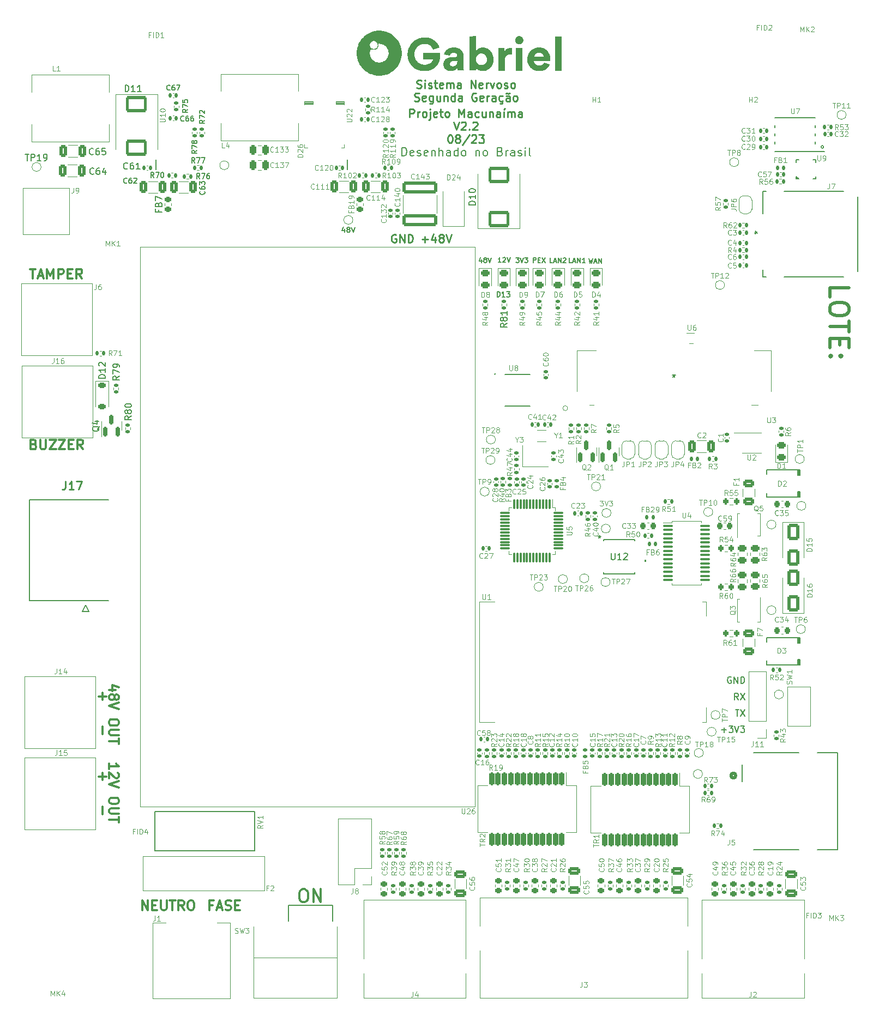
<source format=gto>
G04 #@! TF.GenerationSoftware,KiCad,Pcbnew,7.0.6-0*
G04 #@! TF.CreationDate,2023-08-16T18:08:33-03:00*
G04 #@! TF.ProjectId,macunaima_rev2.2,6d616375-6e61-4696-9d61-5f726576322e,rev?*
G04 #@! TF.SameCoordinates,Original*
G04 #@! TF.FileFunction,Legend,Top*
G04 #@! TF.FilePolarity,Positive*
%FSLAX46Y46*%
G04 Gerber Fmt 4.6, Leading zero omitted, Abs format (unit mm)*
G04 Created by KiCad (PCBNEW 7.0.6-0) date 2023-08-16 18:08:33*
%MOMM*%
%LPD*%
G01*
G04 APERTURE LIST*
G04 Aperture macros list*
%AMRoundRect*
0 Rectangle with rounded corners*
0 $1 Rounding radius*
0 $2 $3 $4 $5 $6 $7 $8 $9 X,Y pos of 4 corners*
0 Add a 4 corners polygon primitive as box body*
4,1,4,$2,$3,$4,$5,$6,$7,$8,$9,$2,$3,0*
0 Add four circle primitives for the rounded corners*
1,1,$1+$1,$2,$3*
1,1,$1+$1,$4,$5*
1,1,$1+$1,$6,$7*
1,1,$1+$1,$8,$9*
0 Add four rect primitives between the rounded corners*
20,1,$1+$1,$2,$3,$4,$5,0*
20,1,$1+$1,$4,$5,$6,$7,0*
20,1,$1+$1,$6,$7,$8,$9,0*
20,1,$1+$1,$8,$9,$2,$3,0*%
%AMFreePoly0*
4,1,19,0.500000,-0.750000,0.000000,-0.750000,0.000000,-0.744911,-0.071157,-0.744911,-0.207708,-0.704816,-0.327430,-0.627875,-0.420627,-0.520320,-0.479746,-0.390866,-0.500000,-0.250000,-0.500000,0.250000,-0.479746,0.390866,-0.420627,0.520320,-0.327430,0.627875,-0.207708,0.704816,-0.071157,0.744911,0.000000,0.744911,0.000000,0.750000,0.500000,0.750000,0.500000,-0.750000,0.500000,-0.750000,
$1*%
%AMFreePoly1*
4,1,19,0.000000,0.744911,0.071157,0.744911,0.207708,0.704816,0.327430,0.627875,0.420627,0.520320,0.479746,0.390866,0.500000,0.250000,0.500000,-0.250000,0.479746,-0.390866,0.420627,-0.520320,0.327430,-0.627875,0.207708,-0.704816,0.071157,-0.744911,0.000000,-0.744911,0.000000,-0.750000,-0.500000,-0.750000,-0.500000,0.750000,0.000000,0.750000,0.000000,0.744911,0.000000,0.744911,
$1*%
%AMFreePoly2*
4,1,17,1.395000,0.765000,0.855000,0.765000,0.855000,0.535000,1.395000,0.535000,1.395000,0.115000,0.855000,0.115000,0.855000,-0.115000,1.395000,-0.115000,1.395000,-0.535000,0.855000,-0.535000,0.855000,-0.765000,1.395000,-0.765000,1.395000,-1.185000,-0.855000,-1.185000,-0.855000,1.185000,1.395000,1.185000,1.395000,0.765000,1.395000,0.765000,$1*%
G04 Aperture macros list end*
%ADD10C,0.150000*%
%ADD11C,0.500000*%
%ADD12C,0.250000*%
%ADD13C,0.200000*%
%ADD14C,0.300000*%
%ADD15C,0.120000*%
%ADD16C,0.254000*%
%ADD17C,0.127000*%
%ADD18C,0.152400*%
%ADD19C,0.508000*%
%ADD20C,0.100000*%
%ADD21RoundRect,0.225000X0.250000X-0.225000X0.250000X0.225000X-0.250000X0.225000X-0.250000X-0.225000X0*%
%ADD22R,1.000000X1.800000*%
%ADD23RoundRect,0.135000X0.185000X-0.135000X0.185000X0.135000X-0.185000X0.135000X-0.185000X-0.135000X0*%
%ADD24RoundRect,0.140000X-0.140000X-0.170000X0.140000X-0.170000X0.140000X0.170000X-0.140000X0.170000X0*%
%ADD25RoundRect,0.135000X-0.185000X0.135000X-0.185000X-0.135000X0.185000X-0.135000X0.185000X0.135000X0*%
%ADD26RoundRect,0.140000X0.170000X-0.140000X0.170000X0.140000X-0.170000X0.140000X-0.170000X-0.140000X0*%
%ADD27RoundRect,0.140000X0.140000X0.170000X-0.140000X0.170000X-0.140000X-0.170000X0.140000X-0.170000X0*%
%ADD28RoundRect,0.135000X0.135000X0.185000X-0.135000X0.185000X-0.135000X-0.185000X0.135000X-0.185000X0*%
%ADD29R,1.700000X1.700000*%
%ADD30O,1.700000X1.700000*%
%ADD31RoundRect,0.140000X-0.170000X0.140000X-0.170000X-0.140000X0.170000X-0.140000X0.170000X0.140000X0*%
%ADD32FreePoly0,90.000000*%
%ADD33FreePoly1,90.000000*%
%ADD34C,1.000000*%
%ADD35RoundRect,0.135000X-0.135000X-0.185000X0.135000X-0.185000X0.135000X0.185000X-0.135000X0.185000X0*%
%ADD36RoundRect,0.100000X-0.637500X-0.100000X0.637500X-0.100000X0.637500X0.100000X-0.637500X0.100000X0*%
%ADD37RoundRect,0.243750X0.456250X-0.243750X0.456250X0.243750X-0.456250X0.243750X-0.456250X-0.243750X0*%
%ADD38RoundRect,0.250000X-0.325000X-0.650000X0.325000X-0.650000X0.325000X0.650000X-0.325000X0.650000X0*%
%ADD39C,2.000000*%
%ADD40R,0.650000X1.525000*%
%ADD41R,3.100000X2.400000*%
%ADD42R,0.450000X0.400000*%
%ADD43R,0.450000X0.500000*%
%ADD44C,2.500000*%
%ADD45C,4.000000*%
%ADD46RoundRect,0.195000X-0.195000X0.805000X-0.195000X-0.805000X0.195000X-0.805000X0.195000X0.805000X0*%
%ADD47RoundRect,0.147500X-0.147500X-0.172500X0.147500X-0.172500X0.147500X0.172500X-0.147500X0.172500X0*%
%ADD48R,1.800000X2.500000*%
%ADD49R,0.300000X0.570000*%
%ADD50R,0.570000X0.300000*%
%ADD51R,1.750000X1.750000*%
%ADD52C,4.300000*%
%ADD53RoundRect,0.218750X0.256250X-0.218750X0.256250X0.218750X-0.256250X0.218750X-0.256250X-0.218750X0*%
%ADD54R,1.879600X2.260600*%
%ADD55RoundRect,0.225000X-0.375000X0.225000X-0.375000X-0.225000X0.375000X-0.225000X0.375000X0.225000X0*%
%ADD56C,3.200000*%
%ADD57C,1.200000*%
%ADD58R,1.600000X0.600000*%
%ADD59R,1.550000X0.600000*%
%ADD60RoundRect,0.200000X-0.200000X-0.275000X0.200000X-0.275000X0.200000X0.275000X-0.200000X0.275000X0*%
%ADD61RoundRect,0.225000X0.225000X0.250000X-0.225000X0.250000X-0.225000X-0.250000X0.225000X-0.250000X0*%
%ADD62RoundRect,0.250000X-0.450000X0.262500X-0.450000X-0.262500X0.450000X-0.262500X0.450000X0.262500X0*%
%ADD63C,1.651000*%
%ADD64C,1.143000*%
%ADD65R,0.660400X2.108200*%
%ADD66R,2.438400X3.352800*%
%ADD67R,3.500000X4.000000*%
%ADD68R,0.420000X0.700000*%
%ADD69FreePoly2,90.000000*%
%ADD70RoundRect,0.243750X-0.456250X0.243750X-0.456250X-0.243750X0.456250X-0.243750X0.456250X0.243750X0*%
%ADD71RoundRect,0.250000X-0.650000X0.325000X-0.650000X-0.325000X0.650000X-0.325000X0.650000X0.325000X0*%
%ADD72RoundRect,0.147500X0.172500X-0.147500X0.172500X0.147500X-0.172500X0.147500X-0.172500X-0.147500X0*%
%ADD73R,1.600200X0.711200*%
%ADD74C,1.498600*%
%ADD75R,1.498600X1.193800*%
%ADD76R,2.209800X1.193800*%
%ADD77R,1.498600X1.600200*%
%ADD78RoundRect,0.250000X0.625000X-0.375000X0.625000X0.375000X-0.625000X0.375000X-0.625000X-0.375000X0*%
%ADD79RoundRect,0.250000X0.325000X0.650000X-0.325000X0.650000X-0.325000X-0.650000X0.325000X-0.650000X0*%
%ADD80R,3.300000X2.500000*%
%ADD81RoundRect,0.075000X-0.075000X0.662500X-0.075000X-0.662500X0.075000X-0.662500X0.075000X0.662500X0*%
%ADD82RoundRect,0.075000X-0.662500X0.075000X-0.662500X-0.075000X0.662500X-0.075000X0.662500X0.075000X0*%
%ADD83C,1.524000*%
%ADD84R,2.000000X2.000000*%
%ADD85RoundRect,0.250000X0.650000X-1.000000X0.650000X1.000000X-0.650000X1.000000X-0.650000X-1.000000X0*%
%ADD86R,1.150000X0.350000*%
%ADD87RoundRect,0.250000X0.250000X0.475000X-0.250000X0.475000X-0.250000X-0.475000X0.250000X-0.475000X0*%
%ADD88RoundRect,0.250000X1.400000X1.000000X-1.400000X1.000000X-1.400000X-1.000000X1.400000X-1.000000X0*%
%ADD89RoundRect,0.225000X-0.225000X-0.250000X0.225000X-0.250000X0.225000X0.250000X-0.225000X0.250000X0*%
%ADD90C,3.000000*%
%ADD91RoundRect,0.150000X0.150000X-0.587500X0.150000X0.587500X-0.150000X0.587500X-0.150000X-0.587500X0*%
%ADD92RoundRect,0.250000X-1.400000X-1.000000X1.400000X-1.000000X1.400000X1.000000X-1.400000X1.000000X0*%
%ADD93C,3.250000*%
%ADD94R,1.400000X1.200000*%
%ADD95R,1.520000X1.520000*%
%ADD96C,1.520000*%
%ADD97R,1.143000X0.812800*%
%ADD98R,2.108200X0.711200*%
%ADD99C,6.200000*%
%ADD100RoundRect,0.147500X-0.172500X0.147500X-0.172500X-0.147500X0.172500X-0.147500X0.172500X0.147500X0*%
%ADD101R,1.600000X2.180000*%
%ADD102C,1.800000*%
%ADD103R,1.409700X0.355600*%
%ADD104RoundRect,0.250000X2.450000X-0.650000X2.450000X0.650000X-2.450000X0.650000X-2.450000X-0.650000X0*%
%ADD105R,0.900000X1.800000*%
%ADD106R,1.800000X0.900000*%
%ADD107R,5.000000X5.000000*%
%ADD108R,2.700000X1.200000*%
%ADD109R,1.112398X0.457200*%
%ADD110R,3.606800X3.708400*%
%ADD111RoundRect,0.250000X-0.650000X1.000000X-0.650000X-1.000000X0.650000X-1.000000X0.650000X1.000000X0*%
%ADD112FreePoly2,270.000000*%
%ADD113RoundRect,0.250000X-0.625000X0.375000X-0.625000X-0.375000X0.625000X-0.375000X0.625000X0.375000X0*%
G04 APERTURE END LIST*
D10*
X48423573Y-139886773D02*
X48423573Y-137486773D01*
X41573573Y-139886773D02*
X41573573Y-137486773D01*
X41573573Y-137486773D02*
X48423573Y-137486773D01*
D11*
X125616715Y-42979631D02*
X125616715Y-41551059D01*
X125616715Y-41551059D02*
X128616715Y-41551059D01*
X128616715Y-44551059D02*
X128616715Y-45122487D01*
X128616715Y-45122487D02*
X128473858Y-45408202D01*
X128473858Y-45408202D02*
X128188144Y-45693916D01*
X128188144Y-45693916D02*
X127616715Y-45836773D01*
X127616715Y-45836773D02*
X126616715Y-45836773D01*
X126616715Y-45836773D02*
X126045287Y-45693916D01*
X126045287Y-45693916D02*
X125759573Y-45408202D01*
X125759573Y-45408202D02*
X125616715Y-45122487D01*
X125616715Y-45122487D02*
X125616715Y-44551059D01*
X125616715Y-44551059D02*
X125759573Y-44265345D01*
X125759573Y-44265345D02*
X126045287Y-43979630D01*
X126045287Y-43979630D02*
X126616715Y-43836773D01*
X126616715Y-43836773D02*
X127616715Y-43836773D01*
X127616715Y-43836773D02*
X128188144Y-43979630D01*
X128188144Y-43979630D02*
X128473858Y-44265345D01*
X128473858Y-44265345D02*
X128616715Y-44551059D01*
X128616715Y-46693916D02*
X128616715Y-48408202D01*
X125616715Y-47551059D02*
X128616715Y-47551059D01*
X127188144Y-49408201D02*
X127188144Y-50408201D01*
X125616715Y-50836773D02*
X125616715Y-49408201D01*
X125616715Y-49408201D02*
X128616715Y-49408201D01*
X128616715Y-49408201D02*
X128616715Y-50836773D01*
X125902430Y-52122487D02*
X125759573Y-52265344D01*
X125759573Y-52265344D02*
X125616715Y-52122487D01*
X125616715Y-52122487D02*
X125759573Y-51979630D01*
X125759573Y-51979630D02*
X125902430Y-52122487D01*
X125902430Y-52122487D02*
X125616715Y-52122487D01*
X127473858Y-52122487D02*
X127331001Y-52265344D01*
X127331001Y-52265344D02*
X127188144Y-52122487D01*
X127188144Y-52122487D02*
X127331001Y-51979630D01*
X127331001Y-51979630D02*
X127473858Y-52122487D01*
X127473858Y-52122487D02*
X127188144Y-52122487D01*
D12*
X62286192Y-34000856D02*
X63238573Y-34000856D01*
X62762382Y-34477046D02*
X62762382Y-33524665D01*
X64369525Y-33643713D02*
X64369525Y-34477046D01*
X64071906Y-33167523D02*
X63774287Y-34060380D01*
X63774287Y-34060380D02*
X64548096Y-34060380D01*
X65202858Y-33762761D02*
X65083810Y-33703237D01*
X65083810Y-33703237D02*
X65024287Y-33643713D01*
X65024287Y-33643713D02*
X64964763Y-33524665D01*
X64964763Y-33524665D02*
X64964763Y-33465142D01*
X64964763Y-33465142D02*
X65024287Y-33346094D01*
X65024287Y-33346094D02*
X65083810Y-33286570D01*
X65083810Y-33286570D02*
X65202858Y-33227046D01*
X65202858Y-33227046D02*
X65440953Y-33227046D01*
X65440953Y-33227046D02*
X65560001Y-33286570D01*
X65560001Y-33286570D02*
X65619525Y-33346094D01*
X65619525Y-33346094D02*
X65679048Y-33465142D01*
X65679048Y-33465142D02*
X65679048Y-33524665D01*
X65679048Y-33524665D02*
X65619525Y-33643713D01*
X65619525Y-33643713D02*
X65560001Y-33703237D01*
X65560001Y-33703237D02*
X65440953Y-33762761D01*
X65440953Y-33762761D02*
X65202858Y-33762761D01*
X65202858Y-33762761D02*
X65083810Y-33822284D01*
X65083810Y-33822284D02*
X65024287Y-33881808D01*
X65024287Y-33881808D02*
X64964763Y-34000856D01*
X64964763Y-34000856D02*
X64964763Y-34238951D01*
X64964763Y-34238951D02*
X65024287Y-34357999D01*
X65024287Y-34357999D02*
X65083810Y-34417523D01*
X65083810Y-34417523D02*
X65202858Y-34477046D01*
X65202858Y-34477046D02*
X65440953Y-34477046D01*
X65440953Y-34477046D02*
X65560001Y-34417523D01*
X65560001Y-34417523D02*
X65619525Y-34357999D01*
X65619525Y-34357999D02*
X65679048Y-34238951D01*
X65679048Y-34238951D02*
X65679048Y-34000856D01*
X65679048Y-34000856D02*
X65619525Y-33881808D01*
X65619525Y-33881808D02*
X65560001Y-33822284D01*
X65560001Y-33822284D02*
X65440953Y-33762761D01*
X66036191Y-33227046D02*
X66452858Y-34477046D01*
X66452858Y-34477046D02*
X66869524Y-33227046D01*
D13*
X108816620Y-110198039D02*
X109578525Y-110198039D01*
X109197572Y-110578992D02*
X109197572Y-109817087D01*
X109959477Y-109578992D02*
X110578524Y-109578992D01*
X110578524Y-109578992D02*
X110245191Y-109959944D01*
X110245191Y-109959944D02*
X110388048Y-109959944D01*
X110388048Y-109959944D02*
X110483286Y-110007563D01*
X110483286Y-110007563D02*
X110530905Y-110055182D01*
X110530905Y-110055182D02*
X110578524Y-110150420D01*
X110578524Y-110150420D02*
X110578524Y-110388515D01*
X110578524Y-110388515D02*
X110530905Y-110483753D01*
X110530905Y-110483753D02*
X110483286Y-110531373D01*
X110483286Y-110531373D02*
X110388048Y-110578992D01*
X110388048Y-110578992D02*
X110102334Y-110578992D01*
X110102334Y-110578992D02*
X110007096Y-110531373D01*
X110007096Y-110531373D02*
X109959477Y-110483753D01*
X110864239Y-109578992D02*
X111197572Y-110578992D01*
X111197572Y-110578992D02*
X111530905Y-109578992D01*
X111769001Y-109578992D02*
X112388048Y-109578992D01*
X112388048Y-109578992D02*
X112054715Y-109959944D01*
X112054715Y-109959944D02*
X112197572Y-109959944D01*
X112197572Y-109959944D02*
X112292810Y-110007563D01*
X112292810Y-110007563D02*
X112340429Y-110055182D01*
X112340429Y-110055182D02*
X112388048Y-110150420D01*
X112388048Y-110150420D02*
X112388048Y-110388515D01*
X112388048Y-110388515D02*
X112340429Y-110483753D01*
X112340429Y-110483753D02*
X112292810Y-110531373D01*
X112292810Y-110531373D02*
X112197572Y-110578992D01*
X112197572Y-110578992D02*
X111911858Y-110578992D01*
X111911858Y-110578992D02*
X111816620Y-110531373D01*
X111816620Y-110531373D02*
X111769001Y-110483753D01*
D10*
X82562287Y-37642737D02*
X82205144Y-37642737D01*
X82205144Y-37642737D02*
X82205144Y-36892737D01*
X82776573Y-37428451D02*
X83133716Y-37428451D01*
X82705144Y-37642737D02*
X82955144Y-36892737D01*
X82955144Y-36892737D02*
X83205144Y-37642737D01*
X83455144Y-37642737D02*
X83455144Y-36892737D01*
X83455144Y-36892737D02*
X83883715Y-37642737D01*
X83883715Y-37642737D02*
X83883715Y-36892737D01*
X84205144Y-36964165D02*
X84240858Y-36928451D01*
X84240858Y-36928451D02*
X84312287Y-36892737D01*
X84312287Y-36892737D02*
X84490858Y-36892737D01*
X84490858Y-36892737D02*
X84562287Y-36928451D01*
X84562287Y-36928451D02*
X84598001Y-36964165D01*
X84598001Y-36964165D02*
X84633715Y-37035594D01*
X84633715Y-37035594D02*
X84633715Y-37107023D01*
X84633715Y-37107023D02*
X84598001Y-37214165D01*
X84598001Y-37214165D02*
X84169429Y-37642737D01*
X84169429Y-37642737D02*
X84633715Y-37642737D01*
D14*
X12700673Y-104415287D02*
X12700673Y-105558145D01*
X12129244Y-104986716D02*
X13272101Y-104986716D01*
X12700673Y-109701001D02*
X12700673Y-110843859D01*
X13744244Y-116298716D02*
X13744244Y-115441573D01*
X13744244Y-115870144D02*
X15244244Y-115870144D01*
X15244244Y-115870144D02*
X15029958Y-115727287D01*
X15029958Y-115727287D02*
X14887101Y-115584430D01*
X14887101Y-115584430D02*
X14815673Y-115441573D01*
X15101387Y-116870144D02*
X15172815Y-116941572D01*
X15172815Y-116941572D02*
X15244244Y-117084430D01*
X15244244Y-117084430D02*
X15244244Y-117441572D01*
X15244244Y-117441572D02*
X15172815Y-117584430D01*
X15172815Y-117584430D02*
X15101387Y-117655858D01*
X15101387Y-117655858D02*
X14958530Y-117727287D01*
X14958530Y-117727287D02*
X14815673Y-117727287D01*
X14815673Y-117727287D02*
X14601387Y-117655858D01*
X14601387Y-117655858D02*
X13744244Y-116798715D01*
X13744244Y-116798715D02*
X13744244Y-117727287D01*
X15244244Y-118155858D02*
X13744244Y-118655858D01*
X13744244Y-118655858D02*
X15244244Y-119155858D01*
X15244244Y-121084429D02*
X15244244Y-121370143D01*
X15244244Y-121370143D02*
X15172815Y-121513000D01*
X15172815Y-121513000D02*
X15029958Y-121655857D01*
X15029958Y-121655857D02*
X14744244Y-121727286D01*
X14744244Y-121727286D02*
X14244244Y-121727286D01*
X14244244Y-121727286D02*
X13958530Y-121655857D01*
X13958530Y-121655857D02*
X13815673Y-121513000D01*
X13815673Y-121513000D02*
X13744244Y-121370143D01*
X13744244Y-121370143D02*
X13744244Y-121084429D01*
X13744244Y-121084429D02*
X13815673Y-120941572D01*
X13815673Y-120941572D02*
X13958530Y-120798714D01*
X13958530Y-120798714D02*
X14244244Y-120727286D01*
X14244244Y-120727286D02*
X14744244Y-120727286D01*
X14744244Y-120727286D02*
X15029958Y-120798714D01*
X15029958Y-120798714D02*
X15172815Y-120941572D01*
X15172815Y-120941572D02*
X15244244Y-121084429D01*
X15244244Y-122370143D02*
X14029958Y-122370143D01*
X14029958Y-122370143D02*
X13887101Y-122441572D01*
X13887101Y-122441572D02*
X13815673Y-122513001D01*
X13815673Y-122513001D02*
X13744244Y-122655858D01*
X13744244Y-122655858D02*
X13744244Y-122941572D01*
X13744244Y-122941572D02*
X13815673Y-123084429D01*
X13815673Y-123084429D02*
X13887101Y-123155858D01*
X13887101Y-123155858D02*
X14029958Y-123227286D01*
X14029958Y-123227286D02*
X15244244Y-123227286D01*
X15244244Y-123727287D02*
X15244244Y-124584430D01*
X13744244Y-124155858D02*
X15244244Y-124155858D01*
D13*
X59214812Y-21032577D02*
X59214812Y-19732577D01*
X59214812Y-19732577D02*
X59524336Y-19732577D01*
X59524336Y-19732577D02*
X59710050Y-19794482D01*
X59710050Y-19794482D02*
X59833860Y-19918292D01*
X59833860Y-19918292D02*
X59895765Y-20042101D01*
X59895765Y-20042101D02*
X59957669Y-20289720D01*
X59957669Y-20289720D02*
X59957669Y-20475434D01*
X59957669Y-20475434D02*
X59895765Y-20723053D01*
X59895765Y-20723053D02*
X59833860Y-20846863D01*
X59833860Y-20846863D02*
X59710050Y-20970673D01*
X59710050Y-20970673D02*
X59524336Y-21032577D01*
X59524336Y-21032577D02*
X59214812Y-21032577D01*
X61010050Y-20970673D02*
X60886241Y-21032577D01*
X60886241Y-21032577D02*
X60638622Y-21032577D01*
X60638622Y-21032577D02*
X60514812Y-20970673D01*
X60514812Y-20970673D02*
X60452908Y-20846863D01*
X60452908Y-20846863D02*
X60452908Y-20351625D01*
X60452908Y-20351625D02*
X60514812Y-20227815D01*
X60514812Y-20227815D02*
X60638622Y-20165911D01*
X60638622Y-20165911D02*
X60886241Y-20165911D01*
X60886241Y-20165911D02*
X61010050Y-20227815D01*
X61010050Y-20227815D02*
X61071955Y-20351625D01*
X61071955Y-20351625D02*
X61071955Y-20475434D01*
X61071955Y-20475434D02*
X60452908Y-20599244D01*
X61567194Y-20970673D02*
X61691003Y-21032577D01*
X61691003Y-21032577D02*
X61938622Y-21032577D01*
X61938622Y-21032577D02*
X62062432Y-20970673D01*
X62062432Y-20970673D02*
X62124336Y-20846863D01*
X62124336Y-20846863D02*
X62124336Y-20784958D01*
X62124336Y-20784958D02*
X62062432Y-20661149D01*
X62062432Y-20661149D02*
X61938622Y-20599244D01*
X61938622Y-20599244D02*
X61752908Y-20599244D01*
X61752908Y-20599244D02*
X61629098Y-20537339D01*
X61629098Y-20537339D02*
X61567194Y-20413530D01*
X61567194Y-20413530D02*
X61567194Y-20351625D01*
X61567194Y-20351625D02*
X61629098Y-20227815D01*
X61629098Y-20227815D02*
X61752908Y-20165911D01*
X61752908Y-20165911D02*
X61938622Y-20165911D01*
X61938622Y-20165911D02*
X62062432Y-20227815D01*
X63176717Y-20970673D02*
X63052908Y-21032577D01*
X63052908Y-21032577D02*
X62805289Y-21032577D01*
X62805289Y-21032577D02*
X62681479Y-20970673D01*
X62681479Y-20970673D02*
X62619575Y-20846863D01*
X62619575Y-20846863D02*
X62619575Y-20351625D01*
X62619575Y-20351625D02*
X62681479Y-20227815D01*
X62681479Y-20227815D02*
X62805289Y-20165911D01*
X62805289Y-20165911D02*
X63052908Y-20165911D01*
X63052908Y-20165911D02*
X63176717Y-20227815D01*
X63176717Y-20227815D02*
X63238622Y-20351625D01*
X63238622Y-20351625D02*
X63238622Y-20475434D01*
X63238622Y-20475434D02*
X62619575Y-20599244D01*
X63795765Y-20165911D02*
X63795765Y-21032577D01*
X63795765Y-20289720D02*
X63857670Y-20227815D01*
X63857670Y-20227815D02*
X63981480Y-20165911D01*
X63981480Y-20165911D02*
X64167194Y-20165911D01*
X64167194Y-20165911D02*
X64291003Y-20227815D01*
X64291003Y-20227815D02*
X64352908Y-20351625D01*
X64352908Y-20351625D02*
X64352908Y-21032577D01*
X64971955Y-21032577D02*
X64971955Y-19732577D01*
X65529098Y-21032577D02*
X65529098Y-20351625D01*
X65529098Y-20351625D02*
X65467193Y-20227815D01*
X65467193Y-20227815D02*
X65343384Y-20165911D01*
X65343384Y-20165911D02*
X65157670Y-20165911D01*
X65157670Y-20165911D02*
X65033860Y-20227815D01*
X65033860Y-20227815D02*
X64971955Y-20289720D01*
X66705288Y-21032577D02*
X66705288Y-20351625D01*
X66705288Y-20351625D02*
X66643383Y-20227815D01*
X66643383Y-20227815D02*
X66519574Y-20165911D01*
X66519574Y-20165911D02*
X66271955Y-20165911D01*
X66271955Y-20165911D02*
X66148145Y-20227815D01*
X66705288Y-20970673D02*
X66581479Y-21032577D01*
X66581479Y-21032577D02*
X66271955Y-21032577D01*
X66271955Y-21032577D02*
X66148145Y-20970673D01*
X66148145Y-20970673D02*
X66086241Y-20846863D01*
X66086241Y-20846863D02*
X66086241Y-20723053D01*
X66086241Y-20723053D02*
X66148145Y-20599244D01*
X66148145Y-20599244D02*
X66271955Y-20537339D01*
X66271955Y-20537339D02*
X66581479Y-20537339D01*
X66581479Y-20537339D02*
X66705288Y-20475434D01*
X67881478Y-21032577D02*
X67881478Y-19732577D01*
X67881478Y-20970673D02*
X67757669Y-21032577D01*
X67757669Y-21032577D02*
X67510050Y-21032577D01*
X67510050Y-21032577D02*
X67386240Y-20970673D01*
X67386240Y-20970673D02*
X67324335Y-20908768D01*
X67324335Y-20908768D02*
X67262431Y-20784958D01*
X67262431Y-20784958D02*
X67262431Y-20413530D01*
X67262431Y-20413530D02*
X67324335Y-20289720D01*
X67324335Y-20289720D02*
X67386240Y-20227815D01*
X67386240Y-20227815D02*
X67510050Y-20165911D01*
X67510050Y-20165911D02*
X67757669Y-20165911D01*
X67757669Y-20165911D02*
X67881478Y-20227815D01*
X68686240Y-21032577D02*
X68562430Y-20970673D01*
X68562430Y-20970673D02*
X68500525Y-20908768D01*
X68500525Y-20908768D02*
X68438621Y-20784958D01*
X68438621Y-20784958D02*
X68438621Y-20413530D01*
X68438621Y-20413530D02*
X68500525Y-20289720D01*
X68500525Y-20289720D02*
X68562430Y-20227815D01*
X68562430Y-20227815D02*
X68686240Y-20165911D01*
X68686240Y-20165911D02*
X68871954Y-20165911D01*
X68871954Y-20165911D02*
X68995763Y-20227815D01*
X68995763Y-20227815D02*
X69057668Y-20289720D01*
X69057668Y-20289720D02*
X69119573Y-20413530D01*
X69119573Y-20413530D02*
X69119573Y-20784958D01*
X69119573Y-20784958D02*
X69057668Y-20908768D01*
X69057668Y-20908768D02*
X68995763Y-20970673D01*
X68995763Y-20970673D02*
X68871954Y-21032577D01*
X68871954Y-21032577D02*
X68686240Y-21032577D01*
X70667191Y-20165911D02*
X70667191Y-21032577D01*
X70667191Y-20289720D02*
X70729096Y-20227815D01*
X70729096Y-20227815D02*
X70852906Y-20165911D01*
X70852906Y-20165911D02*
X71038620Y-20165911D01*
X71038620Y-20165911D02*
X71162429Y-20227815D01*
X71162429Y-20227815D02*
X71224334Y-20351625D01*
X71224334Y-20351625D02*
X71224334Y-21032577D01*
X72029096Y-21032577D02*
X71905286Y-20970673D01*
X71905286Y-20970673D02*
X71843381Y-20908768D01*
X71843381Y-20908768D02*
X71781477Y-20784958D01*
X71781477Y-20784958D02*
X71781477Y-20413530D01*
X71781477Y-20413530D02*
X71843381Y-20289720D01*
X71843381Y-20289720D02*
X71905286Y-20227815D01*
X71905286Y-20227815D02*
X72029096Y-20165911D01*
X72029096Y-20165911D02*
X72214810Y-20165911D01*
X72214810Y-20165911D02*
X72338619Y-20227815D01*
X72338619Y-20227815D02*
X72400524Y-20289720D01*
X72400524Y-20289720D02*
X72462429Y-20413530D01*
X72462429Y-20413530D02*
X72462429Y-20784958D01*
X72462429Y-20784958D02*
X72400524Y-20908768D01*
X72400524Y-20908768D02*
X72338619Y-20970673D01*
X72338619Y-20970673D02*
X72214810Y-21032577D01*
X72214810Y-21032577D02*
X72029096Y-21032577D01*
X74443381Y-20351625D02*
X74629095Y-20413530D01*
X74629095Y-20413530D02*
X74691000Y-20475434D01*
X74691000Y-20475434D02*
X74752904Y-20599244D01*
X74752904Y-20599244D02*
X74752904Y-20784958D01*
X74752904Y-20784958D02*
X74691000Y-20908768D01*
X74691000Y-20908768D02*
X74629095Y-20970673D01*
X74629095Y-20970673D02*
X74505285Y-21032577D01*
X74505285Y-21032577D02*
X74010047Y-21032577D01*
X74010047Y-21032577D02*
X74010047Y-19732577D01*
X74010047Y-19732577D02*
X74443381Y-19732577D01*
X74443381Y-19732577D02*
X74567190Y-19794482D01*
X74567190Y-19794482D02*
X74629095Y-19856387D01*
X74629095Y-19856387D02*
X74691000Y-19980196D01*
X74691000Y-19980196D02*
X74691000Y-20104006D01*
X74691000Y-20104006D02*
X74629095Y-20227815D01*
X74629095Y-20227815D02*
X74567190Y-20289720D01*
X74567190Y-20289720D02*
X74443381Y-20351625D01*
X74443381Y-20351625D02*
X74010047Y-20351625D01*
X75310047Y-21032577D02*
X75310047Y-20165911D01*
X75310047Y-20413530D02*
X75371952Y-20289720D01*
X75371952Y-20289720D02*
X75433857Y-20227815D01*
X75433857Y-20227815D02*
X75557666Y-20165911D01*
X75557666Y-20165911D02*
X75681476Y-20165911D01*
X76671952Y-21032577D02*
X76671952Y-20351625D01*
X76671952Y-20351625D02*
X76610047Y-20227815D01*
X76610047Y-20227815D02*
X76486238Y-20165911D01*
X76486238Y-20165911D02*
X76238619Y-20165911D01*
X76238619Y-20165911D02*
X76114809Y-20227815D01*
X76671952Y-20970673D02*
X76548143Y-21032577D01*
X76548143Y-21032577D02*
X76238619Y-21032577D01*
X76238619Y-21032577D02*
X76114809Y-20970673D01*
X76114809Y-20970673D02*
X76052905Y-20846863D01*
X76052905Y-20846863D02*
X76052905Y-20723053D01*
X76052905Y-20723053D02*
X76114809Y-20599244D01*
X76114809Y-20599244D02*
X76238619Y-20537339D01*
X76238619Y-20537339D02*
X76548143Y-20537339D01*
X76548143Y-20537339D02*
X76671952Y-20475434D01*
X77229095Y-20970673D02*
X77352904Y-21032577D01*
X77352904Y-21032577D02*
X77600523Y-21032577D01*
X77600523Y-21032577D02*
X77724333Y-20970673D01*
X77724333Y-20970673D02*
X77786237Y-20846863D01*
X77786237Y-20846863D02*
X77786237Y-20784958D01*
X77786237Y-20784958D02*
X77724333Y-20661149D01*
X77724333Y-20661149D02*
X77600523Y-20599244D01*
X77600523Y-20599244D02*
X77414809Y-20599244D01*
X77414809Y-20599244D02*
X77290999Y-20537339D01*
X77290999Y-20537339D02*
X77229095Y-20413530D01*
X77229095Y-20413530D02*
X77229095Y-20351625D01*
X77229095Y-20351625D02*
X77290999Y-20227815D01*
X77290999Y-20227815D02*
X77414809Y-20165911D01*
X77414809Y-20165911D02*
X77600523Y-20165911D01*
X77600523Y-20165911D02*
X77724333Y-20227815D01*
X78343380Y-21032577D02*
X78343380Y-20165911D01*
X78343380Y-19732577D02*
X78281476Y-19794482D01*
X78281476Y-19794482D02*
X78343380Y-19856387D01*
X78343380Y-19856387D02*
X78405285Y-19794482D01*
X78405285Y-19794482D02*
X78343380Y-19732577D01*
X78343380Y-19732577D02*
X78343380Y-19856387D01*
X79148143Y-21032577D02*
X79024333Y-20970673D01*
X79024333Y-20970673D02*
X78962428Y-20846863D01*
X78962428Y-20846863D02*
X78962428Y-19732577D01*
D12*
X60399336Y-14995346D02*
X60399336Y-13745346D01*
X60399336Y-13745346D02*
X60875526Y-13745346D01*
X60875526Y-13745346D02*
X60994574Y-13804870D01*
X60994574Y-13804870D02*
X61054097Y-13864394D01*
X61054097Y-13864394D02*
X61113621Y-13983442D01*
X61113621Y-13983442D02*
X61113621Y-14162013D01*
X61113621Y-14162013D02*
X61054097Y-14281061D01*
X61054097Y-14281061D02*
X60994574Y-14340584D01*
X60994574Y-14340584D02*
X60875526Y-14400108D01*
X60875526Y-14400108D02*
X60399336Y-14400108D01*
X61649336Y-14995346D02*
X61649336Y-14162013D01*
X61649336Y-14400108D02*
X61708859Y-14281061D01*
X61708859Y-14281061D02*
X61768383Y-14221537D01*
X61768383Y-14221537D02*
X61887431Y-14162013D01*
X61887431Y-14162013D02*
X62006478Y-14162013D01*
X62601717Y-14995346D02*
X62482669Y-14935823D01*
X62482669Y-14935823D02*
X62423146Y-14876299D01*
X62423146Y-14876299D02*
X62363622Y-14757251D01*
X62363622Y-14757251D02*
X62363622Y-14400108D01*
X62363622Y-14400108D02*
X62423146Y-14281061D01*
X62423146Y-14281061D02*
X62482669Y-14221537D01*
X62482669Y-14221537D02*
X62601717Y-14162013D01*
X62601717Y-14162013D02*
X62780288Y-14162013D01*
X62780288Y-14162013D02*
X62899336Y-14221537D01*
X62899336Y-14221537D02*
X62958860Y-14281061D01*
X62958860Y-14281061D02*
X63018384Y-14400108D01*
X63018384Y-14400108D02*
X63018384Y-14757251D01*
X63018384Y-14757251D02*
X62958860Y-14876299D01*
X62958860Y-14876299D02*
X62899336Y-14935823D01*
X62899336Y-14935823D02*
X62780288Y-14995346D01*
X62780288Y-14995346D02*
X62601717Y-14995346D01*
X63554098Y-14162013D02*
X63554098Y-15233442D01*
X63554098Y-15233442D02*
X63494574Y-15352489D01*
X63494574Y-15352489D02*
X63375526Y-15412013D01*
X63375526Y-15412013D02*
X63316002Y-15412013D01*
X63554098Y-13745346D02*
X63494574Y-13804870D01*
X63494574Y-13804870D02*
X63554098Y-13864394D01*
X63554098Y-13864394D02*
X63613621Y-13804870D01*
X63613621Y-13804870D02*
X63554098Y-13745346D01*
X63554098Y-13745346D02*
X63554098Y-13864394D01*
X64625526Y-14935823D02*
X64506478Y-14995346D01*
X64506478Y-14995346D02*
X64268383Y-14995346D01*
X64268383Y-14995346D02*
X64149336Y-14935823D01*
X64149336Y-14935823D02*
X64089812Y-14816775D01*
X64089812Y-14816775D02*
X64089812Y-14340584D01*
X64089812Y-14340584D02*
X64149336Y-14221537D01*
X64149336Y-14221537D02*
X64268383Y-14162013D01*
X64268383Y-14162013D02*
X64506478Y-14162013D01*
X64506478Y-14162013D02*
X64625526Y-14221537D01*
X64625526Y-14221537D02*
X64685050Y-14340584D01*
X64685050Y-14340584D02*
X64685050Y-14459632D01*
X64685050Y-14459632D02*
X64089812Y-14578680D01*
X65042193Y-14162013D02*
X65518384Y-14162013D01*
X65220765Y-13745346D02*
X65220765Y-14816775D01*
X65220765Y-14816775D02*
X65280288Y-14935823D01*
X65280288Y-14935823D02*
X65399336Y-14995346D01*
X65399336Y-14995346D02*
X65518384Y-14995346D01*
X66113622Y-14995346D02*
X65994574Y-14935823D01*
X65994574Y-14935823D02*
X65935051Y-14876299D01*
X65935051Y-14876299D02*
X65875527Y-14757251D01*
X65875527Y-14757251D02*
X65875527Y-14400108D01*
X65875527Y-14400108D02*
X65935051Y-14281061D01*
X65935051Y-14281061D02*
X65994574Y-14221537D01*
X65994574Y-14221537D02*
X66113622Y-14162013D01*
X66113622Y-14162013D02*
X66292193Y-14162013D01*
X66292193Y-14162013D02*
X66411241Y-14221537D01*
X66411241Y-14221537D02*
X66470765Y-14281061D01*
X66470765Y-14281061D02*
X66530289Y-14400108D01*
X66530289Y-14400108D02*
X66530289Y-14757251D01*
X66530289Y-14757251D02*
X66470765Y-14876299D01*
X66470765Y-14876299D02*
X66411241Y-14935823D01*
X66411241Y-14935823D02*
X66292193Y-14995346D01*
X66292193Y-14995346D02*
X66113622Y-14995346D01*
X68018384Y-14995346D02*
X68018384Y-13745346D01*
X68018384Y-13745346D02*
X68435050Y-14638203D01*
X68435050Y-14638203D02*
X68851717Y-13745346D01*
X68851717Y-13745346D02*
X68851717Y-14995346D01*
X69982669Y-14995346D02*
X69982669Y-14340584D01*
X69982669Y-14340584D02*
X69923145Y-14221537D01*
X69923145Y-14221537D02*
X69804097Y-14162013D01*
X69804097Y-14162013D02*
X69566002Y-14162013D01*
X69566002Y-14162013D02*
X69446955Y-14221537D01*
X69982669Y-14935823D02*
X69863621Y-14995346D01*
X69863621Y-14995346D02*
X69566002Y-14995346D01*
X69566002Y-14995346D02*
X69446955Y-14935823D01*
X69446955Y-14935823D02*
X69387431Y-14816775D01*
X69387431Y-14816775D02*
X69387431Y-14697727D01*
X69387431Y-14697727D02*
X69446955Y-14578680D01*
X69446955Y-14578680D02*
X69566002Y-14519156D01*
X69566002Y-14519156D02*
X69863621Y-14519156D01*
X69863621Y-14519156D02*
X69982669Y-14459632D01*
X71113621Y-14935823D02*
X70994573Y-14995346D01*
X70994573Y-14995346D02*
X70756478Y-14995346D01*
X70756478Y-14995346D02*
X70637430Y-14935823D01*
X70637430Y-14935823D02*
X70577907Y-14876299D01*
X70577907Y-14876299D02*
X70518383Y-14757251D01*
X70518383Y-14757251D02*
X70518383Y-14400108D01*
X70518383Y-14400108D02*
X70577907Y-14281061D01*
X70577907Y-14281061D02*
X70637430Y-14221537D01*
X70637430Y-14221537D02*
X70756478Y-14162013D01*
X70756478Y-14162013D02*
X70994573Y-14162013D01*
X70994573Y-14162013D02*
X71113621Y-14221537D01*
X72185050Y-14162013D02*
X72185050Y-14995346D01*
X71649336Y-14162013D02*
X71649336Y-14816775D01*
X71649336Y-14816775D02*
X71708859Y-14935823D01*
X71708859Y-14935823D02*
X71827907Y-14995346D01*
X71827907Y-14995346D02*
X72006478Y-14995346D01*
X72006478Y-14995346D02*
X72125526Y-14935823D01*
X72125526Y-14935823D02*
X72185050Y-14876299D01*
X72780288Y-14162013D02*
X72780288Y-14995346D01*
X72780288Y-14281061D02*
X72839811Y-14221537D01*
X72839811Y-14221537D02*
X72958859Y-14162013D01*
X72958859Y-14162013D02*
X73137430Y-14162013D01*
X73137430Y-14162013D02*
X73256478Y-14221537D01*
X73256478Y-14221537D02*
X73316002Y-14340584D01*
X73316002Y-14340584D02*
X73316002Y-14995346D01*
X74446954Y-14995346D02*
X74446954Y-14340584D01*
X74446954Y-14340584D02*
X74387430Y-14221537D01*
X74387430Y-14221537D02*
X74268382Y-14162013D01*
X74268382Y-14162013D02*
X74030287Y-14162013D01*
X74030287Y-14162013D02*
X73911240Y-14221537D01*
X74446954Y-14935823D02*
X74327906Y-14995346D01*
X74327906Y-14995346D02*
X74030287Y-14995346D01*
X74030287Y-14995346D02*
X73911240Y-14935823D01*
X73911240Y-14935823D02*
X73851716Y-14816775D01*
X73851716Y-14816775D02*
X73851716Y-14697727D01*
X73851716Y-14697727D02*
X73911240Y-14578680D01*
X73911240Y-14578680D02*
X74030287Y-14519156D01*
X74030287Y-14519156D02*
X74327906Y-14519156D01*
X74327906Y-14519156D02*
X74446954Y-14459632D01*
X75042192Y-14995346D02*
X75042192Y-14162013D01*
X75161239Y-13685823D02*
X74982668Y-13864394D01*
X75637430Y-14995346D02*
X75637430Y-14162013D01*
X75637430Y-14281061D02*
X75696953Y-14221537D01*
X75696953Y-14221537D02*
X75816001Y-14162013D01*
X75816001Y-14162013D02*
X75994572Y-14162013D01*
X75994572Y-14162013D02*
X76113620Y-14221537D01*
X76113620Y-14221537D02*
X76173144Y-14340584D01*
X76173144Y-14340584D02*
X76173144Y-14995346D01*
X76173144Y-14340584D02*
X76232668Y-14221537D01*
X76232668Y-14221537D02*
X76351715Y-14162013D01*
X76351715Y-14162013D02*
X76530287Y-14162013D01*
X76530287Y-14162013D02*
X76649334Y-14221537D01*
X76649334Y-14221537D02*
X76708858Y-14340584D01*
X76708858Y-14340584D02*
X76708858Y-14995346D01*
X77839811Y-14995346D02*
X77839811Y-14340584D01*
X77839811Y-14340584D02*
X77780287Y-14221537D01*
X77780287Y-14221537D02*
X77661239Y-14162013D01*
X77661239Y-14162013D02*
X77423144Y-14162013D01*
X77423144Y-14162013D02*
X77304097Y-14221537D01*
X77839811Y-14935823D02*
X77720763Y-14995346D01*
X77720763Y-14995346D02*
X77423144Y-14995346D01*
X77423144Y-14995346D02*
X77304097Y-14935823D01*
X77304097Y-14935823D02*
X77244573Y-14816775D01*
X77244573Y-14816775D02*
X77244573Y-14697727D01*
X77244573Y-14697727D02*
X77304097Y-14578680D01*
X77304097Y-14578680D02*
X77423144Y-14519156D01*
X77423144Y-14519156D02*
X77720763Y-14519156D01*
X77720763Y-14519156D02*
X77839811Y-14459632D01*
X67214811Y-15757846D02*
X67631478Y-17007846D01*
X67631478Y-17007846D02*
X68048144Y-15757846D01*
X68405288Y-15876894D02*
X68464812Y-15817370D01*
X68464812Y-15817370D02*
X68583859Y-15757846D01*
X68583859Y-15757846D02*
X68881478Y-15757846D01*
X68881478Y-15757846D02*
X69000526Y-15817370D01*
X69000526Y-15817370D02*
X69060050Y-15876894D01*
X69060050Y-15876894D02*
X69119573Y-15995942D01*
X69119573Y-15995942D02*
X69119573Y-16114989D01*
X69119573Y-16114989D02*
X69060050Y-16293561D01*
X69060050Y-16293561D02*
X68345764Y-17007846D01*
X68345764Y-17007846D02*
X69119573Y-17007846D01*
X69655288Y-16888799D02*
X69714811Y-16948323D01*
X69714811Y-16948323D02*
X69655288Y-17007846D01*
X69655288Y-17007846D02*
X69595764Y-16948323D01*
X69595764Y-16948323D02*
X69655288Y-16888799D01*
X69655288Y-16888799D02*
X69655288Y-17007846D01*
X70191002Y-15876894D02*
X70250526Y-15817370D01*
X70250526Y-15817370D02*
X70369573Y-15757846D01*
X70369573Y-15757846D02*
X70667192Y-15757846D01*
X70667192Y-15757846D02*
X70786240Y-15817370D01*
X70786240Y-15817370D02*
X70845764Y-15876894D01*
X70845764Y-15876894D02*
X70905287Y-15995942D01*
X70905287Y-15995942D02*
X70905287Y-16114989D01*
X70905287Y-16114989D02*
X70845764Y-16293561D01*
X70845764Y-16293561D02*
X70131478Y-17007846D01*
X70131478Y-17007846D02*
X70905287Y-17007846D01*
X66619573Y-17770346D02*
X66738620Y-17770346D01*
X66738620Y-17770346D02*
X66857668Y-17829870D01*
X66857668Y-17829870D02*
X66917192Y-17889394D01*
X66917192Y-17889394D02*
X66976716Y-18008442D01*
X66976716Y-18008442D02*
X67036239Y-18246537D01*
X67036239Y-18246537D02*
X67036239Y-18544156D01*
X67036239Y-18544156D02*
X66976716Y-18782251D01*
X66976716Y-18782251D02*
X66917192Y-18901299D01*
X66917192Y-18901299D02*
X66857668Y-18960823D01*
X66857668Y-18960823D02*
X66738620Y-19020346D01*
X66738620Y-19020346D02*
X66619573Y-19020346D01*
X66619573Y-19020346D02*
X66500525Y-18960823D01*
X66500525Y-18960823D02*
X66441001Y-18901299D01*
X66441001Y-18901299D02*
X66381478Y-18782251D01*
X66381478Y-18782251D02*
X66321954Y-18544156D01*
X66321954Y-18544156D02*
X66321954Y-18246537D01*
X66321954Y-18246537D02*
X66381478Y-18008442D01*
X66381478Y-18008442D02*
X66441001Y-17889394D01*
X66441001Y-17889394D02*
X66500525Y-17829870D01*
X66500525Y-17829870D02*
X66619573Y-17770346D01*
X67750525Y-18306061D02*
X67631477Y-18246537D01*
X67631477Y-18246537D02*
X67571954Y-18187013D01*
X67571954Y-18187013D02*
X67512430Y-18067965D01*
X67512430Y-18067965D02*
X67512430Y-18008442D01*
X67512430Y-18008442D02*
X67571954Y-17889394D01*
X67571954Y-17889394D02*
X67631477Y-17829870D01*
X67631477Y-17829870D02*
X67750525Y-17770346D01*
X67750525Y-17770346D02*
X67988620Y-17770346D01*
X67988620Y-17770346D02*
X68107668Y-17829870D01*
X68107668Y-17829870D02*
X68167192Y-17889394D01*
X68167192Y-17889394D02*
X68226715Y-18008442D01*
X68226715Y-18008442D02*
X68226715Y-18067965D01*
X68226715Y-18067965D02*
X68167192Y-18187013D01*
X68167192Y-18187013D02*
X68107668Y-18246537D01*
X68107668Y-18246537D02*
X67988620Y-18306061D01*
X67988620Y-18306061D02*
X67750525Y-18306061D01*
X67750525Y-18306061D02*
X67631477Y-18365584D01*
X67631477Y-18365584D02*
X67571954Y-18425108D01*
X67571954Y-18425108D02*
X67512430Y-18544156D01*
X67512430Y-18544156D02*
X67512430Y-18782251D01*
X67512430Y-18782251D02*
X67571954Y-18901299D01*
X67571954Y-18901299D02*
X67631477Y-18960823D01*
X67631477Y-18960823D02*
X67750525Y-19020346D01*
X67750525Y-19020346D02*
X67988620Y-19020346D01*
X67988620Y-19020346D02*
X68107668Y-18960823D01*
X68107668Y-18960823D02*
X68167192Y-18901299D01*
X68167192Y-18901299D02*
X68226715Y-18782251D01*
X68226715Y-18782251D02*
X68226715Y-18544156D01*
X68226715Y-18544156D02*
X68167192Y-18425108D01*
X68167192Y-18425108D02*
X68107668Y-18365584D01*
X68107668Y-18365584D02*
X67988620Y-18306061D01*
X69655287Y-17710823D02*
X68583858Y-19317965D01*
X70012430Y-17889394D02*
X70071954Y-17829870D01*
X70071954Y-17829870D02*
X70191001Y-17770346D01*
X70191001Y-17770346D02*
X70488620Y-17770346D01*
X70488620Y-17770346D02*
X70607668Y-17829870D01*
X70607668Y-17829870D02*
X70667192Y-17889394D01*
X70667192Y-17889394D02*
X70726715Y-18008442D01*
X70726715Y-18008442D02*
X70726715Y-18127489D01*
X70726715Y-18127489D02*
X70667192Y-18306061D01*
X70667192Y-18306061D02*
X69952906Y-19020346D01*
X69952906Y-19020346D02*
X70726715Y-19020346D01*
X71143382Y-17770346D02*
X71917191Y-17770346D01*
X71917191Y-17770346D02*
X71500525Y-18246537D01*
X71500525Y-18246537D02*
X71679096Y-18246537D01*
X71679096Y-18246537D02*
X71798144Y-18306061D01*
X71798144Y-18306061D02*
X71857668Y-18365584D01*
X71857668Y-18365584D02*
X71917191Y-18484632D01*
X71917191Y-18484632D02*
X71917191Y-18782251D01*
X71917191Y-18782251D02*
X71857668Y-18901299D01*
X71857668Y-18901299D02*
X71798144Y-18960823D01*
X71798144Y-18960823D02*
X71679096Y-19020346D01*
X71679096Y-19020346D02*
X71321953Y-19020346D01*
X71321953Y-19020346D02*
X71202906Y-18960823D01*
X71202906Y-18960823D02*
X71143382Y-18901299D01*
D10*
X79599716Y-37585737D02*
X79599716Y-36835737D01*
X79599716Y-36835737D02*
X79885430Y-36835737D01*
X79885430Y-36835737D02*
X79956859Y-36871451D01*
X79956859Y-36871451D02*
X79992573Y-36907165D01*
X79992573Y-36907165D02*
X80028287Y-36978594D01*
X80028287Y-36978594D02*
X80028287Y-37085737D01*
X80028287Y-37085737D02*
X79992573Y-37157165D01*
X79992573Y-37157165D02*
X79956859Y-37192880D01*
X79956859Y-37192880D02*
X79885430Y-37228594D01*
X79885430Y-37228594D02*
X79599716Y-37228594D01*
X80349716Y-37192880D02*
X80599716Y-37192880D01*
X80706859Y-37585737D02*
X80349716Y-37585737D01*
X80349716Y-37585737D02*
X80349716Y-36835737D01*
X80349716Y-36835737D02*
X80706859Y-36835737D01*
X80956858Y-36835737D02*
X81456858Y-37585737D01*
X81456858Y-36835737D02*
X80956858Y-37585737D01*
X85561287Y-37642737D02*
X85204144Y-37642737D01*
X85204144Y-37642737D02*
X85204144Y-36892737D01*
X85775573Y-37428451D02*
X86132716Y-37428451D01*
X85704144Y-37642737D02*
X85954144Y-36892737D01*
X85954144Y-36892737D02*
X86204144Y-37642737D01*
X86454144Y-37642737D02*
X86454144Y-36892737D01*
X86454144Y-36892737D02*
X86882715Y-37642737D01*
X86882715Y-37642737D02*
X86882715Y-36892737D01*
X87632715Y-37642737D02*
X87204144Y-37642737D01*
X87418429Y-37642737D02*
X87418429Y-36892737D01*
X87418429Y-36892737D02*
X87347001Y-36999880D01*
X87347001Y-36999880D02*
X87275572Y-37071308D01*
X87275572Y-37071308D02*
X87204144Y-37107023D01*
D14*
X12700673Y-116856287D02*
X12700673Y-117999145D01*
X12129244Y-117427716D02*
X13272101Y-117427716D01*
X12700673Y-122142001D02*
X12700673Y-123284859D01*
D12*
G36*
X62460465Y-5045053D02*
G01*
X62460465Y-6004927D01*
X64013850Y-6004927D01*
X63994075Y-6073925D01*
X63969768Y-6140755D01*
X63940905Y-6205375D01*
X63907461Y-6267743D01*
X63869412Y-6327817D01*
X63826735Y-6385555D01*
X63779405Y-6440914D01*
X63745255Y-6476477D01*
X63709019Y-6510952D01*
X63670690Y-6544326D01*
X63630261Y-6576586D01*
X63587725Y-6607721D01*
X63565664Y-6622861D01*
X63520654Y-6650665D01*
X63474462Y-6676817D01*
X63427078Y-6701298D01*
X63378494Y-6724089D01*
X63328700Y-6745169D01*
X63277689Y-6764520D01*
X63225450Y-6782121D01*
X63171975Y-6797953D01*
X63117255Y-6811996D01*
X63061281Y-6824231D01*
X63004044Y-6834637D01*
X62945535Y-6843195D01*
X62885745Y-6849886D01*
X62824666Y-6854689D01*
X62762288Y-6857586D01*
X62698602Y-6858556D01*
X62642389Y-6857656D01*
X62586870Y-6854966D01*
X62532053Y-6850498D01*
X62477944Y-6844264D01*
X62424550Y-6836277D01*
X62371879Y-6826549D01*
X62319938Y-6815093D01*
X62268734Y-6801922D01*
X62218275Y-6787048D01*
X62168566Y-6770483D01*
X62119616Y-6752240D01*
X62071432Y-6732332D01*
X62024020Y-6710771D01*
X61977389Y-6687569D01*
X61931545Y-6662740D01*
X61886494Y-6636295D01*
X61841112Y-6608264D01*
X61797020Y-6578918D01*
X61754229Y-6548287D01*
X61712748Y-6516399D01*
X61672587Y-6483285D01*
X61633757Y-6448974D01*
X61596266Y-6413497D01*
X61560125Y-6376882D01*
X61525343Y-6339160D01*
X61491931Y-6300361D01*
X61459898Y-6260514D01*
X61429255Y-6219648D01*
X61400010Y-6177795D01*
X61372174Y-6134982D01*
X61345756Y-6091241D01*
X61320767Y-6046601D01*
X61297216Y-6001091D01*
X61275113Y-5954742D01*
X61254468Y-5907583D01*
X61235291Y-5859643D01*
X61217592Y-5810953D01*
X61201380Y-5761543D01*
X61186665Y-5711441D01*
X61173458Y-5660678D01*
X61161767Y-5609284D01*
X61151604Y-5557288D01*
X61142977Y-5504720D01*
X61135896Y-5451610D01*
X61130372Y-5397987D01*
X61126414Y-5343881D01*
X61124032Y-5289323D01*
X61123235Y-5234341D01*
X61124053Y-5178569D01*
X61126515Y-5123446D01*
X61130633Y-5068964D01*
X61136421Y-5015114D01*
X61143890Y-4961886D01*
X61153053Y-4909271D01*
X61163922Y-4857261D01*
X61176511Y-4805847D01*
X61190831Y-4755020D01*
X61206896Y-4704770D01*
X61224717Y-4655090D01*
X61244307Y-4605969D01*
X61265680Y-4557399D01*
X61288846Y-4509371D01*
X61313819Y-4461877D01*
X61340612Y-4414906D01*
X61367301Y-4368706D01*
X61395163Y-4323971D01*
X61424195Y-4280678D01*
X61454394Y-4238803D01*
X61485760Y-4198324D01*
X61518291Y-4159217D01*
X61551985Y-4121458D01*
X61586839Y-4085026D01*
X61622852Y-4049895D01*
X61660024Y-4016044D01*
X61698350Y-3983448D01*
X61737831Y-3952085D01*
X61778463Y-3921931D01*
X61820246Y-3892963D01*
X61863177Y-3865158D01*
X61907255Y-3838493D01*
X61953440Y-3813420D01*
X61999962Y-3789952D01*
X62046842Y-3768090D01*
X62094101Y-3747837D01*
X62141760Y-3729193D01*
X62189842Y-3712162D01*
X62238367Y-3696744D01*
X62287358Y-3682941D01*
X62336835Y-3670755D01*
X62386820Y-3660189D01*
X62437335Y-3651243D01*
X62488400Y-3643919D01*
X62540038Y-3638220D01*
X62592270Y-3634147D01*
X62645118Y-3631702D01*
X62698602Y-3630887D01*
X62759625Y-3631860D01*
X62819504Y-3634779D01*
X62878243Y-3639645D01*
X62935842Y-3646457D01*
X62992303Y-3655215D01*
X63047628Y-3665920D01*
X63101819Y-3678571D01*
X63154878Y-3693168D01*
X63206806Y-3709712D01*
X63257605Y-3728202D01*
X63307278Y-3748638D01*
X63355825Y-3771021D01*
X63403249Y-3795350D01*
X63449551Y-3821625D01*
X63494733Y-3849846D01*
X63538797Y-3880014D01*
X63581085Y-3912858D01*
X63621389Y-3946361D01*
X63659700Y-3980521D01*
X63696009Y-4015340D01*
X63730308Y-4050817D01*
X63777966Y-4105267D01*
X63821050Y-4161199D01*
X63859530Y-4218611D01*
X63893374Y-4277505D01*
X63922554Y-4337880D01*
X63947038Y-4399736D01*
X63966797Y-4463074D01*
X63972328Y-4484515D01*
X65001812Y-4171884D01*
X64979116Y-4095644D01*
X64953164Y-4020373D01*
X64923963Y-3946125D01*
X64891521Y-3872954D01*
X64855845Y-3800914D01*
X64816941Y-3730058D01*
X64774817Y-3660440D01*
X64729481Y-3592113D01*
X64680939Y-3525132D01*
X64629198Y-3459549D01*
X64574266Y-3395419D01*
X64516150Y-3332796D01*
X64454857Y-3271732D01*
X64390394Y-3212282D01*
X64322768Y-3154499D01*
X64251986Y-3098437D01*
X64179201Y-3044788D01*
X64102469Y-2993823D01*
X64021966Y-2945648D01*
X63937867Y-2900371D01*
X63850348Y-2858100D01*
X63805361Y-2838125D01*
X63759584Y-2818941D01*
X63713040Y-2800563D01*
X63665750Y-2783002D01*
X63617737Y-2766274D01*
X63569022Y-2750391D01*
X63519628Y-2735367D01*
X63469575Y-2721214D01*
X63418886Y-2707947D01*
X63367584Y-2695580D01*
X63315689Y-2684124D01*
X63263224Y-2673594D01*
X63210211Y-2664003D01*
X63156672Y-2655365D01*
X63102628Y-2647693D01*
X63048101Y-2641001D01*
X62993114Y-2635301D01*
X62937688Y-2630607D01*
X62881845Y-2626933D01*
X62825607Y-2624292D01*
X62768997Y-2622698D01*
X62712035Y-2622164D01*
X62622060Y-2623482D01*
X62533025Y-2627442D01*
X62444923Y-2634053D01*
X62357749Y-2643325D01*
X62271499Y-2655265D01*
X62186166Y-2669884D01*
X62101746Y-2687189D01*
X62018233Y-2707191D01*
X61935621Y-2729897D01*
X61853906Y-2755316D01*
X61773081Y-2783459D01*
X61693142Y-2814333D01*
X61614083Y-2847948D01*
X61535899Y-2884312D01*
X61458584Y-2923435D01*
X61382133Y-2965325D01*
X61306884Y-3009872D01*
X61233636Y-3056489D01*
X61162384Y-3105156D01*
X61093125Y-3155853D01*
X61025855Y-3208561D01*
X60960571Y-3263260D01*
X60897268Y-3319931D01*
X60835945Y-3378553D01*
X60776596Y-3439107D01*
X60719219Y-3501574D01*
X60663809Y-3565933D01*
X60610364Y-3632165D01*
X60558879Y-3700250D01*
X60509351Y-3770169D01*
X60461777Y-3841902D01*
X60416152Y-3915429D01*
X60372822Y-3991262D01*
X60332144Y-4068086D01*
X60294139Y-4145890D01*
X60258826Y-4224664D01*
X60226225Y-4304396D01*
X60196355Y-4385077D01*
X60169237Y-4466695D01*
X60144890Y-4549240D01*
X60123334Y-4632700D01*
X60104588Y-4717066D01*
X60088672Y-4802326D01*
X60075605Y-4888470D01*
X60065408Y-4975487D01*
X60058100Y-5063366D01*
X60053701Y-5152097D01*
X60052231Y-5241668D01*
X60053026Y-5309037D01*
X60055402Y-5376031D01*
X60059344Y-5442625D01*
X60064836Y-5508794D01*
X60071865Y-5574515D01*
X60080414Y-5639762D01*
X60090468Y-5704511D01*
X60102014Y-5768737D01*
X60115036Y-5832415D01*
X60129518Y-5895522D01*
X60145446Y-5958032D01*
X60162805Y-6019920D01*
X60181580Y-6081163D01*
X60201756Y-6141736D01*
X60223318Y-6201613D01*
X60246251Y-6260771D01*
X60270540Y-6319185D01*
X60296170Y-6376830D01*
X60323125Y-6433682D01*
X60351392Y-6489716D01*
X60380955Y-6544907D01*
X60411799Y-6599231D01*
X60443909Y-6652663D01*
X60477270Y-6705179D01*
X60511868Y-6756754D01*
X60547686Y-6807363D01*
X60584711Y-6856982D01*
X60622926Y-6905587D01*
X60662318Y-6953152D01*
X60702872Y-6999653D01*
X60744571Y-7045066D01*
X60787402Y-7089365D01*
X60829961Y-7133442D01*
X60873829Y-7176362D01*
X60918995Y-7218117D01*
X60965451Y-7258694D01*
X61013188Y-7298084D01*
X61062196Y-7336275D01*
X61112468Y-7373256D01*
X61163993Y-7409018D01*
X61216764Y-7443549D01*
X61270771Y-7476838D01*
X61326005Y-7508876D01*
X61382457Y-7539650D01*
X61440119Y-7569150D01*
X61498981Y-7597367D01*
X61559034Y-7624287D01*
X61620270Y-7649903D01*
X61682276Y-7675190D01*
X61745093Y-7698847D01*
X61808701Y-7720871D01*
X61873080Y-7741265D01*
X61938210Y-7760027D01*
X62004072Y-7777157D01*
X62070646Y-7792656D01*
X62137912Y-7806523D01*
X62205851Y-7818759D01*
X62274442Y-7829364D01*
X62343667Y-7838337D01*
X62413506Y-7845678D01*
X62483938Y-7851389D01*
X62554945Y-7855467D01*
X62626506Y-7857914D01*
X62698602Y-7858730D01*
X62791609Y-7857251D01*
X62884183Y-7852793D01*
X62976235Y-7845327D01*
X63067676Y-7834821D01*
X63158415Y-7821246D01*
X63248363Y-7804570D01*
X63337431Y-7784764D01*
X63425530Y-7761796D01*
X63512569Y-7735638D01*
X63598460Y-7706257D01*
X63683113Y-7673625D01*
X63766439Y-7637710D01*
X63848348Y-7598481D01*
X63928751Y-7555910D01*
X64007558Y-7509964D01*
X64084680Y-7460614D01*
X64142834Y-7422436D01*
X64199194Y-7382776D01*
X64253831Y-7341635D01*
X64306817Y-7299013D01*
X64358226Y-7254910D01*
X64408129Y-7209326D01*
X64456599Y-7162260D01*
X64503709Y-7113713D01*
X64549531Y-7063685D01*
X64594137Y-7012176D01*
X64623235Y-6977014D01*
X64679532Y-6904780D01*
X64732949Y-6828762D01*
X64783382Y-6749099D01*
X64830727Y-6665928D01*
X64874881Y-6579387D01*
X64895729Y-6534895D01*
X64915740Y-6489613D01*
X64934901Y-6443557D01*
X64953200Y-6396744D01*
X64970623Y-6349193D01*
X64987157Y-6300919D01*
X65002790Y-6251940D01*
X65017508Y-6202274D01*
X65031299Y-6151937D01*
X65044149Y-6100947D01*
X65056046Y-6049322D01*
X65066976Y-5997077D01*
X65076926Y-5944231D01*
X65085885Y-5890801D01*
X65093838Y-5836803D01*
X65100773Y-5782256D01*
X65106676Y-5727176D01*
X65111535Y-5671581D01*
X65115337Y-5615487D01*
X65118069Y-5558913D01*
X65119717Y-5501875D01*
X65120270Y-5444390D01*
X65120270Y-5045053D01*
X62460465Y-5045053D01*
G37*
G36*
X67353318Y-4186196D02*
G01*
X67431980Y-4189965D01*
X67509181Y-4196613D01*
X67584845Y-4206126D01*
X67658896Y-4218490D01*
X67731259Y-4233693D01*
X67801857Y-4251720D01*
X67870616Y-4272558D01*
X67937458Y-4296194D01*
X68002309Y-4322615D01*
X68065093Y-4351806D01*
X68125733Y-4383756D01*
X68184154Y-4418449D01*
X68240280Y-4455873D01*
X68294035Y-4496014D01*
X68345344Y-4538859D01*
X68394130Y-4584395D01*
X68440319Y-4632608D01*
X68483833Y-4683484D01*
X68524598Y-4737011D01*
X68562537Y-4793174D01*
X68597574Y-4851961D01*
X68629635Y-4913358D01*
X68658642Y-4977352D01*
X68684521Y-5043928D01*
X68707196Y-5113074D01*
X68726589Y-5184777D01*
X68742627Y-5259023D01*
X68755233Y-5335798D01*
X68764331Y-5415089D01*
X68769845Y-5496883D01*
X68771700Y-5581166D01*
X68771700Y-7202938D01*
X68771739Y-7223142D01*
X68772306Y-7283006D01*
X68773501Y-7341720D01*
X68775263Y-7399240D01*
X68777533Y-7455525D01*
X68780249Y-7510532D01*
X68783351Y-7564218D01*
X68786780Y-7616542D01*
X68790474Y-7667461D01*
X68794374Y-7716933D01*
X68799788Y-7780573D01*
X67854568Y-7780573D01*
X67848723Y-7732822D01*
X67843801Y-7677710D01*
X67840546Y-7628300D01*
X67837913Y-7574146D01*
X67835917Y-7515234D01*
X67834572Y-7451549D01*
X67834000Y-7400645D01*
X67833808Y-7347041D01*
X67819153Y-7347041D01*
X67773284Y-7407043D01*
X67724967Y-7463381D01*
X67674189Y-7516027D01*
X67620935Y-7564952D01*
X67565191Y-7610127D01*
X67506942Y-7651525D01*
X67446175Y-7689115D01*
X67382874Y-7722870D01*
X67317027Y-7752761D01*
X67248617Y-7778760D01*
X67177632Y-7800837D01*
X67104056Y-7818964D01*
X67027875Y-7833113D01*
X66949076Y-7843255D01*
X66867644Y-7849361D01*
X66783563Y-7851403D01*
X66783563Y-7858730D01*
X66724976Y-7857587D01*
X66667374Y-7854163D01*
X66610770Y-7848466D01*
X66555177Y-7840507D01*
X66500608Y-7830294D01*
X66447074Y-7817836D01*
X66394588Y-7803142D01*
X66343163Y-7786221D01*
X66292812Y-7767081D01*
X66243546Y-7745732D01*
X66195379Y-7722183D01*
X66148322Y-7696442D01*
X66102389Y-7668519D01*
X66057592Y-7638423D01*
X66013944Y-7606162D01*
X65971456Y-7571745D01*
X65929566Y-7534440D01*
X65890443Y-7495760D01*
X65854079Y-7455645D01*
X65820464Y-7414036D01*
X65789590Y-7370875D01*
X65761448Y-7326102D01*
X65736028Y-7279658D01*
X65713322Y-7231484D01*
X65693321Y-7181521D01*
X65676015Y-7129711D01*
X65661397Y-7075993D01*
X65649456Y-7020309D01*
X65640185Y-6962601D01*
X65633573Y-6902808D01*
X65629613Y-6840872D01*
X65628295Y-6776734D01*
X65628295Y-6748646D01*
X65628798Y-6735213D01*
X66650451Y-6735213D01*
X66652635Y-6780158D01*
X66663779Y-6842614D01*
X66683748Y-6899008D01*
X66711848Y-6949220D01*
X66747383Y-6993129D01*
X66789661Y-7030614D01*
X66837986Y-7061554D01*
X66891665Y-7085829D01*
X66950002Y-7103317D01*
X67012304Y-7113899D01*
X67077876Y-7117453D01*
X67116760Y-7116568D01*
X67173211Y-7111945D01*
X67227418Y-7103409D01*
X67279387Y-7091010D01*
X67329124Y-7074794D01*
X67376635Y-7054811D01*
X67421927Y-7031110D01*
X67465005Y-7003737D01*
X67505875Y-6972742D01*
X67544543Y-6938172D01*
X67581016Y-6900077D01*
X67604072Y-6874235D01*
X67635819Y-6833908D01*
X67664173Y-6791771D01*
X67689146Y-6747894D01*
X67710751Y-6702351D01*
X67728998Y-6655214D01*
X67743901Y-6606556D01*
X67755470Y-6556449D01*
X67763720Y-6504965D01*
X67768660Y-6452177D01*
X67770305Y-6398158D01*
X67770305Y-6307788D01*
X67160919Y-6307788D01*
X67137504Y-6308231D01*
X67080386Y-6313210D01*
X67025142Y-6323695D01*
X66971575Y-6339658D01*
X66919489Y-6361072D01*
X66868689Y-6387909D01*
X66818979Y-6420140D01*
X66788861Y-6442178D01*
X66745248Y-6482250D01*
X66709864Y-6526570D01*
X66682708Y-6575223D01*
X66663782Y-6628292D01*
X66653084Y-6685861D01*
X66650451Y-6735213D01*
X65628798Y-6735213D01*
X65631780Y-6655534D01*
X65642033Y-6567547D01*
X65658756Y-6484572D01*
X65681647Y-6406497D01*
X65710405Y-6333209D01*
X65744730Y-6264595D01*
X65784322Y-6200543D01*
X65828879Y-6140940D01*
X65878102Y-6085673D01*
X65931690Y-6034630D01*
X65989342Y-5987697D01*
X66050759Y-5944763D01*
X66115638Y-5905714D01*
X66183680Y-5870438D01*
X66254584Y-5838822D01*
X66328051Y-5810754D01*
X66380471Y-5791869D01*
X66432460Y-5774566D01*
X66484097Y-5758794D01*
X66535466Y-5744503D01*
X66586649Y-5731643D01*
X66637729Y-5720165D01*
X66688786Y-5710017D01*
X66739905Y-5701150D01*
X66791167Y-5693514D01*
X66842654Y-5687058D01*
X66894449Y-5681733D01*
X66946634Y-5677489D01*
X66999291Y-5674275D01*
X67052502Y-5672041D01*
X67106351Y-5670738D01*
X67160919Y-5670314D01*
X67497974Y-5670314D01*
X67514764Y-5670054D01*
X67576564Y-5663915D01*
X67629795Y-5649920D01*
X67674472Y-5628468D01*
X67718310Y-5591779D01*
X67748832Y-5544848D01*
X67766066Y-5488458D01*
X67770305Y-5437062D01*
X67768025Y-5392845D01*
X67756147Y-5329302D01*
X67734298Y-5269680D01*
X67702676Y-5214630D01*
X67661480Y-5164804D01*
X67610910Y-5120855D01*
X67551166Y-5083435D01*
X67506337Y-5062437D01*
X67457578Y-5044824D01*
X67404948Y-5030788D01*
X67348506Y-5020523D01*
X67288311Y-5014223D01*
X67224422Y-5012080D01*
X67167557Y-5014153D01*
X67112459Y-5020304D01*
X67059260Y-5030434D01*
X67008095Y-5044442D01*
X66959098Y-5062228D01*
X66912404Y-5083693D01*
X66868146Y-5108735D01*
X66826459Y-5137254D01*
X66787476Y-5169151D01*
X66751332Y-5204326D01*
X66718162Y-5242677D01*
X66688099Y-5284105D01*
X66661277Y-5328510D01*
X66637831Y-5375792D01*
X66617895Y-5425850D01*
X66601603Y-5478584D01*
X65705231Y-5279526D01*
X65713892Y-5236150D01*
X65729324Y-5172444D01*
X65747726Y-5110388D01*
X65769138Y-5050006D01*
X65793603Y-4991323D01*
X65821163Y-4934362D01*
X65851860Y-4879149D01*
X65885738Y-4825706D01*
X65922837Y-4774059D01*
X65963201Y-4724231D01*
X66006871Y-4676246D01*
X66036137Y-4645149D01*
X66081588Y-4600402D01*
X66128897Y-4557960D01*
X66178058Y-4517852D01*
X66229063Y-4480108D01*
X66281908Y-4444760D01*
X66336587Y-4411836D01*
X66393093Y-4381368D01*
X66451420Y-4353385D01*
X66511563Y-4327918D01*
X66573515Y-4304997D01*
X66614432Y-4290974D01*
X66676421Y-4271470D01*
X66739180Y-4253839D01*
X66802743Y-4238125D01*
X66867148Y-4224368D01*
X66932430Y-4212612D01*
X66998626Y-4202899D01*
X67065772Y-4195271D01*
X67133903Y-4189769D01*
X67203058Y-4186438D01*
X67273270Y-4185318D01*
X67353318Y-4186196D01*
G37*
G36*
X70689007Y-4675025D02*
G01*
X70702440Y-4675025D01*
X70733388Y-4637224D01*
X70782328Y-4583108D01*
X70833911Y-4532257D01*
X70887717Y-4484851D01*
X70943321Y-4441072D01*
X71000303Y-4401101D01*
X71058238Y-4365118D01*
X71116704Y-4333305D01*
X71175279Y-4305843D01*
X71233541Y-4282913D01*
X71291065Y-4264697D01*
X71328196Y-4253139D01*
X71380805Y-4237889D01*
X71430112Y-4224988D01*
X71491499Y-4211137D01*
X71548894Y-4200736D01*
X71603369Y-4193368D01*
X71655998Y-4188619D01*
X71707855Y-4186074D01*
X71760011Y-4185318D01*
X71852521Y-4188036D01*
X71943561Y-4196073D01*
X72032976Y-4209250D01*
X72120613Y-4227392D01*
X72206318Y-4250322D01*
X72289937Y-4277861D01*
X72371317Y-4309832D01*
X72450303Y-4346060D01*
X72526741Y-4386366D01*
X72600479Y-4430574D01*
X72671361Y-4478507D01*
X72739234Y-4529986D01*
X72803945Y-4584836D01*
X72865339Y-4642880D01*
X72923263Y-4703939D01*
X72977562Y-4767837D01*
X73027524Y-4834017D01*
X73074782Y-4902409D01*
X73119263Y-4972876D01*
X73160897Y-5045282D01*
X73199611Y-5119491D01*
X73235334Y-5195367D01*
X73267994Y-5272774D01*
X73297520Y-5351577D01*
X73323841Y-5431640D01*
X73346884Y-5512825D01*
X73366578Y-5594999D01*
X73382853Y-5678023D01*
X73395635Y-5761763D01*
X73404853Y-5846083D01*
X73410437Y-5930847D01*
X73412314Y-6015918D01*
X73410352Y-6100937D01*
X73404512Y-6185967D01*
X73394870Y-6270818D01*
X73381498Y-6355301D01*
X73364469Y-6439225D01*
X73343857Y-6522402D01*
X73319735Y-6604642D01*
X73292177Y-6685754D01*
X73261256Y-6765550D01*
X73227045Y-6843839D01*
X73189618Y-6920433D01*
X73149047Y-6995141D01*
X73105407Y-7067774D01*
X73058770Y-7138142D01*
X73009211Y-7206056D01*
X72956801Y-7271326D01*
X72901132Y-7335009D01*
X72841859Y-7395880D01*
X72779159Y-7453761D01*
X72713207Y-7508471D01*
X72644178Y-7559832D01*
X72572248Y-7607666D01*
X72497591Y-7651793D01*
X72420383Y-7692034D01*
X72340800Y-7728212D01*
X72259016Y-7760146D01*
X72175207Y-7787658D01*
X72089548Y-7810569D01*
X72002216Y-7828700D01*
X71913384Y-7841872D01*
X71823228Y-7849906D01*
X71731924Y-7852624D01*
X71690992Y-7852034D01*
X71636799Y-7849341D01*
X71582138Y-7844336D01*
X71526020Y-7836876D01*
X71467458Y-7826820D01*
X71405466Y-7814022D01*
X71356126Y-7802539D01*
X71303883Y-7789374D01*
X71248323Y-7774466D01*
X71191160Y-7754526D01*
X71133889Y-7730479D01*
X71076787Y-7702402D01*
X71020132Y-7670375D01*
X70964201Y-7634475D01*
X70909273Y-7594782D01*
X70855624Y-7551375D01*
X70803534Y-7504330D01*
X70753278Y-7453727D01*
X70705136Y-7399645D01*
X70674352Y-7361696D01*
X70668246Y-7361696D01*
X70668246Y-7780573D01*
X69674178Y-7780573D01*
X69674178Y-6019582D01*
X70668246Y-6019582D01*
X70669151Y-6068227D01*
X70673932Y-6139022D01*
X70682881Y-6207248D01*
X70696065Y-6272946D01*
X70713549Y-6336158D01*
X70735401Y-6396927D01*
X70761685Y-6455295D01*
X70792470Y-6511305D01*
X70827822Y-6564998D01*
X70867806Y-6616417D01*
X70912489Y-6665604D01*
X70944489Y-6696645D01*
X70993995Y-6739405D01*
X71045315Y-6777612D01*
X71098454Y-6811279D01*
X71153418Y-6840418D01*
X71210214Y-6865041D01*
X71268847Y-6885160D01*
X71329324Y-6900787D01*
X71391650Y-6911934D01*
X71455831Y-6918614D01*
X71521875Y-6920838D01*
X71567400Y-6919850D01*
X71633833Y-6914657D01*
X71698073Y-6905000D01*
X71760155Y-6890868D01*
X71820116Y-6872247D01*
X71877992Y-6849127D01*
X71933820Y-6821495D01*
X71987635Y-6789338D01*
X72039473Y-6752646D01*
X72089372Y-6711405D01*
X72137367Y-6665604D01*
X72166688Y-6634266D01*
X72207266Y-6584833D01*
X72243727Y-6532549D01*
X72276033Y-6477479D01*
X72304150Y-6419691D01*
X72328040Y-6359249D01*
X72347668Y-6296222D01*
X72362998Y-6230676D01*
X72373992Y-6162676D01*
X72380615Y-6092289D01*
X72382831Y-6019582D01*
X72381845Y-5970721D01*
X72376687Y-5899653D01*
X72367146Y-5831209D01*
X72353257Y-5765342D01*
X72335058Y-5702001D01*
X72312585Y-5641141D01*
X72285873Y-5582711D01*
X72254959Y-5526665D01*
X72219879Y-5472952D01*
X72180670Y-5421526D01*
X72137367Y-5372338D01*
X72105499Y-5341365D01*
X72055867Y-5298938D01*
X72004102Y-5261284D01*
X71950275Y-5228331D01*
X71894461Y-5200007D01*
X71836730Y-5176240D01*
X71777156Y-5156956D01*
X71715811Y-5142084D01*
X71652768Y-5131550D01*
X71588098Y-5125283D01*
X71521875Y-5123210D01*
X71476351Y-5124130D01*
X71409939Y-5128991D01*
X71345772Y-5138094D01*
X71283842Y-5151512D01*
X71224144Y-5169317D01*
X71166672Y-5191582D01*
X71111420Y-5218379D01*
X71058382Y-5249781D01*
X71007551Y-5285860D01*
X70958922Y-5326688D01*
X70912489Y-5372338D01*
X70867806Y-5421526D01*
X70827822Y-5472952D01*
X70792470Y-5526665D01*
X70761685Y-5582711D01*
X70735401Y-5641141D01*
X70713549Y-5702001D01*
X70696065Y-5765342D01*
X70682881Y-5831209D01*
X70673932Y-5899653D01*
X70669151Y-5970721D01*
X70668246Y-6019582D01*
X69674178Y-6019582D01*
X69674178Y-2474397D01*
X70689007Y-2429212D01*
X70689007Y-4675025D01*
G37*
G36*
X76287053Y-4301333D02*
G01*
X76236107Y-4289223D01*
X76185000Y-4279158D01*
X76133829Y-4271379D01*
X76082690Y-4266128D01*
X76031680Y-4263646D01*
X76014722Y-4263476D01*
X75943178Y-4265378D01*
X75872908Y-4271141D01*
X75804070Y-4280847D01*
X75736819Y-4294578D01*
X75671315Y-4312416D01*
X75607714Y-4334444D01*
X75546174Y-4360744D01*
X75486852Y-4391398D01*
X75429906Y-4426488D01*
X75375493Y-4466097D01*
X75323770Y-4510307D01*
X75274895Y-4559200D01*
X75229026Y-4612859D01*
X75186319Y-4671366D01*
X75146932Y-4734803D01*
X75111023Y-4803252D01*
X75104917Y-4803252D01*
X75104917Y-4263476D01*
X74138937Y-4263476D01*
X74138937Y-7781794D01*
X75139111Y-7781794D01*
X75139111Y-6238179D01*
X75140051Y-6181345D01*
X75142855Y-6126033D01*
X75147496Y-6072261D01*
X75153949Y-6020047D01*
X75162189Y-5969409D01*
X75172189Y-5920368D01*
X75183923Y-5872940D01*
X75212494Y-5783001D01*
X75247695Y-5699741D01*
X75289321Y-5623308D01*
X75337166Y-5553850D01*
X75391025Y-5491517D01*
X75450691Y-5436457D01*
X75515959Y-5388818D01*
X75586623Y-5348749D01*
X75662477Y-5316398D01*
X75743317Y-5291913D01*
X75828935Y-5275443D01*
X75919127Y-5267138D01*
X75965873Y-5266092D01*
X76023338Y-5267030D01*
X76077901Y-5269655D01*
X76129702Y-5273690D01*
X76178882Y-5278853D01*
X76234634Y-5286146D01*
X76287053Y-5294180D01*
X76287053Y-4301333D01*
G37*
G36*
X76956278Y-3494111D02*
G01*
X76992233Y-3527844D01*
X77041954Y-3567703D01*
X77093687Y-3601698D01*
X77147402Y-3629815D01*
X77203070Y-3652039D01*
X77260663Y-3668356D01*
X77320152Y-3678752D01*
X77381509Y-3683213D01*
X77397136Y-3683399D01*
X77446011Y-3681725D01*
X77509322Y-3674295D01*
X77570446Y-3660937D01*
X77629313Y-3641665D01*
X77685851Y-3616492D01*
X77739989Y-3585435D01*
X77791654Y-3548506D01*
X77840775Y-3505720D01*
X77852649Y-3494111D01*
X77894478Y-3446216D01*
X77931055Y-3396719D01*
X77962279Y-3345390D01*
X77988051Y-3292000D01*
X78008271Y-3236320D01*
X78022837Y-3178121D01*
X78031650Y-3117175D01*
X78034610Y-3053252D01*
X78032943Y-3004378D01*
X78025583Y-2941067D01*
X78012446Y-2879942D01*
X77993631Y-2821075D01*
X77969238Y-2764537D01*
X77939367Y-2710400D01*
X77904119Y-2658735D01*
X77863593Y-2609614D01*
X77852649Y-2597739D01*
X77804175Y-2555910D01*
X77753139Y-2519334D01*
X77699613Y-2488109D01*
X77643669Y-2462337D01*
X77585377Y-2442118D01*
X77524810Y-2427552D01*
X77462040Y-2418738D01*
X77397136Y-2415778D01*
X77335317Y-2418738D01*
X77275358Y-2427552D01*
X77217289Y-2442118D01*
X77161137Y-2462337D01*
X77106931Y-2488109D01*
X77054700Y-2519334D01*
X77004473Y-2555910D01*
X76956278Y-2597739D01*
X76922725Y-2633852D01*
X76883584Y-2684254D01*
X76850692Y-2737164D01*
X76823894Y-2792511D01*
X76803031Y-2850222D01*
X76787947Y-2910227D01*
X76778483Y-2972454D01*
X76774482Y-3036830D01*
X76774317Y-3053252D01*
X76776977Y-3117175D01*
X76785060Y-3178121D01*
X76798725Y-3236320D01*
X76818128Y-3292000D01*
X76843428Y-3345390D01*
X76874781Y-3396719D01*
X76912345Y-3446216D01*
X76956278Y-3494111D01*
G37*
G36*
X76893996Y-4263476D02*
G01*
X76893996Y-7781794D01*
X77916152Y-7781794D01*
X77916152Y-4263476D01*
X76893996Y-4263476D01*
G37*
G36*
X80579017Y-4187207D02*
G01*
X80672473Y-4192874D01*
X80763529Y-4202319D01*
X80852199Y-4215543D01*
X80938502Y-4232544D01*
X81022452Y-4253324D01*
X81104065Y-4277882D01*
X81183358Y-4306218D01*
X81260348Y-4338332D01*
X81335049Y-4374224D01*
X81407478Y-4413895D01*
X81477652Y-4457343D01*
X81545586Y-4504570D01*
X81611296Y-4555575D01*
X81674799Y-4610358D01*
X81736111Y-4668919D01*
X81794672Y-4730528D01*
X81849454Y-4794453D01*
X81900459Y-4860694D01*
X81947686Y-4929247D01*
X81991134Y-5000112D01*
X82030805Y-5073286D01*
X82066697Y-5148768D01*
X82098811Y-5226556D01*
X82127147Y-5306647D01*
X82151705Y-5389041D01*
X82172485Y-5473736D01*
X82189486Y-5560729D01*
X82202710Y-5650020D01*
X82212155Y-5741605D01*
X82217822Y-5835484D01*
X82219711Y-5931654D01*
X82219626Y-5961394D01*
X82218947Y-6017982D01*
X82217602Y-6070764D01*
X82215007Y-6131475D01*
X82211423Y-6186440D01*
X82205855Y-6244968D01*
X82198951Y-6295576D01*
X79678365Y-6295576D01*
X79684445Y-6336194D01*
X79696606Y-6394911D01*
X79712387Y-6451033D01*
X79731758Y-6504627D01*
X79754690Y-6555761D01*
X79781151Y-6604499D01*
X79811112Y-6650909D01*
X79844543Y-6695057D01*
X79881413Y-6737009D01*
X79921692Y-6776832D01*
X79965350Y-6814592D01*
X79995823Y-6838549D01*
X80042512Y-6871586D01*
X80090467Y-6901146D01*
X80139790Y-6927228D01*
X80190585Y-6949832D01*
X80242953Y-6968959D01*
X80296998Y-6984608D01*
X80352822Y-6996780D01*
X80410527Y-7005474D01*
X80470217Y-7010690D01*
X80531993Y-7012429D01*
X80589405Y-7010053D01*
X80646215Y-7003041D01*
X80702396Y-6991563D01*
X80757918Y-6975792D01*
X80812753Y-6955900D01*
X80866873Y-6932058D01*
X80920249Y-6904437D01*
X80972852Y-6873210D01*
X81023816Y-6838916D01*
X81071217Y-6801960D01*
X81114811Y-6762314D01*
X81154355Y-6719948D01*
X81189605Y-6674835D01*
X81220319Y-6626945D01*
X81246253Y-6576250D01*
X81267164Y-6522722D01*
X82107360Y-6821919D01*
X82085236Y-6883044D01*
X82061004Y-6942323D01*
X82034671Y-6999771D01*
X82006247Y-7055400D01*
X81975741Y-7109227D01*
X81943161Y-7161264D01*
X81908517Y-7211527D01*
X81871818Y-7260030D01*
X81833072Y-7306787D01*
X81792289Y-7351812D01*
X81749477Y-7395120D01*
X81704645Y-7436724D01*
X81657803Y-7476640D01*
X81608959Y-7514882D01*
X81558122Y-7551464D01*
X81505301Y-7586399D01*
X81451159Y-7619444D01*
X81396339Y-7650344D01*
X81340821Y-7679101D01*
X81284586Y-7705716D01*
X81227613Y-7730192D01*
X81169885Y-7752530D01*
X81111379Y-7772732D01*
X81052078Y-7790800D01*
X80991961Y-7806736D01*
X80931008Y-7820541D01*
X80869201Y-7832217D01*
X80806518Y-7841767D01*
X80742942Y-7849191D01*
X80678451Y-7854492D01*
X80613026Y-7857671D01*
X80546648Y-7858730D01*
X80481343Y-7857829D01*
X80416846Y-7855124D01*
X80353137Y-7850616D01*
X80290193Y-7844305D01*
X80227993Y-7836190D01*
X80166516Y-7826273D01*
X80105741Y-7814552D01*
X80045645Y-7801028D01*
X79986207Y-7785701D01*
X79927406Y-7768570D01*
X79869221Y-7749637D01*
X79811630Y-7728900D01*
X79754611Y-7706360D01*
X79698142Y-7682017D01*
X79642204Y-7655870D01*
X79586773Y-7627921D01*
X79533622Y-7599615D01*
X79481787Y-7569660D01*
X79431269Y-7538067D01*
X79382067Y-7504845D01*
X79334182Y-7470007D01*
X79287614Y-7433562D01*
X79242362Y-7395521D01*
X79198427Y-7355895D01*
X79155809Y-7314695D01*
X79114507Y-7271932D01*
X79074522Y-7227616D01*
X79035853Y-7181758D01*
X78998501Y-7134368D01*
X78962466Y-7085458D01*
X78927747Y-7035039D01*
X78894345Y-6983120D01*
X78863665Y-6927954D01*
X78834835Y-6871922D01*
X78807872Y-6815046D01*
X78782795Y-6757348D01*
X78759621Y-6698847D01*
X78738368Y-6639567D01*
X78719055Y-6579529D01*
X78701698Y-6518753D01*
X78686317Y-6457262D01*
X78672928Y-6395076D01*
X78661550Y-6332218D01*
X78652201Y-6268709D01*
X78644898Y-6204570D01*
X78639660Y-6139823D01*
X78636504Y-6074490D01*
X78635448Y-6008591D01*
X78636435Y-5947226D01*
X78639395Y-5886331D01*
X78644327Y-5825915D01*
X78651228Y-5765989D01*
X78660097Y-5706564D01*
X78670932Y-5647650D01*
X78677742Y-5616581D01*
X79699125Y-5616581D01*
X81197555Y-5616581D01*
X81190137Y-5566676D01*
X81178741Y-5516842D01*
X81163165Y-5467151D01*
X81143211Y-5417676D01*
X81118677Y-5368486D01*
X81089363Y-5319654D01*
X81055069Y-5271252D01*
X81015594Y-5223350D01*
X80993400Y-5200047D01*
X80956039Y-5167105D01*
X80914100Y-5136758D01*
X80867926Y-5109213D01*
X80817862Y-5084675D01*
X80764252Y-5063348D01*
X80707440Y-5045439D01*
X80647771Y-5031152D01*
X80585587Y-5020693D01*
X80521235Y-5014267D01*
X80455057Y-5012080D01*
X80416170Y-5012825D01*
X80359666Y-5016754D01*
X80305286Y-5024082D01*
X80252951Y-5034839D01*
X80202582Y-5049056D01*
X80154100Y-5066762D01*
X80107428Y-5087988D01*
X80062487Y-5112765D01*
X80019198Y-5141121D01*
X79977482Y-5173088D01*
X79937262Y-5208695D01*
X79912879Y-5233951D01*
X79878499Y-5272060D01*
X79846816Y-5310380D01*
X79808891Y-5361688D01*
X79776062Y-5413096D01*
X79748498Y-5464447D01*
X79726374Y-5515583D01*
X79709859Y-5566347D01*
X79699125Y-5616581D01*
X78677742Y-5616581D01*
X78683731Y-5589259D01*
X78698493Y-5531401D01*
X78715215Y-5474087D01*
X78733896Y-5417327D01*
X78754534Y-5361133D01*
X78777128Y-5305515D01*
X78801674Y-5250483D01*
X78828173Y-5196049D01*
X78856621Y-5142223D01*
X78887018Y-5089016D01*
X78919263Y-5037307D01*
X78952808Y-4987038D01*
X78987667Y-4938189D01*
X79023851Y-4890741D01*
X79061373Y-4844674D01*
X79100246Y-4799968D01*
X79140482Y-4756604D01*
X79182094Y-4714562D01*
X79225093Y-4673822D01*
X79269494Y-4634364D01*
X79315308Y-4596170D01*
X79362547Y-4559219D01*
X79411225Y-4523492D01*
X79461353Y-4488968D01*
X79512945Y-4455629D01*
X79566013Y-4423455D01*
X79618991Y-4394416D01*
X79672590Y-4367291D01*
X79726801Y-4342072D01*
X79781614Y-4318755D01*
X79837022Y-4297333D01*
X79893014Y-4277803D01*
X79949583Y-4260159D01*
X80006719Y-4244394D01*
X80064412Y-4230504D01*
X80122655Y-4218484D01*
X80181438Y-4208327D01*
X80240753Y-4200030D01*
X80300590Y-4193585D01*
X80360940Y-4188989D01*
X80421795Y-4186235D01*
X80483145Y-4185318D01*
X80579017Y-4187207D01*
G37*
G36*
X82936564Y-7781794D02*
G01*
X83958720Y-7781794D01*
X83958720Y-2469512D01*
X82936564Y-2469512D01*
X82936564Y-7781794D01*
G37*
X61500525Y-10452073D02*
X61679096Y-10511596D01*
X61679096Y-10511596D02*
X61976715Y-10511596D01*
X61976715Y-10511596D02*
X62095763Y-10452073D01*
X62095763Y-10452073D02*
X62155287Y-10392549D01*
X62155287Y-10392549D02*
X62214810Y-10273501D01*
X62214810Y-10273501D02*
X62214810Y-10154453D01*
X62214810Y-10154453D02*
X62155287Y-10035406D01*
X62155287Y-10035406D02*
X62095763Y-9975882D01*
X62095763Y-9975882D02*
X61976715Y-9916358D01*
X61976715Y-9916358D02*
X61738620Y-9856834D01*
X61738620Y-9856834D02*
X61619572Y-9797311D01*
X61619572Y-9797311D02*
X61560049Y-9737787D01*
X61560049Y-9737787D02*
X61500525Y-9618739D01*
X61500525Y-9618739D02*
X61500525Y-9499692D01*
X61500525Y-9499692D02*
X61560049Y-9380644D01*
X61560049Y-9380644D02*
X61619572Y-9321120D01*
X61619572Y-9321120D02*
X61738620Y-9261596D01*
X61738620Y-9261596D02*
X62036239Y-9261596D01*
X62036239Y-9261596D02*
X62214810Y-9321120D01*
X62750525Y-10511596D02*
X62750525Y-9678263D01*
X62750525Y-9261596D02*
X62691001Y-9321120D01*
X62691001Y-9321120D02*
X62750525Y-9380644D01*
X62750525Y-9380644D02*
X62810048Y-9321120D01*
X62810048Y-9321120D02*
X62750525Y-9261596D01*
X62750525Y-9261596D02*
X62750525Y-9380644D01*
X63286239Y-10452073D02*
X63405286Y-10511596D01*
X63405286Y-10511596D02*
X63643382Y-10511596D01*
X63643382Y-10511596D02*
X63762429Y-10452073D01*
X63762429Y-10452073D02*
X63821953Y-10333025D01*
X63821953Y-10333025D02*
X63821953Y-10273501D01*
X63821953Y-10273501D02*
X63762429Y-10154453D01*
X63762429Y-10154453D02*
X63643382Y-10094930D01*
X63643382Y-10094930D02*
X63464810Y-10094930D01*
X63464810Y-10094930D02*
X63345763Y-10035406D01*
X63345763Y-10035406D02*
X63286239Y-9916358D01*
X63286239Y-9916358D02*
X63286239Y-9856834D01*
X63286239Y-9856834D02*
X63345763Y-9737787D01*
X63345763Y-9737787D02*
X63464810Y-9678263D01*
X63464810Y-9678263D02*
X63643382Y-9678263D01*
X63643382Y-9678263D02*
X63762429Y-9737787D01*
X64179096Y-9678263D02*
X64655287Y-9678263D01*
X64357668Y-9261596D02*
X64357668Y-10333025D01*
X64357668Y-10333025D02*
X64417191Y-10452073D01*
X64417191Y-10452073D02*
X64536239Y-10511596D01*
X64536239Y-10511596D02*
X64655287Y-10511596D01*
X65548144Y-10452073D02*
X65429096Y-10511596D01*
X65429096Y-10511596D02*
X65191001Y-10511596D01*
X65191001Y-10511596D02*
X65071954Y-10452073D01*
X65071954Y-10452073D02*
X65012430Y-10333025D01*
X65012430Y-10333025D02*
X65012430Y-9856834D01*
X65012430Y-9856834D02*
X65071954Y-9737787D01*
X65071954Y-9737787D02*
X65191001Y-9678263D01*
X65191001Y-9678263D02*
X65429096Y-9678263D01*
X65429096Y-9678263D02*
X65548144Y-9737787D01*
X65548144Y-9737787D02*
X65607668Y-9856834D01*
X65607668Y-9856834D02*
X65607668Y-9975882D01*
X65607668Y-9975882D02*
X65012430Y-10094930D01*
X66143383Y-10511596D02*
X66143383Y-9678263D01*
X66143383Y-9797311D02*
X66202906Y-9737787D01*
X66202906Y-9737787D02*
X66321954Y-9678263D01*
X66321954Y-9678263D02*
X66500525Y-9678263D01*
X66500525Y-9678263D02*
X66619573Y-9737787D01*
X66619573Y-9737787D02*
X66679097Y-9856834D01*
X66679097Y-9856834D02*
X66679097Y-10511596D01*
X66679097Y-9856834D02*
X66738621Y-9737787D01*
X66738621Y-9737787D02*
X66857668Y-9678263D01*
X66857668Y-9678263D02*
X67036240Y-9678263D01*
X67036240Y-9678263D02*
X67155287Y-9737787D01*
X67155287Y-9737787D02*
X67214811Y-9856834D01*
X67214811Y-9856834D02*
X67214811Y-10511596D01*
X68345764Y-10511596D02*
X68345764Y-9856834D01*
X68345764Y-9856834D02*
X68286240Y-9737787D01*
X68286240Y-9737787D02*
X68167192Y-9678263D01*
X68167192Y-9678263D02*
X67929097Y-9678263D01*
X67929097Y-9678263D02*
X67810050Y-9737787D01*
X68345764Y-10452073D02*
X68226716Y-10511596D01*
X68226716Y-10511596D02*
X67929097Y-10511596D01*
X67929097Y-10511596D02*
X67810050Y-10452073D01*
X67810050Y-10452073D02*
X67750526Y-10333025D01*
X67750526Y-10333025D02*
X67750526Y-10213977D01*
X67750526Y-10213977D02*
X67810050Y-10094930D01*
X67810050Y-10094930D02*
X67929097Y-10035406D01*
X67929097Y-10035406D02*
X68226716Y-10035406D01*
X68226716Y-10035406D02*
X68345764Y-9975882D01*
X69893383Y-10511596D02*
X69893383Y-9261596D01*
X69893383Y-9261596D02*
X70607668Y-10511596D01*
X70607668Y-10511596D02*
X70607668Y-9261596D01*
X71679097Y-10452073D02*
X71560049Y-10511596D01*
X71560049Y-10511596D02*
X71321954Y-10511596D01*
X71321954Y-10511596D02*
X71202907Y-10452073D01*
X71202907Y-10452073D02*
X71143383Y-10333025D01*
X71143383Y-10333025D02*
X71143383Y-9856834D01*
X71143383Y-9856834D02*
X71202907Y-9737787D01*
X71202907Y-9737787D02*
X71321954Y-9678263D01*
X71321954Y-9678263D02*
X71560049Y-9678263D01*
X71560049Y-9678263D02*
X71679097Y-9737787D01*
X71679097Y-9737787D02*
X71738621Y-9856834D01*
X71738621Y-9856834D02*
X71738621Y-9975882D01*
X71738621Y-9975882D02*
X71143383Y-10094930D01*
X72274336Y-10511596D02*
X72274336Y-9678263D01*
X72274336Y-9916358D02*
X72333859Y-9797311D01*
X72333859Y-9797311D02*
X72393383Y-9737787D01*
X72393383Y-9737787D02*
X72512431Y-9678263D01*
X72512431Y-9678263D02*
X72631478Y-9678263D01*
X72929098Y-9678263D02*
X73226717Y-10511596D01*
X73226717Y-10511596D02*
X73524336Y-9678263D01*
X74179098Y-10511596D02*
X74060050Y-10452073D01*
X74060050Y-10452073D02*
X74000527Y-10392549D01*
X74000527Y-10392549D02*
X73941003Y-10273501D01*
X73941003Y-10273501D02*
X73941003Y-9916358D01*
X73941003Y-9916358D02*
X74000527Y-9797311D01*
X74000527Y-9797311D02*
X74060050Y-9737787D01*
X74060050Y-9737787D02*
X74179098Y-9678263D01*
X74179098Y-9678263D02*
X74357669Y-9678263D01*
X74357669Y-9678263D02*
X74476717Y-9737787D01*
X74476717Y-9737787D02*
X74536241Y-9797311D01*
X74536241Y-9797311D02*
X74595765Y-9916358D01*
X74595765Y-9916358D02*
X74595765Y-10273501D01*
X74595765Y-10273501D02*
X74536241Y-10392549D01*
X74536241Y-10392549D02*
X74476717Y-10452073D01*
X74476717Y-10452073D02*
X74357669Y-10511596D01*
X74357669Y-10511596D02*
X74179098Y-10511596D01*
X75071955Y-10452073D02*
X75191002Y-10511596D01*
X75191002Y-10511596D02*
X75429098Y-10511596D01*
X75429098Y-10511596D02*
X75548145Y-10452073D01*
X75548145Y-10452073D02*
X75607669Y-10333025D01*
X75607669Y-10333025D02*
X75607669Y-10273501D01*
X75607669Y-10273501D02*
X75548145Y-10154453D01*
X75548145Y-10154453D02*
X75429098Y-10094930D01*
X75429098Y-10094930D02*
X75250526Y-10094930D01*
X75250526Y-10094930D02*
X75131479Y-10035406D01*
X75131479Y-10035406D02*
X75071955Y-9916358D01*
X75071955Y-9916358D02*
X75071955Y-9856834D01*
X75071955Y-9856834D02*
X75131479Y-9737787D01*
X75131479Y-9737787D02*
X75250526Y-9678263D01*
X75250526Y-9678263D02*
X75429098Y-9678263D01*
X75429098Y-9678263D02*
X75548145Y-9737787D01*
X76321955Y-10511596D02*
X76202907Y-10452073D01*
X76202907Y-10452073D02*
X76143384Y-10392549D01*
X76143384Y-10392549D02*
X76083860Y-10273501D01*
X76083860Y-10273501D02*
X76083860Y-9916358D01*
X76083860Y-9916358D02*
X76143384Y-9797311D01*
X76143384Y-9797311D02*
X76202907Y-9737787D01*
X76202907Y-9737787D02*
X76321955Y-9678263D01*
X76321955Y-9678263D02*
X76500526Y-9678263D01*
X76500526Y-9678263D02*
X76619574Y-9737787D01*
X76619574Y-9737787D02*
X76679098Y-9797311D01*
X76679098Y-9797311D02*
X76738622Y-9916358D01*
X76738622Y-9916358D02*
X76738622Y-10273501D01*
X76738622Y-10273501D02*
X76679098Y-10392549D01*
X76679098Y-10392549D02*
X76619574Y-10452073D01*
X76619574Y-10452073D02*
X76500526Y-10511596D01*
X76500526Y-10511596D02*
X76321955Y-10511596D01*
X61143383Y-12464573D02*
X61321954Y-12524096D01*
X61321954Y-12524096D02*
X61619573Y-12524096D01*
X61619573Y-12524096D02*
X61738621Y-12464573D01*
X61738621Y-12464573D02*
X61798145Y-12405049D01*
X61798145Y-12405049D02*
X61857668Y-12286001D01*
X61857668Y-12286001D02*
X61857668Y-12166953D01*
X61857668Y-12166953D02*
X61798145Y-12047906D01*
X61798145Y-12047906D02*
X61738621Y-11988382D01*
X61738621Y-11988382D02*
X61619573Y-11928858D01*
X61619573Y-11928858D02*
X61381478Y-11869334D01*
X61381478Y-11869334D02*
X61262430Y-11809811D01*
X61262430Y-11809811D02*
X61202907Y-11750287D01*
X61202907Y-11750287D02*
X61143383Y-11631239D01*
X61143383Y-11631239D02*
X61143383Y-11512192D01*
X61143383Y-11512192D02*
X61202907Y-11393144D01*
X61202907Y-11393144D02*
X61262430Y-11333620D01*
X61262430Y-11333620D02*
X61381478Y-11274096D01*
X61381478Y-11274096D02*
X61679097Y-11274096D01*
X61679097Y-11274096D02*
X61857668Y-11333620D01*
X62869573Y-12464573D02*
X62750525Y-12524096D01*
X62750525Y-12524096D02*
X62512430Y-12524096D01*
X62512430Y-12524096D02*
X62393383Y-12464573D01*
X62393383Y-12464573D02*
X62333859Y-12345525D01*
X62333859Y-12345525D02*
X62333859Y-11869334D01*
X62333859Y-11869334D02*
X62393383Y-11750287D01*
X62393383Y-11750287D02*
X62512430Y-11690763D01*
X62512430Y-11690763D02*
X62750525Y-11690763D01*
X62750525Y-11690763D02*
X62869573Y-11750287D01*
X62869573Y-11750287D02*
X62929097Y-11869334D01*
X62929097Y-11869334D02*
X62929097Y-11988382D01*
X62929097Y-11988382D02*
X62333859Y-12107430D01*
X64000526Y-11690763D02*
X64000526Y-12702668D01*
X64000526Y-12702668D02*
X63941002Y-12821715D01*
X63941002Y-12821715D02*
X63881478Y-12881239D01*
X63881478Y-12881239D02*
X63762431Y-12940763D01*
X63762431Y-12940763D02*
X63583859Y-12940763D01*
X63583859Y-12940763D02*
X63464812Y-12881239D01*
X64000526Y-12464573D02*
X63881478Y-12524096D01*
X63881478Y-12524096D02*
X63643383Y-12524096D01*
X63643383Y-12524096D02*
X63524335Y-12464573D01*
X63524335Y-12464573D02*
X63464812Y-12405049D01*
X63464812Y-12405049D02*
X63405288Y-12286001D01*
X63405288Y-12286001D02*
X63405288Y-11928858D01*
X63405288Y-11928858D02*
X63464812Y-11809811D01*
X63464812Y-11809811D02*
X63524335Y-11750287D01*
X63524335Y-11750287D02*
X63643383Y-11690763D01*
X63643383Y-11690763D02*
X63881478Y-11690763D01*
X63881478Y-11690763D02*
X64000526Y-11750287D01*
X65131478Y-11690763D02*
X65131478Y-12524096D01*
X64595764Y-11690763D02*
X64595764Y-12345525D01*
X64595764Y-12345525D02*
X64655287Y-12464573D01*
X64655287Y-12464573D02*
X64774335Y-12524096D01*
X64774335Y-12524096D02*
X64952906Y-12524096D01*
X64952906Y-12524096D02*
X65071954Y-12464573D01*
X65071954Y-12464573D02*
X65131478Y-12405049D01*
X65726716Y-11690763D02*
X65726716Y-12524096D01*
X65726716Y-11809811D02*
X65786239Y-11750287D01*
X65786239Y-11750287D02*
X65905287Y-11690763D01*
X65905287Y-11690763D02*
X66083858Y-11690763D01*
X66083858Y-11690763D02*
X66202906Y-11750287D01*
X66202906Y-11750287D02*
X66262430Y-11869334D01*
X66262430Y-11869334D02*
X66262430Y-12524096D01*
X67393382Y-12524096D02*
X67393382Y-11274096D01*
X67393382Y-12464573D02*
X67274334Y-12524096D01*
X67274334Y-12524096D02*
X67036239Y-12524096D01*
X67036239Y-12524096D02*
X66917191Y-12464573D01*
X66917191Y-12464573D02*
X66857668Y-12405049D01*
X66857668Y-12405049D02*
X66798144Y-12286001D01*
X66798144Y-12286001D02*
X66798144Y-11928858D01*
X66798144Y-11928858D02*
X66857668Y-11809811D01*
X66857668Y-11809811D02*
X66917191Y-11750287D01*
X66917191Y-11750287D02*
X67036239Y-11690763D01*
X67036239Y-11690763D02*
X67274334Y-11690763D01*
X67274334Y-11690763D02*
X67393382Y-11750287D01*
X68524334Y-12524096D02*
X68524334Y-11869334D01*
X68524334Y-11869334D02*
X68464810Y-11750287D01*
X68464810Y-11750287D02*
X68345762Y-11690763D01*
X68345762Y-11690763D02*
X68107667Y-11690763D01*
X68107667Y-11690763D02*
X67988620Y-11750287D01*
X68524334Y-12464573D02*
X68405286Y-12524096D01*
X68405286Y-12524096D02*
X68107667Y-12524096D01*
X68107667Y-12524096D02*
X67988620Y-12464573D01*
X67988620Y-12464573D02*
X67929096Y-12345525D01*
X67929096Y-12345525D02*
X67929096Y-12226477D01*
X67929096Y-12226477D02*
X67988620Y-12107430D01*
X67988620Y-12107430D02*
X68107667Y-12047906D01*
X68107667Y-12047906D02*
X68405286Y-12047906D01*
X68405286Y-12047906D02*
X68524334Y-11988382D01*
X70726714Y-11333620D02*
X70607667Y-11274096D01*
X70607667Y-11274096D02*
X70429095Y-11274096D01*
X70429095Y-11274096D02*
X70250524Y-11333620D01*
X70250524Y-11333620D02*
X70131476Y-11452668D01*
X70131476Y-11452668D02*
X70071953Y-11571715D01*
X70071953Y-11571715D02*
X70012429Y-11809811D01*
X70012429Y-11809811D02*
X70012429Y-11988382D01*
X70012429Y-11988382D02*
X70071953Y-12226477D01*
X70071953Y-12226477D02*
X70131476Y-12345525D01*
X70131476Y-12345525D02*
X70250524Y-12464573D01*
X70250524Y-12464573D02*
X70429095Y-12524096D01*
X70429095Y-12524096D02*
X70548143Y-12524096D01*
X70548143Y-12524096D02*
X70726714Y-12464573D01*
X70726714Y-12464573D02*
X70786238Y-12405049D01*
X70786238Y-12405049D02*
X70786238Y-11988382D01*
X70786238Y-11988382D02*
X70548143Y-11988382D01*
X71798143Y-12464573D02*
X71679095Y-12524096D01*
X71679095Y-12524096D02*
X71441000Y-12524096D01*
X71441000Y-12524096D02*
X71321953Y-12464573D01*
X71321953Y-12464573D02*
X71262429Y-12345525D01*
X71262429Y-12345525D02*
X71262429Y-11869334D01*
X71262429Y-11869334D02*
X71321953Y-11750287D01*
X71321953Y-11750287D02*
X71441000Y-11690763D01*
X71441000Y-11690763D02*
X71679095Y-11690763D01*
X71679095Y-11690763D02*
X71798143Y-11750287D01*
X71798143Y-11750287D02*
X71857667Y-11869334D01*
X71857667Y-11869334D02*
X71857667Y-11988382D01*
X71857667Y-11988382D02*
X71262429Y-12107430D01*
X72393382Y-12524096D02*
X72393382Y-11690763D01*
X72393382Y-11928858D02*
X72452905Y-11809811D01*
X72452905Y-11809811D02*
X72512429Y-11750287D01*
X72512429Y-11750287D02*
X72631477Y-11690763D01*
X72631477Y-11690763D02*
X72750524Y-11690763D01*
X73702906Y-12524096D02*
X73702906Y-11869334D01*
X73702906Y-11869334D02*
X73643382Y-11750287D01*
X73643382Y-11750287D02*
X73524334Y-11690763D01*
X73524334Y-11690763D02*
X73286239Y-11690763D01*
X73286239Y-11690763D02*
X73167192Y-11750287D01*
X73702906Y-12464573D02*
X73583858Y-12524096D01*
X73583858Y-12524096D02*
X73286239Y-12524096D01*
X73286239Y-12524096D02*
X73167192Y-12464573D01*
X73167192Y-12464573D02*
X73107668Y-12345525D01*
X73107668Y-12345525D02*
X73107668Y-12226477D01*
X73107668Y-12226477D02*
X73167192Y-12107430D01*
X73167192Y-12107430D02*
X73286239Y-12047906D01*
X73286239Y-12047906D02*
X73583858Y-12047906D01*
X73583858Y-12047906D02*
X73702906Y-11988382D01*
X74833858Y-12464573D02*
X74714810Y-12524096D01*
X74714810Y-12524096D02*
X74476715Y-12524096D01*
X74476715Y-12524096D02*
X74357667Y-12464573D01*
X74357667Y-12464573D02*
X74298144Y-12405049D01*
X74298144Y-12405049D02*
X74238620Y-12286001D01*
X74238620Y-12286001D02*
X74238620Y-11928858D01*
X74238620Y-11928858D02*
X74298144Y-11809811D01*
X74298144Y-11809811D02*
X74357667Y-11750287D01*
X74357667Y-11750287D02*
X74476715Y-11690763D01*
X74476715Y-11690763D02*
X74714810Y-11690763D01*
X74714810Y-11690763D02*
X74833858Y-11750287D01*
X74595763Y-12583620D02*
X74714810Y-12643144D01*
X74714810Y-12643144D02*
X74774334Y-12762192D01*
X74774334Y-12762192D02*
X74714810Y-12881239D01*
X74714810Y-12881239D02*
X74595763Y-12940763D01*
X74595763Y-12940763D02*
X74417191Y-12940763D01*
X75905287Y-12524096D02*
X75905287Y-11869334D01*
X75905287Y-11869334D02*
X75845763Y-11750287D01*
X75845763Y-11750287D02*
X75726715Y-11690763D01*
X75726715Y-11690763D02*
X75488620Y-11690763D01*
X75488620Y-11690763D02*
X75369573Y-11750287D01*
X75905287Y-12464573D02*
X75786239Y-12524096D01*
X75786239Y-12524096D02*
X75488620Y-12524096D01*
X75488620Y-12524096D02*
X75369573Y-12464573D01*
X75369573Y-12464573D02*
X75310049Y-12345525D01*
X75310049Y-12345525D02*
X75310049Y-12226477D01*
X75310049Y-12226477D02*
X75369573Y-12107430D01*
X75369573Y-12107430D02*
X75488620Y-12047906D01*
X75488620Y-12047906D02*
X75786239Y-12047906D01*
X75786239Y-12047906D02*
X75905287Y-11988382D01*
X75310049Y-11393144D02*
X75369573Y-11333620D01*
X75369573Y-11333620D02*
X75488620Y-11274096D01*
X75488620Y-11274096D02*
X75726715Y-11393144D01*
X75726715Y-11393144D02*
X75845763Y-11333620D01*
X75845763Y-11333620D02*
X75905287Y-11274096D01*
X76679096Y-12524096D02*
X76560048Y-12464573D01*
X76560048Y-12464573D02*
X76500525Y-12405049D01*
X76500525Y-12405049D02*
X76441001Y-12286001D01*
X76441001Y-12286001D02*
X76441001Y-11928858D01*
X76441001Y-11928858D02*
X76500525Y-11809811D01*
X76500525Y-11809811D02*
X76560048Y-11750287D01*
X76560048Y-11750287D02*
X76679096Y-11690763D01*
X76679096Y-11690763D02*
X76857667Y-11690763D01*
X76857667Y-11690763D02*
X76976715Y-11750287D01*
X76976715Y-11750287D02*
X77036239Y-11809811D01*
X77036239Y-11809811D02*
X77095763Y-11928858D01*
X77095763Y-11928858D02*
X77095763Y-12286001D01*
X77095763Y-12286001D02*
X77036239Y-12405049D01*
X77036239Y-12405049D02*
X76976715Y-12464573D01*
X76976715Y-12464573D02*
X76857667Y-12524096D01*
X76857667Y-12524096D02*
X76679096Y-12524096D01*
D14*
X18858572Y-138195101D02*
X18858572Y-136695101D01*
X18858572Y-136695101D02*
X19715715Y-138195101D01*
X19715715Y-138195101D02*
X19715715Y-136695101D01*
X20430001Y-137409387D02*
X20930001Y-137409387D01*
X21144287Y-138195101D02*
X20430001Y-138195101D01*
X20430001Y-138195101D02*
X20430001Y-136695101D01*
X20430001Y-136695101D02*
X21144287Y-136695101D01*
X21787144Y-136695101D02*
X21787144Y-137909387D01*
X21787144Y-137909387D02*
X21858573Y-138052244D01*
X21858573Y-138052244D02*
X21930002Y-138123673D01*
X21930002Y-138123673D02*
X22072859Y-138195101D01*
X22072859Y-138195101D02*
X22358573Y-138195101D01*
X22358573Y-138195101D02*
X22501430Y-138123673D01*
X22501430Y-138123673D02*
X22572859Y-138052244D01*
X22572859Y-138052244D02*
X22644287Y-137909387D01*
X22644287Y-137909387D02*
X22644287Y-136695101D01*
X23144288Y-136695101D02*
X24001431Y-136695101D01*
X23572859Y-138195101D02*
X23572859Y-136695101D01*
X25358573Y-138195101D02*
X24858573Y-137480815D01*
X24501430Y-138195101D02*
X24501430Y-136695101D01*
X24501430Y-136695101D02*
X25072859Y-136695101D01*
X25072859Y-136695101D02*
X25215716Y-136766530D01*
X25215716Y-136766530D02*
X25287145Y-136837958D01*
X25287145Y-136837958D02*
X25358573Y-136980815D01*
X25358573Y-136980815D02*
X25358573Y-137195101D01*
X25358573Y-137195101D02*
X25287145Y-137337958D01*
X25287145Y-137337958D02*
X25215716Y-137409387D01*
X25215716Y-137409387D02*
X25072859Y-137480815D01*
X25072859Y-137480815D02*
X24501430Y-137480815D01*
X26287145Y-136695101D02*
X26572859Y-136695101D01*
X26572859Y-136695101D02*
X26715716Y-136766530D01*
X26715716Y-136766530D02*
X26858573Y-136909387D01*
X26858573Y-136909387D02*
X26930002Y-137195101D01*
X26930002Y-137195101D02*
X26930002Y-137695101D01*
X26930002Y-137695101D02*
X26858573Y-137980815D01*
X26858573Y-137980815D02*
X26715716Y-138123673D01*
X26715716Y-138123673D02*
X26572859Y-138195101D01*
X26572859Y-138195101D02*
X26287145Y-138195101D01*
X26287145Y-138195101D02*
X26144288Y-138123673D01*
X26144288Y-138123673D02*
X26001430Y-137980815D01*
X26001430Y-137980815D02*
X25930002Y-137695101D01*
X25930002Y-137695101D02*
X25930002Y-137195101D01*
X25930002Y-137195101D02*
X26001430Y-136909387D01*
X26001430Y-136909387D02*
X26144288Y-136766530D01*
X26144288Y-136766530D02*
X26287145Y-136695101D01*
X14701244Y-103973859D02*
X13701244Y-103973859D01*
X15272673Y-103616716D02*
X14201244Y-103259573D01*
X14201244Y-103259573D02*
X14201244Y-104188144D01*
X14558387Y-104973858D02*
X14629815Y-104831001D01*
X14629815Y-104831001D02*
X14701244Y-104759572D01*
X14701244Y-104759572D02*
X14844101Y-104688144D01*
X14844101Y-104688144D02*
X14915530Y-104688144D01*
X14915530Y-104688144D02*
X15058387Y-104759572D01*
X15058387Y-104759572D02*
X15129815Y-104831001D01*
X15129815Y-104831001D02*
X15201244Y-104973858D01*
X15201244Y-104973858D02*
X15201244Y-105259572D01*
X15201244Y-105259572D02*
X15129815Y-105402430D01*
X15129815Y-105402430D02*
X15058387Y-105473858D01*
X15058387Y-105473858D02*
X14915530Y-105545287D01*
X14915530Y-105545287D02*
X14844101Y-105545287D01*
X14844101Y-105545287D02*
X14701244Y-105473858D01*
X14701244Y-105473858D02*
X14629815Y-105402430D01*
X14629815Y-105402430D02*
X14558387Y-105259572D01*
X14558387Y-105259572D02*
X14558387Y-104973858D01*
X14558387Y-104973858D02*
X14486958Y-104831001D01*
X14486958Y-104831001D02*
X14415530Y-104759572D01*
X14415530Y-104759572D02*
X14272673Y-104688144D01*
X14272673Y-104688144D02*
X13986958Y-104688144D01*
X13986958Y-104688144D02*
X13844101Y-104759572D01*
X13844101Y-104759572D02*
X13772673Y-104831001D01*
X13772673Y-104831001D02*
X13701244Y-104973858D01*
X13701244Y-104973858D02*
X13701244Y-105259572D01*
X13701244Y-105259572D02*
X13772673Y-105402430D01*
X13772673Y-105402430D02*
X13844101Y-105473858D01*
X13844101Y-105473858D02*
X13986958Y-105545287D01*
X13986958Y-105545287D02*
X14272673Y-105545287D01*
X14272673Y-105545287D02*
X14415530Y-105473858D01*
X14415530Y-105473858D02*
X14486958Y-105402430D01*
X14486958Y-105402430D02*
X14558387Y-105259572D01*
X15201244Y-105973858D02*
X13701244Y-106473858D01*
X13701244Y-106473858D02*
X15201244Y-106973858D01*
X15201244Y-108902429D02*
X15201244Y-109188143D01*
X15201244Y-109188143D02*
X15129815Y-109331000D01*
X15129815Y-109331000D02*
X14986958Y-109473857D01*
X14986958Y-109473857D02*
X14701244Y-109545286D01*
X14701244Y-109545286D02*
X14201244Y-109545286D01*
X14201244Y-109545286D02*
X13915530Y-109473857D01*
X13915530Y-109473857D02*
X13772673Y-109331000D01*
X13772673Y-109331000D02*
X13701244Y-109188143D01*
X13701244Y-109188143D02*
X13701244Y-108902429D01*
X13701244Y-108902429D02*
X13772673Y-108759572D01*
X13772673Y-108759572D02*
X13915530Y-108616714D01*
X13915530Y-108616714D02*
X14201244Y-108545286D01*
X14201244Y-108545286D02*
X14701244Y-108545286D01*
X14701244Y-108545286D02*
X14986958Y-108616714D01*
X14986958Y-108616714D02*
X15129815Y-108759572D01*
X15129815Y-108759572D02*
X15201244Y-108902429D01*
X15201244Y-110188143D02*
X13986958Y-110188143D01*
X13986958Y-110188143D02*
X13844101Y-110259572D01*
X13844101Y-110259572D02*
X13772673Y-110331001D01*
X13772673Y-110331001D02*
X13701244Y-110473858D01*
X13701244Y-110473858D02*
X13701244Y-110759572D01*
X13701244Y-110759572D02*
X13772673Y-110902429D01*
X13772673Y-110902429D02*
X13844101Y-110973858D01*
X13844101Y-110973858D02*
X13986958Y-111045286D01*
X13986958Y-111045286D02*
X15201244Y-111045286D01*
X15201244Y-111545287D02*
X15201244Y-112402430D01*
X13701244Y-111973858D02*
X15201244Y-111973858D01*
D10*
X76903001Y-36853737D02*
X77367287Y-36853737D01*
X77367287Y-36853737D02*
X77117287Y-37139451D01*
X77117287Y-37139451D02*
X77224430Y-37139451D01*
X77224430Y-37139451D02*
X77295859Y-37175165D01*
X77295859Y-37175165D02*
X77331573Y-37210880D01*
X77331573Y-37210880D02*
X77367287Y-37282308D01*
X77367287Y-37282308D02*
X77367287Y-37460880D01*
X77367287Y-37460880D02*
X77331573Y-37532308D01*
X77331573Y-37532308D02*
X77295859Y-37568023D01*
X77295859Y-37568023D02*
X77224430Y-37603737D01*
X77224430Y-37603737D02*
X77010144Y-37603737D01*
X77010144Y-37603737D02*
X76938716Y-37568023D01*
X76938716Y-37568023D02*
X76903001Y-37532308D01*
X77581573Y-36853737D02*
X77831573Y-37603737D01*
X77831573Y-37603737D02*
X78081573Y-36853737D01*
X78260144Y-36853737D02*
X78724430Y-36853737D01*
X78724430Y-36853737D02*
X78474430Y-37139451D01*
X78474430Y-37139451D02*
X78581573Y-37139451D01*
X78581573Y-37139451D02*
X78653002Y-37175165D01*
X78653002Y-37175165D02*
X78688716Y-37210880D01*
X78688716Y-37210880D02*
X78724430Y-37282308D01*
X78724430Y-37282308D02*
X78724430Y-37460880D01*
X78724430Y-37460880D02*
X78688716Y-37532308D01*
X78688716Y-37532308D02*
X78653002Y-37568023D01*
X78653002Y-37568023D02*
X78581573Y-37603737D01*
X78581573Y-37603737D02*
X78367287Y-37603737D01*
X78367287Y-37603737D02*
X78295859Y-37568023D01*
X78295859Y-37568023D02*
X78260144Y-37532308D01*
X50267144Y-32355734D02*
X50267144Y-32889068D01*
X50076668Y-32050973D02*
X49886191Y-32622401D01*
X49886191Y-32622401D02*
X50381430Y-32622401D01*
X50800477Y-32431925D02*
X50724287Y-32393830D01*
X50724287Y-32393830D02*
X50686192Y-32355734D01*
X50686192Y-32355734D02*
X50648096Y-32279544D01*
X50648096Y-32279544D02*
X50648096Y-32241449D01*
X50648096Y-32241449D02*
X50686192Y-32165258D01*
X50686192Y-32165258D02*
X50724287Y-32127163D01*
X50724287Y-32127163D02*
X50800477Y-32089068D01*
X50800477Y-32089068D02*
X50952858Y-32089068D01*
X50952858Y-32089068D02*
X51029049Y-32127163D01*
X51029049Y-32127163D02*
X51067144Y-32165258D01*
X51067144Y-32165258D02*
X51105239Y-32241449D01*
X51105239Y-32241449D02*
X51105239Y-32279544D01*
X51105239Y-32279544D02*
X51067144Y-32355734D01*
X51067144Y-32355734D02*
X51029049Y-32393830D01*
X51029049Y-32393830D02*
X50952858Y-32431925D01*
X50952858Y-32431925D02*
X50800477Y-32431925D01*
X50800477Y-32431925D02*
X50724287Y-32470020D01*
X50724287Y-32470020D02*
X50686192Y-32508115D01*
X50686192Y-32508115D02*
X50648096Y-32584306D01*
X50648096Y-32584306D02*
X50648096Y-32736687D01*
X50648096Y-32736687D02*
X50686192Y-32812877D01*
X50686192Y-32812877D02*
X50724287Y-32850973D01*
X50724287Y-32850973D02*
X50800477Y-32889068D01*
X50800477Y-32889068D02*
X50952858Y-32889068D01*
X50952858Y-32889068D02*
X51029049Y-32850973D01*
X51029049Y-32850973D02*
X51067144Y-32812877D01*
X51067144Y-32812877D02*
X51105239Y-32736687D01*
X51105239Y-32736687D02*
X51105239Y-32584306D01*
X51105239Y-32584306D02*
X51067144Y-32508115D01*
X51067144Y-32508115D02*
X51029049Y-32470020D01*
X51029049Y-32470020D02*
X50952858Y-32431925D01*
X51333811Y-32089068D02*
X51600478Y-32889068D01*
X51600478Y-32889068D02*
X51867144Y-32089068D01*
X88193858Y-36949737D02*
X88372430Y-37699737D01*
X88372430Y-37699737D02*
X88515287Y-37164023D01*
X88515287Y-37164023D02*
X88658144Y-37699737D01*
X88658144Y-37699737D02*
X88836716Y-36949737D01*
X89086716Y-37485451D02*
X89443859Y-37485451D01*
X89015287Y-37699737D02*
X89265287Y-36949737D01*
X89265287Y-36949737D02*
X89515287Y-37699737D01*
X89765287Y-37699737D02*
X89765287Y-36949737D01*
X89765287Y-36949737D02*
X90193858Y-37699737D01*
X90193858Y-37699737D02*
X90193858Y-36949737D01*
X74576287Y-37567737D02*
X74147716Y-37567737D01*
X74362001Y-37567737D02*
X74362001Y-36817737D01*
X74362001Y-36817737D02*
X74290573Y-36924880D01*
X74290573Y-36924880D02*
X74219144Y-36996308D01*
X74219144Y-36996308D02*
X74147716Y-37032023D01*
X74862002Y-36889165D02*
X74897716Y-36853451D01*
X74897716Y-36853451D02*
X74969145Y-36817737D01*
X74969145Y-36817737D02*
X75147716Y-36817737D01*
X75147716Y-36817737D02*
X75219145Y-36853451D01*
X75219145Y-36853451D02*
X75254859Y-36889165D01*
X75254859Y-36889165D02*
X75290573Y-36960594D01*
X75290573Y-36960594D02*
X75290573Y-37032023D01*
X75290573Y-37032023D02*
X75254859Y-37139165D01*
X75254859Y-37139165D02*
X74826287Y-37567737D01*
X74826287Y-37567737D02*
X75290573Y-37567737D01*
X75504859Y-36817737D02*
X75754859Y-37567737D01*
X75754859Y-37567737D02*
X76004859Y-36817737D01*
D14*
X29787144Y-137409387D02*
X29287144Y-137409387D01*
X29287144Y-138195101D02*
X29287144Y-136695101D01*
X29287144Y-136695101D02*
X30001430Y-136695101D01*
X30501430Y-137766530D02*
X31215716Y-137766530D01*
X30358573Y-138195101D02*
X30858573Y-136695101D01*
X30858573Y-136695101D02*
X31358573Y-138195101D01*
X31787144Y-138123673D02*
X32001430Y-138195101D01*
X32001430Y-138195101D02*
X32358572Y-138195101D01*
X32358572Y-138195101D02*
X32501430Y-138123673D01*
X32501430Y-138123673D02*
X32572858Y-138052244D01*
X32572858Y-138052244D02*
X32644287Y-137909387D01*
X32644287Y-137909387D02*
X32644287Y-137766530D01*
X32644287Y-137766530D02*
X32572858Y-137623673D01*
X32572858Y-137623673D02*
X32501430Y-137552244D01*
X32501430Y-137552244D02*
X32358572Y-137480815D01*
X32358572Y-137480815D02*
X32072858Y-137409387D01*
X32072858Y-137409387D02*
X31930001Y-137337958D01*
X31930001Y-137337958D02*
X31858572Y-137266530D01*
X31858572Y-137266530D02*
X31787144Y-137123673D01*
X31787144Y-137123673D02*
X31787144Y-136980815D01*
X31787144Y-136980815D02*
X31858572Y-136837958D01*
X31858572Y-136837958D02*
X31930001Y-136766530D01*
X31930001Y-136766530D02*
X32072858Y-136695101D01*
X32072858Y-136695101D02*
X32430001Y-136695101D01*
X32430001Y-136695101D02*
X32644287Y-136766530D01*
X33287143Y-137409387D02*
X33787143Y-137409387D01*
X34001429Y-138195101D02*
X33287143Y-138195101D01*
X33287143Y-138195101D02*
X33287143Y-136695101D01*
X33287143Y-136695101D02*
X34001429Y-136695101D01*
X1443430Y-38601901D02*
X2300573Y-38601901D01*
X1872001Y-40101901D02*
X1872001Y-38601901D01*
X2729144Y-39673330D02*
X3443430Y-39673330D01*
X2586287Y-40101901D02*
X3086287Y-38601901D01*
X3086287Y-38601901D02*
X3586287Y-40101901D01*
X4086286Y-40101901D02*
X4086286Y-38601901D01*
X4086286Y-38601901D02*
X4586286Y-39673330D01*
X4586286Y-39673330D02*
X5086286Y-38601901D01*
X5086286Y-38601901D02*
X5086286Y-40101901D01*
X5800572Y-40101901D02*
X5800572Y-38601901D01*
X5800572Y-38601901D02*
X6372001Y-38601901D01*
X6372001Y-38601901D02*
X6514858Y-38673330D01*
X6514858Y-38673330D02*
X6586287Y-38744758D01*
X6586287Y-38744758D02*
X6657715Y-38887615D01*
X6657715Y-38887615D02*
X6657715Y-39101901D01*
X6657715Y-39101901D02*
X6586287Y-39244758D01*
X6586287Y-39244758D02*
X6514858Y-39316187D01*
X6514858Y-39316187D02*
X6372001Y-39387615D01*
X6372001Y-39387615D02*
X5800572Y-39387615D01*
X7300572Y-39316187D02*
X7800572Y-39316187D01*
X8014858Y-40101901D02*
X7300572Y-40101901D01*
X7300572Y-40101901D02*
X7300572Y-38601901D01*
X7300572Y-38601901D02*
X8014858Y-38601901D01*
X9514858Y-40101901D02*
X9014858Y-39387615D01*
X8657715Y-40101901D02*
X8657715Y-38601901D01*
X8657715Y-38601901D02*
X9229144Y-38601901D01*
X9229144Y-38601901D02*
X9372001Y-38673330D01*
X9372001Y-38673330D02*
X9443430Y-38744758D01*
X9443430Y-38744758D02*
X9514858Y-38887615D01*
X9514858Y-38887615D02*
X9514858Y-39101901D01*
X9514858Y-39101901D02*
X9443430Y-39244758D01*
X9443430Y-39244758D02*
X9372001Y-39316187D01*
X9372001Y-39316187D02*
X9229144Y-39387615D01*
X9229144Y-39387615D02*
X8657715Y-39387615D01*
D10*
X71560152Y-37087086D02*
X71560152Y-37587086D01*
X71381580Y-36801372D02*
X71203009Y-37337086D01*
X71203009Y-37337086D02*
X71667294Y-37337086D01*
X72060152Y-37158514D02*
X71988723Y-37122800D01*
X71988723Y-37122800D02*
X71953009Y-37087086D01*
X71953009Y-37087086D02*
X71917295Y-37015657D01*
X71917295Y-37015657D02*
X71917295Y-36979943D01*
X71917295Y-36979943D02*
X71953009Y-36908514D01*
X71953009Y-36908514D02*
X71988723Y-36872800D01*
X71988723Y-36872800D02*
X72060152Y-36837086D01*
X72060152Y-36837086D02*
X72203009Y-36837086D01*
X72203009Y-36837086D02*
X72274438Y-36872800D01*
X72274438Y-36872800D02*
X72310152Y-36908514D01*
X72310152Y-36908514D02*
X72345866Y-36979943D01*
X72345866Y-36979943D02*
X72345866Y-37015657D01*
X72345866Y-37015657D02*
X72310152Y-37087086D01*
X72310152Y-37087086D02*
X72274438Y-37122800D01*
X72274438Y-37122800D02*
X72203009Y-37158514D01*
X72203009Y-37158514D02*
X72060152Y-37158514D01*
X72060152Y-37158514D02*
X71988723Y-37194229D01*
X71988723Y-37194229D02*
X71953009Y-37229943D01*
X71953009Y-37229943D02*
X71917295Y-37301372D01*
X71917295Y-37301372D02*
X71917295Y-37444229D01*
X71917295Y-37444229D02*
X71953009Y-37515657D01*
X71953009Y-37515657D02*
X71988723Y-37551372D01*
X71988723Y-37551372D02*
X72060152Y-37587086D01*
X72060152Y-37587086D02*
X72203009Y-37587086D01*
X72203009Y-37587086D02*
X72274438Y-37551372D01*
X72274438Y-37551372D02*
X72310152Y-37515657D01*
X72310152Y-37515657D02*
X72345866Y-37444229D01*
X72345866Y-37444229D02*
X72345866Y-37301372D01*
X72345866Y-37301372D02*
X72310152Y-37229943D01*
X72310152Y-37229943D02*
X72274438Y-37194229D01*
X72274438Y-37194229D02*
X72203009Y-37158514D01*
X72560152Y-36837086D02*
X72810152Y-37587086D01*
X72810152Y-37587086D02*
X73060152Y-36837086D01*
D13*
X110292810Y-101996611D02*
X110197572Y-101948992D01*
X110197572Y-101948992D02*
X110054715Y-101948992D01*
X110054715Y-101948992D02*
X109911858Y-101996611D01*
X109911858Y-101996611D02*
X109816620Y-102091849D01*
X109816620Y-102091849D02*
X109769001Y-102187087D01*
X109769001Y-102187087D02*
X109721382Y-102377563D01*
X109721382Y-102377563D02*
X109721382Y-102520420D01*
X109721382Y-102520420D02*
X109769001Y-102710896D01*
X109769001Y-102710896D02*
X109816620Y-102806134D01*
X109816620Y-102806134D02*
X109911858Y-102901373D01*
X109911858Y-102901373D02*
X110054715Y-102948992D01*
X110054715Y-102948992D02*
X110149953Y-102948992D01*
X110149953Y-102948992D02*
X110292810Y-102901373D01*
X110292810Y-102901373D02*
X110340429Y-102853753D01*
X110340429Y-102853753D02*
X110340429Y-102520420D01*
X110340429Y-102520420D02*
X110149953Y-102520420D01*
X110769001Y-102948992D02*
X110769001Y-101948992D01*
X110769001Y-101948992D02*
X111340429Y-102948992D01*
X111340429Y-102948992D02*
X111340429Y-101948992D01*
X111816620Y-102948992D02*
X111816620Y-101948992D01*
X111816620Y-101948992D02*
X112054715Y-101948992D01*
X112054715Y-101948992D02*
X112197572Y-101996611D01*
X112197572Y-101996611D02*
X112292810Y-102091849D01*
X112292810Y-102091849D02*
X112340429Y-102187087D01*
X112340429Y-102187087D02*
X112388048Y-102377563D01*
X112388048Y-102377563D02*
X112388048Y-102520420D01*
X112388048Y-102520420D02*
X112340429Y-102710896D01*
X112340429Y-102710896D02*
X112292810Y-102806134D01*
X112292810Y-102806134D02*
X112197572Y-102901373D01*
X112197572Y-102901373D02*
X112054715Y-102948992D01*
X112054715Y-102948992D02*
X111816620Y-102948992D01*
D14*
X43735477Y-134946411D02*
X44116430Y-134946411D01*
X44116430Y-134946411D02*
X44306906Y-135041649D01*
X44306906Y-135041649D02*
X44497382Y-135232125D01*
X44497382Y-135232125D02*
X44592620Y-135613077D01*
X44592620Y-135613077D02*
X44592620Y-136279744D01*
X44592620Y-136279744D02*
X44497382Y-136660696D01*
X44497382Y-136660696D02*
X44306906Y-136851173D01*
X44306906Y-136851173D02*
X44116430Y-136946411D01*
X44116430Y-136946411D02*
X43735477Y-136946411D01*
X43735477Y-136946411D02*
X43545001Y-136851173D01*
X43545001Y-136851173D02*
X43354525Y-136660696D01*
X43354525Y-136660696D02*
X43259287Y-136279744D01*
X43259287Y-136279744D02*
X43259287Y-135613077D01*
X43259287Y-135613077D02*
X43354525Y-135232125D01*
X43354525Y-135232125D02*
X43545001Y-135041649D01*
X43545001Y-135041649D02*
X43735477Y-134946411D01*
X45449763Y-136946411D02*
X45449763Y-134946411D01*
X45449763Y-134946411D02*
X46592620Y-136946411D01*
X46592620Y-136946411D02*
X46592620Y-134946411D01*
X2036858Y-65837187D02*
X2251144Y-65908615D01*
X2251144Y-65908615D02*
X2322573Y-65980044D01*
X2322573Y-65980044D02*
X2394001Y-66122901D01*
X2394001Y-66122901D02*
X2394001Y-66337187D01*
X2394001Y-66337187D02*
X2322573Y-66480044D01*
X2322573Y-66480044D02*
X2251144Y-66551473D01*
X2251144Y-66551473D02*
X2108287Y-66622901D01*
X2108287Y-66622901D02*
X1536858Y-66622901D01*
X1536858Y-66622901D02*
X1536858Y-65122901D01*
X1536858Y-65122901D02*
X2036858Y-65122901D01*
X2036858Y-65122901D02*
X2179716Y-65194330D01*
X2179716Y-65194330D02*
X2251144Y-65265758D01*
X2251144Y-65265758D02*
X2322573Y-65408615D01*
X2322573Y-65408615D02*
X2322573Y-65551473D01*
X2322573Y-65551473D02*
X2251144Y-65694330D01*
X2251144Y-65694330D02*
X2179716Y-65765758D01*
X2179716Y-65765758D02*
X2036858Y-65837187D01*
X2036858Y-65837187D02*
X1536858Y-65837187D01*
X3036858Y-65122901D02*
X3036858Y-66337187D01*
X3036858Y-66337187D02*
X3108287Y-66480044D01*
X3108287Y-66480044D02*
X3179716Y-66551473D01*
X3179716Y-66551473D02*
X3322573Y-66622901D01*
X3322573Y-66622901D02*
X3608287Y-66622901D01*
X3608287Y-66622901D02*
X3751144Y-66551473D01*
X3751144Y-66551473D02*
X3822573Y-66480044D01*
X3822573Y-66480044D02*
X3894001Y-66337187D01*
X3894001Y-66337187D02*
X3894001Y-65122901D01*
X4465430Y-65122901D02*
X5465430Y-65122901D01*
X5465430Y-65122901D02*
X4465430Y-66622901D01*
X4465430Y-66622901D02*
X5465430Y-66622901D01*
X5894001Y-65122901D02*
X6894001Y-65122901D01*
X6894001Y-65122901D02*
X5894001Y-66622901D01*
X5894001Y-66622901D02*
X6894001Y-66622901D01*
X7465429Y-65837187D02*
X7965429Y-65837187D01*
X8179715Y-66622901D02*
X7465429Y-66622901D01*
X7465429Y-66622901D02*
X7465429Y-65122901D01*
X7465429Y-65122901D02*
X8179715Y-65122901D01*
X9679715Y-66622901D02*
X9179715Y-65908615D01*
X8822572Y-66622901D02*
X8822572Y-65122901D01*
X8822572Y-65122901D02*
X9394001Y-65122901D01*
X9394001Y-65122901D02*
X9536858Y-65194330D01*
X9536858Y-65194330D02*
X9608287Y-65265758D01*
X9608287Y-65265758D02*
X9679715Y-65408615D01*
X9679715Y-65408615D02*
X9679715Y-65622901D01*
X9679715Y-65622901D02*
X9608287Y-65765758D01*
X9608287Y-65765758D02*
X9536858Y-65837187D01*
X9536858Y-65837187D02*
X9394001Y-65908615D01*
X9394001Y-65908615D02*
X8822572Y-65908615D01*
D13*
X110959477Y-107048992D02*
X111530905Y-107048992D01*
X111245191Y-108048992D02*
X111245191Y-107048992D01*
X111769001Y-107048992D02*
X112435667Y-108048992D01*
X112435667Y-107048992D02*
X111769001Y-108048992D01*
X111435667Y-105508992D02*
X111102334Y-105032801D01*
X110864239Y-105508992D02*
X110864239Y-104508992D01*
X110864239Y-104508992D02*
X111245191Y-104508992D01*
X111245191Y-104508992D02*
X111340429Y-104556611D01*
X111340429Y-104556611D02*
X111388048Y-104604230D01*
X111388048Y-104604230D02*
X111435667Y-104699468D01*
X111435667Y-104699468D02*
X111435667Y-104842325D01*
X111435667Y-104842325D02*
X111388048Y-104937563D01*
X111388048Y-104937563D02*
X111340429Y-104985182D01*
X111340429Y-104985182D02*
X111245191Y-105032801D01*
X111245191Y-105032801D02*
X110864239Y-105032801D01*
X111769001Y-104508992D02*
X112435667Y-105508992D01*
X112435667Y-104508992D02*
X111769001Y-105508992D01*
D12*
X58256191Y-33286570D02*
X58137144Y-33227046D01*
X58137144Y-33227046D02*
X57958572Y-33227046D01*
X57958572Y-33227046D02*
X57780001Y-33286570D01*
X57780001Y-33286570D02*
X57660953Y-33405618D01*
X57660953Y-33405618D02*
X57601430Y-33524665D01*
X57601430Y-33524665D02*
X57541906Y-33762761D01*
X57541906Y-33762761D02*
X57541906Y-33941332D01*
X57541906Y-33941332D02*
X57601430Y-34179427D01*
X57601430Y-34179427D02*
X57660953Y-34298475D01*
X57660953Y-34298475D02*
X57780001Y-34417523D01*
X57780001Y-34417523D02*
X57958572Y-34477046D01*
X57958572Y-34477046D02*
X58077620Y-34477046D01*
X58077620Y-34477046D02*
X58256191Y-34417523D01*
X58256191Y-34417523D02*
X58315715Y-34357999D01*
X58315715Y-34357999D02*
X58315715Y-33941332D01*
X58315715Y-33941332D02*
X58077620Y-33941332D01*
X58851430Y-34477046D02*
X58851430Y-33227046D01*
X58851430Y-33227046D02*
X59565715Y-34477046D01*
X59565715Y-34477046D02*
X59565715Y-33227046D01*
X60160954Y-34477046D02*
X60160954Y-33227046D01*
X60160954Y-33227046D02*
X60458573Y-33227046D01*
X60458573Y-33227046D02*
X60637144Y-33286570D01*
X60637144Y-33286570D02*
X60756192Y-33405618D01*
X60756192Y-33405618D02*
X60815715Y-33524665D01*
X60815715Y-33524665D02*
X60875239Y-33762761D01*
X60875239Y-33762761D02*
X60875239Y-33941332D01*
X60875239Y-33941332D02*
X60815715Y-34179427D01*
X60815715Y-34179427D02*
X60756192Y-34298475D01*
X60756192Y-34298475D02*
X60637144Y-34417523D01*
X60637144Y-34417523D02*
X60458573Y-34477046D01*
X60458573Y-34477046D02*
X60160954Y-34477046D01*
D15*
X80133380Y-131713098D02*
X80171476Y-131751194D01*
X80171476Y-131751194D02*
X80209571Y-131865479D01*
X80209571Y-131865479D02*
X80209571Y-131941670D01*
X80209571Y-131941670D02*
X80171476Y-132055956D01*
X80171476Y-132055956D02*
X80095285Y-132132146D01*
X80095285Y-132132146D02*
X80019095Y-132170241D01*
X80019095Y-132170241D02*
X79866714Y-132208337D01*
X79866714Y-132208337D02*
X79752428Y-132208337D01*
X79752428Y-132208337D02*
X79600047Y-132170241D01*
X79600047Y-132170241D02*
X79523856Y-132132146D01*
X79523856Y-132132146D02*
X79447666Y-132055956D01*
X79447666Y-132055956D02*
X79409571Y-131941670D01*
X79409571Y-131941670D02*
X79409571Y-131865479D01*
X79409571Y-131865479D02*
X79447666Y-131751194D01*
X79447666Y-131751194D02*
X79485761Y-131713098D01*
X79409571Y-131446432D02*
X79409571Y-130951194D01*
X79409571Y-130951194D02*
X79714333Y-131217860D01*
X79714333Y-131217860D02*
X79714333Y-131103575D01*
X79714333Y-131103575D02*
X79752428Y-131027384D01*
X79752428Y-131027384D02*
X79790523Y-130989289D01*
X79790523Y-130989289D02*
X79866714Y-130951194D01*
X79866714Y-130951194D02*
X80057190Y-130951194D01*
X80057190Y-130951194D02*
X80133380Y-130989289D01*
X80133380Y-130989289D02*
X80171476Y-131027384D01*
X80171476Y-131027384D02*
X80209571Y-131103575D01*
X80209571Y-131103575D02*
X80209571Y-131332146D01*
X80209571Y-131332146D02*
X80171476Y-131408337D01*
X80171476Y-131408337D02*
X80133380Y-131446432D01*
X79752428Y-130494051D02*
X79714333Y-130570241D01*
X79714333Y-130570241D02*
X79676237Y-130608336D01*
X79676237Y-130608336D02*
X79600047Y-130646432D01*
X79600047Y-130646432D02*
X79561952Y-130646432D01*
X79561952Y-130646432D02*
X79485761Y-130608336D01*
X79485761Y-130608336D02*
X79447666Y-130570241D01*
X79447666Y-130570241D02*
X79409571Y-130494051D01*
X79409571Y-130494051D02*
X79409571Y-130341670D01*
X79409571Y-130341670D02*
X79447666Y-130265479D01*
X79447666Y-130265479D02*
X79485761Y-130227384D01*
X79485761Y-130227384D02*
X79561952Y-130189289D01*
X79561952Y-130189289D02*
X79600047Y-130189289D01*
X79600047Y-130189289D02*
X79676237Y-130227384D01*
X79676237Y-130227384D02*
X79714333Y-130265479D01*
X79714333Y-130265479D02*
X79752428Y-130341670D01*
X79752428Y-130341670D02*
X79752428Y-130494051D01*
X79752428Y-130494051D02*
X79790523Y-130570241D01*
X79790523Y-130570241D02*
X79828618Y-130608336D01*
X79828618Y-130608336D02*
X79904809Y-130646432D01*
X79904809Y-130646432D02*
X80057190Y-130646432D01*
X80057190Y-130646432D02*
X80133380Y-130608336D01*
X80133380Y-130608336D02*
X80171476Y-130570241D01*
X80171476Y-130570241D02*
X80209571Y-130494051D01*
X80209571Y-130494051D02*
X80209571Y-130341670D01*
X80209571Y-130341670D02*
X80171476Y-130265479D01*
X80171476Y-130265479D02*
X80133380Y-130227384D01*
X80133380Y-130227384D02*
X80057190Y-130189289D01*
X80057190Y-130189289D02*
X79904809Y-130189289D01*
X79904809Y-130189289D02*
X79828618Y-130227384D01*
X79828618Y-130227384D02*
X79790523Y-130265479D01*
X79790523Y-130265479D02*
X79752428Y-130341670D01*
X83101028Y-64464053D02*
X83101028Y-64845006D01*
X82834361Y-64045006D02*
X83101028Y-64464053D01*
X83101028Y-64464053D02*
X83367694Y-64045006D01*
X84053408Y-64845006D02*
X83596265Y-64845006D01*
X83824837Y-64845006D02*
X83824837Y-64045006D01*
X83824837Y-64045006D02*
X83748646Y-64159291D01*
X83748646Y-64159291D02*
X83672456Y-64235482D01*
X83672456Y-64235482D02*
X83596265Y-64273577D01*
D10*
X28543868Y-15486858D02*
X28162915Y-15753525D01*
X28543868Y-15944001D02*
X27743868Y-15944001D01*
X27743868Y-15944001D02*
X27743868Y-15639239D01*
X27743868Y-15639239D02*
X27781963Y-15563049D01*
X27781963Y-15563049D02*
X27820058Y-15524954D01*
X27820058Y-15524954D02*
X27896249Y-15486858D01*
X27896249Y-15486858D02*
X28010534Y-15486858D01*
X28010534Y-15486858D02*
X28086725Y-15524954D01*
X28086725Y-15524954D02*
X28124820Y-15563049D01*
X28124820Y-15563049D02*
X28162915Y-15639239D01*
X28162915Y-15639239D02*
X28162915Y-15944001D01*
X27743868Y-15220192D02*
X27743868Y-14686858D01*
X27743868Y-14686858D02*
X28543868Y-15029716D01*
X27820058Y-14420192D02*
X27781963Y-14382096D01*
X27781963Y-14382096D02*
X27743868Y-14305906D01*
X27743868Y-14305906D02*
X27743868Y-14115430D01*
X27743868Y-14115430D02*
X27781963Y-14039239D01*
X27781963Y-14039239D02*
X27820058Y-14001144D01*
X27820058Y-14001144D02*
X27896249Y-13963049D01*
X27896249Y-13963049D02*
X27972439Y-13963049D01*
X27972439Y-13963049D02*
X28086725Y-14001144D01*
X28086725Y-14001144D02*
X28543868Y-14458287D01*
X28543868Y-14458287D02*
X28543868Y-13963049D01*
D15*
X126904287Y-17940257D02*
X126866191Y-17978353D01*
X126866191Y-17978353D02*
X126751906Y-18016448D01*
X126751906Y-18016448D02*
X126675715Y-18016448D01*
X126675715Y-18016448D02*
X126561429Y-17978353D01*
X126561429Y-17978353D02*
X126485239Y-17902162D01*
X126485239Y-17902162D02*
X126447144Y-17825972D01*
X126447144Y-17825972D02*
X126409048Y-17673591D01*
X126409048Y-17673591D02*
X126409048Y-17559305D01*
X126409048Y-17559305D02*
X126447144Y-17406924D01*
X126447144Y-17406924D02*
X126485239Y-17330733D01*
X126485239Y-17330733D02*
X126561429Y-17254543D01*
X126561429Y-17254543D02*
X126675715Y-17216448D01*
X126675715Y-17216448D02*
X126751906Y-17216448D01*
X126751906Y-17216448D02*
X126866191Y-17254543D01*
X126866191Y-17254543D02*
X126904287Y-17292638D01*
X127170953Y-17216448D02*
X127666191Y-17216448D01*
X127666191Y-17216448D02*
X127399525Y-17521210D01*
X127399525Y-17521210D02*
X127513810Y-17521210D01*
X127513810Y-17521210D02*
X127590001Y-17559305D01*
X127590001Y-17559305D02*
X127628096Y-17597400D01*
X127628096Y-17597400D02*
X127666191Y-17673591D01*
X127666191Y-17673591D02*
X127666191Y-17864067D01*
X127666191Y-17864067D02*
X127628096Y-17940257D01*
X127628096Y-17940257D02*
X127590001Y-17978353D01*
X127590001Y-17978353D02*
X127513810Y-18016448D01*
X127513810Y-18016448D02*
X127285239Y-18016448D01*
X127285239Y-18016448D02*
X127209048Y-17978353D01*
X127209048Y-17978353D02*
X127170953Y-17940257D01*
X127970953Y-17292638D02*
X128009049Y-17254543D01*
X128009049Y-17254543D02*
X128085239Y-17216448D01*
X128085239Y-17216448D02*
X128275715Y-17216448D01*
X128275715Y-17216448D02*
X128351906Y-17254543D01*
X128351906Y-17254543D02*
X128390001Y-17292638D01*
X128390001Y-17292638D02*
X128428096Y-17368829D01*
X128428096Y-17368829D02*
X128428096Y-17445019D01*
X128428096Y-17445019D02*
X128390001Y-17559305D01*
X128390001Y-17559305D02*
X127932858Y-18016448D01*
X127932858Y-18016448D02*
X128428096Y-18016448D01*
X76044929Y-131713098D02*
X75663976Y-131979765D01*
X76044929Y-132170241D02*
X75244929Y-132170241D01*
X75244929Y-132170241D02*
X75244929Y-131865479D01*
X75244929Y-131865479D02*
X75283024Y-131789289D01*
X75283024Y-131789289D02*
X75321119Y-131751194D01*
X75321119Y-131751194D02*
X75397310Y-131713098D01*
X75397310Y-131713098D02*
X75511595Y-131713098D01*
X75511595Y-131713098D02*
X75587786Y-131751194D01*
X75587786Y-131751194D02*
X75625881Y-131789289D01*
X75625881Y-131789289D02*
X75663976Y-131865479D01*
X75663976Y-131865479D02*
X75663976Y-132170241D01*
X75244929Y-131446432D02*
X75244929Y-130951194D01*
X75244929Y-130951194D02*
X75549691Y-131217860D01*
X75549691Y-131217860D02*
X75549691Y-131103575D01*
X75549691Y-131103575D02*
X75587786Y-131027384D01*
X75587786Y-131027384D02*
X75625881Y-130989289D01*
X75625881Y-130989289D02*
X75702072Y-130951194D01*
X75702072Y-130951194D02*
X75892548Y-130951194D01*
X75892548Y-130951194D02*
X75968738Y-130989289D01*
X75968738Y-130989289D02*
X76006834Y-131027384D01*
X76006834Y-131027384D02*
X76044929Y-131103575D01*
X76044929Y-131103575D02*
X76044929Y-131332146D01*
X76044929Y-131332146D02*
X76006834Y-131408337D01*
X76006834Y-131408337D02*
X75968738Y-131446432D01*
X76044929Y-130189289D02*
X76044929Y-130646432D01*
X76044929Y-130417860D02*
X75244929Y-130417860D01*
X75244929Y-130417860D02*
X75359214Y-130494051D01*
X75359214Y-130494051D02*
X75435405Y-130570241D01*
X75435405Y-130570241D02*
X75473500Y-130646432D01*
X76844287Y-73484437D02*
X76806191Y-73522533D01*
X76806191Y-73522533D02*
X76691906Y-73560628D01*
X76691906Y-73560628D02*
X76615715Y-73560628D01*
X76615715Y-73560628D02*
X76501429Y-73522533D01*
X76501429Y-73522533D02*
X76425239Y-73446342D01*
X76425239Y-73446342D02*
X76387144Y-73370152D01*
X76387144Y-73370152D02*
X76349048Y-73217771D01*
X76349048Y-73217771D02*
X76349048Y-73103485D01*
X76349048Y-73103485D02*
X76387144Y-72951104D01*
X76387144Y-72951104D02*
X76425239Y-72874913D01*
X76425239Y-72874913D02*
X76501429Y-72798723D01*
X76501429Y-72798723D02*
X76615715Y-72760628D01*
X76615715Y-72760628D02*
X76691906Y-72760628D01*
X76691906Y-72760628D02*
X76806191Y-72798723D01*
X76806191Y-72798723D02*
X76844287Y-72836818D01*
X77149048Y-72836818D02*
X77187144Y-72798723D01*
X77187144Y-72798723D02*
X77263334Y-72760628D01*
X77263334Y-72760628D02*
X77453810Y-72760628D01*
X77453810Y-72760628D02*
X77530001Y-72798723D01*
X77530001Y-72798723D02*
X77568096Y-72836818D01*
X77568096Y-72836818D02*
X77606191Y-72913009D01*
X77606191Y-72913009D02*
X77606191Y-72989199D01*
X77606191Y-72989199D02*
X77568096Y-73103485D01*
X77568096Y-73103485D02*
X77110953Y-73560628D01*
X77110953Y-73560628D02*
X77606191Y-73560628D01*
X78330001Y-72760628D02*
X77949049Y-72760628D01*
X77949049Y-72760628D02*
X77910953Y-73141580D01*
X77910953Y-73141580D02*
X77949049Y-73103485D01*
X77949049Y-73103485D02*
X78025239Y-73065390D01*
X78025239Y-73065390D02*
X78215715Y-73065390D01*
X78215715Y-73065390D02*
X78291906Y-73103485D01*
X78291906Y-73103485D02*
X78330001Y-73141580D01*
X78330001Y-73141580D02*
X78368096Y-73217771D01*
X78368096Y-73217771D02*
X78368096Y-73408247D01*
X78368096Y-73408247D02*
X78330001Y-73484437D01*
X78330001Y-73484437D02*
X78291906Y-73522533D01*
X78291906Y-73522533D02*
X78215715Y-73560628D01*
X78215715Y-73560628D02*
X78025239Y-73560628D01*
X78025239Y-73560628D02*
X77949049Y-73522533D01*
X77949049Y-73522533D02*
X77910953Y-73484437D01*
D10*
X25329287Y-15533677D02*
X25291191Y-15571773D01*
X25291191Y-15571773D02*
X25176906Y-15609868D01*
X25176906Y-15609868D02*
X25100715Y-15609868D01*
X25100715Y-15609868D02*
X24986429Y-15571773D01*
X24986429Y-15571773D02*
X24910239Y-15495582D01*
X24910239Y-15495582D02*
X24872144Y-15419392D01*
X24872144Y-15419392D02*
X24834048Y-15267011D01*
X24834048Y-15267011D02*
X24834048Y-15152725D01*
X24834048Y-15152725D02*
X24872144Y-15000344D01*
X24872144Y-15000344D02*
X24910239Y-14924153D01*
X24910239Y-14924153D02*
X24986429Y-14847963D01*
X24986429Y-14847963D02*
X25100715Y-14809868D01*
X25100715Y-14809868D02*
X25176906Y-14809868D01*
X25176906Y-14809868D02*
X25291191Y-14847963D01*
X25291191Y-14847963D02*
X25329287Y-14886058D01*
X26015001Y-14809868D02*
X25862620Y-14809868D01*
X25862620Y-14809868D02*
X25786429Y-14847963D01*
X25786429Y-14847963D02*
X25748334Y-14886058D01*
X25748334Y-14886058D02*
X25672144Y-15000344D01*
X25672144Y-15000344D02*
X25634048Y-15152725D01*
X25634048Y-15152725D02*
X25634048Y-15457487D01*
X25634048Y-15457487D02*
X25672144Y-15533677D01*
X25672144Y-15533677D02*
X25710239Y-15571773D01*
X25710239Y-15571773D02*
X25786429Y-15609868D01*
X25786429Y-15609868D02*
X25938810Y-15609868D01*
X25938810Y-15609868D02*
X26015001Y-15571773D01*
X26015001Y-15571773D02*
X26053096Y-15533677D01*
X26053096Y-15533677D02*
X26091191Y-15457487D01*
X26091191Y-15457487D02*
X26091191Y-15267011D01*
X26091191Y-15267011D02*
X26053096Y-15190820D01*
X26053096Y-15190820D02*
X26015001Y-15152725D01*
X26015001Y-15152725D02*
X25938810Y-15114630D01*
X25938810Y-15114630D02*
X25786429Y-15114630D01*
X25786429Y-15114630D02*
X25710239Y-15152725D01*
X25710239Y-15152725D02*
X25672144Y-15190820D01*
X25672144Y-15190820D02*
X25634048Y-15267011D01*
X26776906Y-14809868D02*
X26624525Y-14809868D01*
X26624525Y-14809868D02*
X26548334Y-14847963D01*
X26548334Y-14847963D02*
X26510239Y-14886058D01*
X26510239Y-14886058D02*
X26434049Y-15000344D01*
X26434049Y-15000344D02*
X26395953Y-15152725D01*
X26395953Y-15152725D02*
X26395953Y-15457487D01*
X26395953Y-15457487D02*
X26434049Y-15533677D01*
X26434049Y-15533677D02*
X26472144Y-15571773D01*
X26472144Y-15571773D02*
X26548334Y-15609868D01*
X26548334Y-15609868D02*
X26700715Y-15609868D01*
X26700715Y-15609868D02*
X26776906Y-15571773D01*
X26776906Y-15571773D02*
X26815001Y-15533677D01*
X26815001Y-15533677D02*
X26853096Y-15457487D01*
X26853096Y-15457487D02*
X26853096Y-15267011D01*
X26853096Y-15267011D02*
X26815001Y-15190820D01*
X26815001Y-15190820D02*
X26776906Y-15152725D01*
X26776906Y-15152725D02*
X26700715Y-15114630D01*
X26700715Y-15114630D02*
X26548334Y-15114630D01*
X26548334Y-15114630D02*
X26472144Y-15152725D01*
X26472144Y-15152725D02*
X26434049Y-15190820D01*
X26434049Y-15190820D02*
X26395953Y-15267011D01*
D15*
X113793380Y-132226058D02*
X113831476Y-132264154D01*
X113831476Y-132264154D02*
X113869571Y-132378439D01*
X113869571Y-132378439D02*
X113869571Y-132454630D01*
X113869571Y-132454630D02*
X113831476Y-132568916D01*
X113831476Y-132568916D02*
X113755285Y-132645106D01*
X113755285Y-132645106D02*
X113679095Y-132683201D01*
X113679095Y-132683201D02*
X113526714Y-132721297D01*
X113526714Y-132721297D02*
X113412428Y-132721297D01*
X113412428Y-132721297D02*
X113260047Y-132683201D01*
X113260047Y-132683201D02*
X113183856Y-132645106D01*
X113183856Y-132645106D02*
X113107666Y-132568916D01*
X113107666Y-132568916D02*
X113069571Y-132454630D01*
X113069571Y-132454630D02*
X113069571Y-132378439D01*
X113069571Y-132378439D02*
X113107666Y-132264154D01*
X113107666Y-132264154D02*
X113145761Y-132226058D01*
X113069571Y-131959392D02*
X113069571Y-131464154D01*
X113069571Y-131464154D02*
X113374333Y-131730820D01*
X113374333Y-131730820D02*
X113374333Y-131616535D01*
X113374333Y-131616535D02*
X113412428Y-131540344D01*
X113412428Y-131540344D02*
X113450523Y-131502249D01*
X113450523Y-131502249D02*
X113526714Y-131464154D01*
X113526714Y-131464154D02*
X113717190Y-131464154D01*
X113717190Y-131464154D02*
X113793380Y-131502249D01*
X113793380Y-131502249D02*
X113831476Y-131540344D01*
X113831476Y-131540344D02*
X113869571Y-131616535D01*
X113869571Y-131616535D02*
X113869571Y-131845106D01*
X113869571Y-131845106D02*
X113831476Y-131921297D01*
X113831476Y-131921297D02*
X113793380Y-131959392D01*
X113069571Y-130778439D02*
X113069571Y-130930820D01*
X113069571Y-130930820D02*
X113107666Y-131007011D01*
X113107666Y-131007011D02*
X113145761Y-131045106D01*
X113145761Y-131045106D02*
X113260047Y-131121296D01*
X113260047Y-131121296D02*
X113412428Y-131159392D01*
X113412428Y-131159392D02*
X113717190Y-131159392D01*
X113717190Y-131159392D02*
X113793380Y-131121296D01*
X113793380Y-131121296D02*
X113831476Y-131083201D01*
X113831476Y-131083201D02*
X113869571Y-131007011D01*
X113869571Y-131007011D02*
X113869571Y-130854630D01*
X113869571Y-130854630D02*
X113831476Y-130778439D01*
X113831476Y-130778439D02*
X113793380Y-130740344D01*
X113793380Y-130740344D02*
X113717190Y-130702249D01*
X113717190Y-130702249D02*
X113526714Y-130702249D01*
X113526714Y-130702249D02*
X113450523Y-130740344D01*
X113450523Y-130740344D02*
X113412428Y-130778439D01*
X113412428Y-130778439D02*
X113374333Y-130854630D01*
X113374333Y-130854630D02*
X113374333Y-131007011D01*
X113374333Y-131007011D02*
X113412428Y-131083201D01*
X113412428Y-131083201D02*
X113450523Y-131121296D01*
X113450523Y-131121296D02*
X113526714Y-131159392D01*
X107694287Y-126650628D02*
X107427620Y-126269675D01*
X107237144Y-126650628D02*
X107237144Y-125850628D01*
X107237144Y-125850628D02*
X107541906Y-125850628D01*
X107541906Y-125850628D02*
X107618096Y-125888723D01*
X107618096Y-125888723D02*
X107656191Y-125926818D01*
X107656191Y-125926818D02*
X107694287Y-126003009D01*
X107694287Y-126003009D02*
X107694287Y-126117294D01*
X107694287Y-126117294D02*
X107656191Y-126193485D01*
X107656191Y-126193485D02*
X107618096Y-126231580D01*
X107618096Y-126231580D02*
X107541906Y-126269675D01*
X107541906Y-126269675D02*
X107237144Y-126269675D01*
X107960953Y-125850628D02*
X108494287Y-125850628D01*
X108494287Y-125850628D02*
X108151429Y-126650628D01*
X109141906Y-126117294D02*
X109141906Y-126650628D01*
X108951430Y-125812533D02*
X108760953Y-126383961D01*
X108760953Y-126383961D02*
X109256192Y-126383961D01*
X100089287Y-76260628D02*
X99822620Y-75879675D01*
X99632144Y-76260628D02*
X99632144Y-75460628D01*
X99632144Y-75460628D02*
X99936906Y-75460628D01*
X99936906Y-75460628D02*
X100013096Y-75498723D01*
X100013096Y-75498723D02*
X100051191Y-75536818D01*
X100051191Y-75536818D02*
X100089287Y-75613009D01*
X100089287Y-75613009D02*
X100089287Y-75727294D01*
X100089287Y-75727294D02*
X100051191Y-75803485D01*
X100051191Y-75803485D02*
X100013096Y-75841580D01*
X100013096Y-75841580D02*
X99936906Y-75879675D01*
X99936906Y-75879675D02*
X99632144Y-75879675D01*
X100813096Y-75460628D02*
X100432144Y-75460628D01*
X100432144Y-75460628D02*
X100394048Y-75841580D01*
X100394048Y-75841580D02*
X100432144Y-75803485D01*
X100432144Y-75803485D02*
X100508334Y-75765390D01*
X100508334Y-75765390D02*
X100698810Y-75765390D01*
X100698810Y-75765390D02*
X100775001Y-75803485D01*
X100775001Y-75803485D02*
X100813096Y-75841580D01*
X100813096Y-75841580D02*
X100851191Y-75917771D01*
X100851191Y-75917771D02*
X100851191Y-76108247D01*
X100851191Y-76108247D02*
X100813096Y-76184437D01*
X100813096Y-76184437D02*
X100775001Y-76222533D01*
X100775001Y-76222533D02*
X100698810Y-76260628D01*
X100698810Y-76260628D02*
X100508334Y-76260628D01*
X100508334Y-76260628D02*
X100432144Y-76222533D01*
X100432144Y-76222533D02*
X100394048Y-76184437D01*
X101613096Y-76260628D02*
X101155953Y-76260628D01*
X101384525Y-76260628D02*
X101384525Y-75460628D01*
X101384525Y-75460628D02*
X101308334Y-75574913D01*
X101308334Y-75574913D02*
X101232144Y-75651104D01*
X101232144Y-75651104D02*
X101155953Y-75689199D01*
D10*
X75480392Y-47053430D02*
X75004201Y-47386763D01*
X75480392Y-47624858D02*
X74480392Y-47624858D01*
X74480392Y-47624858D02*
X74480392Y-47243906D01*
X74480392Y-47243906D02*
X74528011Y-47148668D01*
X74528011Y-47148668D02*
X74575630Y-47101049D01*
X74575630Y-47101049D02*
X74670868Y-47053430D01*
X74670868Y-47053430D02*
X74813725Y-47053430D01*
X74813725Y-47053430D02*
X74908963Y-47101049D01*
X74908963Y-47101049D02*
X74956582Y-47148668D01*
X74956582Y-47148668D02*
X75004201Y-47243906D01*
X75004201Y-47243906D02*
X75004201Y-47624858D01*
X74908963Y-46482001D02*
X74861344Y-46577239D01*
X74861344Y-46577239D02*
X74813725Y-46624858D01*
X74813725Y-46624858D02*
X74718487Y-46672477D01*
X74718487Y-46672477D02*
X74670868Y-46672477D01*
X74670868Y-46672477D02*
X74575630Y-46624858D01*
X74575630Y-46624858D02*
X74528011Y-46577239D01*
X74528011Y-46577239D02*
X74480392Y-46482001D01*
X74480392Y-46482001D02*
X74480392Y-46291525D01*
X74480392Y-46291525D02*
X74528011Y-46196287D01*
X74528011Y-46196287D02*
X74575630Y-46148668D01*
X74575630Y-46148668D02*
X74670868Y-46101049D01*
X74670868Y-46101049D02*
X74718487Y-46101049D01*
X74718487Y-46101049D02*
X74813725Y-46148668D01*
X74813725Y-46148668D02*
X74861344Y-46196287D01*
X74861344Y-46196287D02*
X74908963Y-46291525D01*
X74908963Y-46291525D02*
X74908963Y-46482001D01*
X74908963Y-46482001D02*
X74956582Y-46577239D01*
X74956582Y-46577239D02*
X75004201Y-46624858D01*
X75004201Y-46624858D02*
X75099439Y-46672477D01*
X75099439Y-46672477D02*
X75289915Y-46672477D01*
X75289915Y-46672477D02*
X75385153Y-46624858D01*
X75385153Y-46624858D02*
X75432773Y-46577239D01*
X75432773Y-46577239D02*
X75480392Y-46482001D01*
X75480392Y-46482001D02*
X75480392Y-46291525D01*
X75480392Y-46291525D02*
X75432773Y-46196287D01*
X75432773Y-46196287D02*
X75385153Y-46148668D01*
X75385153Y-46148668D02*
X75289915Y-46101049D01*
X75289915Y-46101049D02*
X75099439Y-46101049D01*
X75099439Y-46101049D02*
X75004201Y-46148668D01*
X75004201Y-46148668D02*
X74956582Y-46196287D01*
X74956582Y-46196287D02*
X74908963Y-46291525D01*
X75480392Y-45148668D02*
X75480392Y-45720096D01*
X75480392Y-45434382D02*
X74480392Y-45434382D01*
X74480392Y-45434382D02*
X74623249Y-45529620D01*
X74623249Y-45529620D02*
X74718487Y-45624858D01*
X74718487Y-45624858D02*
X74766106Y-45720096D01*
D15*
X79317694Y-61879437D02*
X79279598Y-61917533D01*
X79279598Y-61917533D02*
X79165313Y-61955628D01*
X79165313Y-61955628D02*
X79089122Y-61955628D01*
X79089122Y-61955628D02*
X78974836Y-61917533D01*
X78974836Y-61917533D02*
X78898646Y-61841342D01*
X78898646Y-61841342D02*
X78860551Y-61765152D01*
X78860551Y-61765152D02*
X78822455Y-61612771D01*
X78822455Y-61612771D02*
X78822455Y-61498485D01*
X78822455Y-61498485D02*
X78860551Y-61346104D01*
X78860551Y-61346104D02*
X78898646Y-61269913D01*
X78898646Y-61269913D02*
X78974836Y-61193723D01*
X78974836Y-61193723D02*
X79089122Y-61155628D01*
X79089122Y-61155628D02*
X79165313Y-61155628D01*
X79165313Y-61155628D02*
X79279598Y-61193723D01*
X79279598Y-61193723D02*
X79317694Y-61231818D01*
X80003408Y-61422294D02*
X80003408Y-61955628D01*
X79812932Y-61117533D02*
X79622455Y-61688961D01*
X79622455Y-61688961D02*
X80117694Y-61688961D01*
X80841503Y-61955628D02*
X80384360Y-61955628D01*
X80612932Y-61955628D02*
X80612932Y-61155628D01*
X80612932Y-61155628D02*
X80536741Y-61269913D01*
X80536741Y-61269913D02*
X80460551Y-61346104D01*
X80460551Y-61346104D02*
X80384360Y-61384199D01*
X46173335Y-23184437D02*
X46135239Y-23222533D01*
X46135239Y-23222533D02*
X46020954Y-23260628D01*
X46020954Y-23260628D02*
X45944763Y-23260628D01*
X45944763Y-23260628D02*
X45830477Y-23222533D01*
X45830477Y-23222533D02*
X45754287Y-23146342D01*
X45754287Y-23146342D02*
X45716192Y-23070152D01*
X45716192Y-23070152D02*
X45678096Y-22917771D01*
X45678096Y-22917771D02*
X45678096Y-22803485D01*
X45678096Y-22803485D02*
X45716192Y-22651104D01*
X45716192Y-22651104D02*
X45754287Y-22574913D01*
X45754287Y-22574913D02*
X45830477Y-22498723D01*
X45830477Y-22498723D02*
X45944763Y-22460628D01*
X45944763Y-22460628D02*
X46020954Y-22460628D01*
X46020954Y-22460628D02*
X46135239Y-22498723D01*
X46135239Y-22498723D02*
X46173335Y-22536818D01*
X46935239Y-23260628D02*
X46478096Y-23260628D01*
X46706668Y-23260628D02*
X46706668Y-22460628D01*
X46706668Y-22460628D02*
X46630477Y-22574913D01*
X46630477Y-22574913D02*
X46554287Y-22651104D01*
X46554287Y-22651104D02*
X46478096Y-22689199D01*
X47240001Y-22536818D02*
X47278097Y-22498723D01*
X47278097Y-22498723D02*
X47354287Y-22460628D01*
X47354287Y-22460628D02*
X47544763Y-22460628D01*
X47544763Y-22460628D02*
X47620954Y-22498723D01*
X47620954Y-22498723D02*
X47659049Y-22536818D01*
X47659049Y-22536818D02*
X47697144Y-22613009D01*
X47697144Y-22613009D02*
X47697144Y-22689199D01*
X47697144Y-22689199D02*
X47659049Y-22803485D01*
X47659049Y-22803485D02*
X47201906Y-23260628D01*
X47201906Y-23260628D02*
X47697144Y-23260628D01*
X48192383Y-22460628D02*
X48268573Y-22460628D01*
X48268573Y-22460628D02*
X48344764Y-22498723D01*
X48344764Y-22498723D02*
X48382859Y-22536818D01*
X48382859Y-22536818D02*
X48420954Y-22613009D01*
X48420954Y-22613009D02*
X48459049Y-22765390D01*
X48459049Y-22765390D02*
X48459049Y-22955866D01*
X48459049Y-22955866D02*
X48420954Y-23108247D01*
X48420954Y-23108247D02*
X48382859Y-23184437D01*
X48382859Y-23184437D02*
X48344764Y-23222533D01*
X48344764Y-23222533D02*
X48268573Y-23260628D01*
X48268573Y-23260628D02*
X48192383Y-23260628D01*
X48192383Y-23260628D02*
X48116192Y-23222533D01*
X48116192Y-23222533D02*
X48078097Y-23184437D01*
X48078097Y-23184437D02*
X48040002Y-23108247D01*
X48040002Y-23108247D02*
X48001906Y-22955866D01*
X48001906Y-22955866D02*
X48001906Y-22765390D01*
X48001906Y-22765390D02*
X48040002Y-22613009D01*
X48040002Y-22613009D02*
X48078097Y-22536818D01*
X48078097Y-22536818D02*
X48116192Y-22498723D01*
X48116192Y-22498723D02*
X48192383Y-22460628D01*
X51581906Y-134835557D02*
X51581906Y-135406985D01*
X51581906Y-135406985D02*
X51543811Y-135521271D01*
X51543811Y-135521271D02*
X51467620Y-135597462D01*
X51467620Y-135597462D02*
X51353335Y-135635557D01*
X51353335Y-135635557D02*
X51277144Y-135635557D01*
X52077144Y-135178414D02*
X52000954Y-135140319D01*
X52000954Y-135140319D02*
X51962859Y-135102223D01*
X51962859Y-135102223D02*
X51924763Y-135026033D01*
X51924763Y-135026033D02*
X51924763Y-134987938D01*
X51924763Y-134987938D02*
X51962859Y-134911747D01*
X51962859Y-134911747D02*
X52000954Y-134873652D01*
X52000954Y-134873652D02*
X52077144Y-134835557D01*
X52077144Y-134835557D02*
X52229525Y-134835557D01*
X52229525Y-134835557D02*
X52305716Y-134873652D01*
X52305716Y-134873652D02*
X52343811Y-134911747D01*
X52343811Y-134911747D02*
X52381906Y-134987938D01*
X52381906Y-134987938D02*
X52381906Y-135026033D01*
X52381906Y-135026033D02*
X52343811Y-135102223D01*
X52343811Y-135102223D02*
X52305716Y-135140319D01*
X52305716Y-135140319D02*
X52229525Y-135178414D01*
X52229525Y-135178414D02*
X52077144Y-135178414D01*
X52077144Y-135178414D02*
X52000954Y-135216509D01*
X52000954Y-135216509D02*
X51962859Y-135254604D01*
X51962859Y-135254604D02*
X51924763Y-135330795D01*
X51924763Y-135330795D02*
X51924763Y-135483176D01*
X51924763Y-135483176D02*
X51962859Y-135559366D01*
X51962859Y-135559366D02*
X52000954Y-135597462D01*
X52000954Y-135597462D02*
X52077144Y-135635557D01*
X52077144Y-135635557D02*
X52229525Y-135635557D01*
X52229525Y-135635557D02*
X52305716Y-135597462D01*
X52305716Y-135597462D02*
X52343811Y-135559366D01*
X52343811Y-135559366D02*
X52381906Y-135483176D01*
X52381906Y-135483176D02*
X52381906Y-135330795D01*
X52381906Y-135330795D02*
X52343811Y-135254604D01*
X52343811Y-135254604D02*
X52305716Y-135216509D01*
X52305716Y-135216509D02*
X52229525Y-135178414D01*
X81657785Y-131713098D02*
X81276832Y-131979765D01*
X81657785Y-132170241D02*
X80857785Y-132170241D01*
X80857785Y-132170241D02*
X80857785Y-131865479D01*
X80857785Y-131865479D02*
X80895880Y-131789289D01*
X80895880Y-131789289D02*
X80933975Y-131751194D01*
X80933975Y-131751194D02*
X81010166Y-131713098D01*
X81010166Y-131713098D02*
X81124451Y-131713098D01*
X81124451Y-131713098D02*
X81200642Y-131751194D01*
X81200642Y-131751194D02*
X81238737Y-131789289D01*
X81238737Y-131789289D02*
X81276832Y-131865479D01*
X81276832Y-131865479D02*
X81276832Y-132170241D01*
X80933975Y-131408337D02*
X80895880Y-131370241D01*
X80895880Y-131370241D02*
X80857785Y-131294051D01*
X80857785Y-131294051D02*
X80857785Y-131103575D01*
X80857785Y-131103575D02*
X80895880Y-131027384D01*
X80895880Y-131027384D02*
X80933975Y-130989289D01*
X80933975Y-130989289D02*
X81010166Y-130951194D01*
X81010166Y-130951194D02*
X81086356Y-130951194D01*
X81086356Y-130951194D02*
X81200642Y-130989289D01*
X81200642Y-130989289D02*
X81657785Y-131446432D01*
X81657785Y-131446432D02*
X81657785Y-130951194D01*
X80857785Y-130684527D02*
X80857785Y-130151193D01*
X80857785Y-130151193D02*
X81657785Y-130494051D01*
X108971361Y-64933204D02*
X109009457Y-64971300D01*
X109009457Y-64971300D02*
X109047552Y-65085585D01*
X109047552Y-65085585D02*
X109047552Y-65161776D01*
X109047552Y-65161776D02*
X109009457Y-65276062D01*
X109009457Y-65276062D02*
X108933266Y-65352252D01*
X108933266Y-65352252D02*
X108857076Y-65390347D01*
X108857076Y-65390347D02*
X108704695Y-65428443D01*
X108704695Y-65428443D02*
X108590409Y-65428443D01*
X108590409Y-65428443D02*
X108438028Y-65390347D01*
X108438028Y-65390347D02*
X108361837Y-65352252D01*
X108361837Y-65352252D02*
X108285647Y-65276062D01*
X108285647Y-65276062D02*
X108247552Y-65161776D01*
X108247552Y-65161776D02*
X108247552Y-65085585D01*
X108247552Y-65085585D02*
X108285647Y-64971300D01*
X108285647Y-64971300D02*
X108323742Y-64933204D01*
X109047552Y-64171300D02*
X109047552Y-64628443D01*
X109047552Y-64399871D02*
X108247552Y-64399871D01*
X108247552Y-64399871D02*
X108361837Y-64476062D01*
X108361837Y-64476062D02*
X108438028Y-64552252D01*
X108438028Y-64552252D02*
X108476123Y-64628443D01*
X93668706Y-68497851D02*
X93668706Y-69069279D01*
X93668706Y-69069279D02*
X93630611Y-69183565D01*
X93630611Y-69183565D02*
X93554420Y-69259756D01*
X93554420Y-69259756D02*
X93440135Y-69297851D01*
X93440135Y-69297851D02*
X93363944Y-69297851D01*
X94049659Y-69297851D02*
X94049659Y-68497851D01*
X94049659Y-68497851D02*
X94354421Y-68497851D01*
X94354421Y-68497851D02*
X94430611Y-68535946D01*
X94430611Y-68535946D02*
X94468706Y-68574041D01*
X94468706Y-68574041D02*
X94506802Y-68650232D01*
X94506802Y-68650232D02*
X94506802Y-68764517D01*
X94506802Y-68764517D02*
X94468706Y-68840708D01*
X94468706Y-68840708D02*
X94430611Y-68878803D01*
X94430611Y-68878803D02*
X94354421Y-68916898D01*
X94354421Y-68916898D02*
X94049659Y-68916898D01*
X95268706Y-69297851D02*
X94811563Y-69297851D01*
X95040135Y-69297851D02*
X95040135Y-68497851D01*
X95040135Y-68497851D02*
X94963944Y-68612136D01*
X94963944Y-68612136D02*
X94887754Y-68688327D01*
X94887754Y-68688327D02*
X94811563Y-68726422D01*
X107168096Y-39212628D02*
X107625239Y-39212628D01*
X107396667Y-40012628D02*
X107396667Y-39212628D01*
X107891906Y-40012628D02*
X107891906Y-39212628D01*
X107891906Y-39212628D02*
X108196668Y-39212628D01*
X108196668Y-39212628D02*
X108272858Y-39250723D01*
X108272858Y-39250723D02*
X108310953Y-39288818D01*
X108310953Y-39288818D02*
X108349049Y-39365009D01*
X108349049Y-39365009D02*
X108349049Y-39479294D01*
X108349049Y-39479294D02*
X108310953Y-39555485D01*
X108310953Y-39555485D02*
X108272858Y-39593580D01*
X108272858Y-39593580D02*
X108196668Y-39631675D01*
X108196668Y-39631675D02*
X107891906Y-39631675D01*
X109110953Y-40012628D02*
X108653810Y-40012628D01*
X108882382Y-40012628D02*
X108882382Y-39212628D01*
X108882382Y-39212628D02*
X108806191Y-39326913D01*
X108806191Y-39326913D02*
X108730001Y-39403104D01*
X108730001Y-39403104D02*
X108653810Y-39441199D01*
X109415715Y-39288818D02*
X109453811Y-39250723D01*
X109453811Y-39250723D02*
X109530001Y-39212628D01*
X109530001Y-39212628D02*
X109720477Y-39212628D01*
X109720477Y-39212628D02*
X109796668Y-39250723D01*
X109796668Y-39250723D02*
X109834763Y-39288818D01*
X109834763Y-39288818D02*
X109872858Y-39365009D01*
X109872858Y-39365009D02*
X109872858Y-39441199D01*
X109872858Y-39441199D02*
X109834763Y-39555485D01*
X109834763Y-39555485D02*
X109377620Y-40012628D01*
X109377620Y-40012628D02*
X109872858Y-40012628D01*
D10*
X27803287Y-24562868D02*
X27536620Y-24181915D01*
X27346144Y-24562868D02*
X27346144Y-23762868D01*
X27346144Y-23762868D02*
X27650906Y-23762868D01*
X27650906Y-23762868D02*
X27727096Y-23800963D01*
X27727096Y-23800963D02*
X27765191Y-23839058D01*
X27765191Y-23839058D02*
X27803287Y-23915249D01*
X27803287Y-23915249D02*
X27803287Y-24029534D01*
X27803287Y-24029534D02*
X27765191Y-24105725D01*
X27765191Y-24105725D02*
X27727096Y-24143820D01*
X27727096Y-24143820D02*
X27650906Y-24181915D01*
X27650906Y-24181915D02*
X27346144Y-24181915D01*
X28069953Y-23762868D02*
X28603287Y-23762868D01*
X28603287Y-23762868D02*
X28260429Y-24562868D01*
X29250906Y-23762868D02*
X29098525Y-23762868D01*
X29098525Y-23762868D02*
X29022334Y-23800963D01*
X29022334Y-23800963D02*
X28984239Y-23839058D01*
X28984239Y-23839058D02*
X28908049Y-23953344D01*
X28908049Y-23953344D02*
X28869953Y-24105725D01*
X28869953Y-24105725D02*
X28869953Y-24410487D01*
X28869953Y-24410487D02*
X28908049Y-24486677D01*
X28908049Y-24486677D02*
X28946144Y-24524773D01*
X28946144Y-24524773D02*
X29022334Y-24562868D01*
X29022334Y-24562868D02*
X29174715Y-24562868D01*
X29174715Y-24562868D02*
X29250906Y-24524773D01*
X29250906Y-24524773D02*
X29289001Y-24486677D01*
X29289001Y-24486677D02*
X29327096Y-24410487D01*
X29327096Y-24410487D02*
X29327096Y-24220011D01*
X29327096Y-24220011D02*
X29289001Y-24143820D01*
X29289001Y-24143820D02*
X29250906Y-24105725D01*
X29250906Y-24105725D02*
X29174715Y-24067630D01*
X29174715Y-24067630D02*
X29022334Y-24067630D01*
X29022334Y-24067630D02*
X28946144Y-24105725D01*
X28946144Y-24105725D02*
X28908049Y-24143820D01*
X28908049Y-24143820D02*
X28869953Y-24220011D01*
D15*
X102758467Y-76483128D02*
X102758467Y-77130747D01*
X102758467Y-77130747D02*
X102796562Y-77206937D01*
X102796562Y-77206937D02*
X102834657Y-77245033D01*
X102834657Y-77245033D02*
X102910848Y-77283128D01*
X102910848Y-77283128D02*
X103063229Y-77283128D01*
X103063229Y-77283128D02*
X103139419Y-77245033D01*
X103139419Y-77245033D02*
X103177514Y-77206937D01*
X103177514Y-77206937D02*
X103215610Y-77130747D01*
X103215610Y-77130747D02*
X103215610Y-76483128D01*
X103939419Y-76749794D02*
X103939419Y-77283128D01*
X103748943Y-76445033D02*
X103558466Y-77016461D01*
X103558466Y-77016461D02*
X104053705Y-77016461D01*
X117510545Y-69557927D02*
X117510545Y-68757927D01*
X117510545Y-68757927D02*
X117701021Y-68757927D01*
X117701021Y-68757927D02*
X117815307Y-68796022D01*
X117815307Y-68796022D02*
X117891497Y-68872212D01*
X117891497Y-68872212D02*
X117929592Y-68948403D01*
X117929592Y-68948403D02*
X117967688Y-69100784D01*
X117967688Y-69100784D02*
X117967688Y-69215070D01*
X117967688Y-69215070D02*
X117929592Y-69367451D01*
X117929592Y-69367451D02*
X117891497Y-69443641D01*
X117891497Y-69443641D02*
X117815307Y-69519832D01*
X117815307Y-69519832D02*
X117701021Y-69557927D01*
X117701021Y-69557927D02*
X117510545Y-69557927D01*
X118729592Y-69557927D02*
X118272449Y-69557927D01*
X118501021Y-69557927D02*
X118501021Y-68757927D01*
X118501021Y-68757927D02*
X118424830Y-68872212D01*
X118424830Y-68872212D02*
X118348640Y-68948403D01*
X118348640Y-68948403D02*
X118272449Y-68986498D01*
X81507694Y-61939437D02*
X81469598Y-61977533D01*
X81469598Y-61977533D02*
X81355313Y-62015628D01*
X81355313Y-62015628D02*
X81279122Y-62015628D01*
X81279122Y-62015628D02*
X81164836Y-61977533D01*
X81164836Y-61977533D02*
X81088646Y-61901342D01*
X81088646Y-61901342D02*
X81050551Y-61825152D01*
X81050551Y-61825152D02*
X81012455Y-61672771D01*
X81012455Y-61672771D02*
X81012455Y-61558485D01*
X81012455Y-61558485D02*
X81050551Y-61406104D01*
X81050551Y-61406104D02*
X81088646Y-61329913D01*
X81088646Y-61329913D02*
X81164836Y-61253723D01*
X81164836Y-61253723D02*
X81279122Y-61215628D01*
X81279122Y-61215628D02*
X81355313Y-61215628D01*
X81355313Y-61215628D02*
X81469598Y-61253723D01*
X81469598Y-61253723D02*
X81507694Y-61291818D01*
X82193408Y-61482294D02*
X82193408Y-62015628D01*
X82002932Y-61177533D02*
X81812455Y-61748961D01*
X81812455Y-61748961D02*
X82307694Y-61748961D01*
X82574360Y-61291818D02*
X82612456Y-61253723D01*
X82612456Y-61253723D02*
X82688646Y-61215628D01*
X82688646Y-61215628D02*
X82879122Y-61215628D01*
X82879122Y-61215628D02*
X82955313Y-61253723D01*
X82955313Y-61253723D02*
X82993408Y-61291818D01*
X82993408Y-61291818D02*
X83031503Y-61368009D01*
X83031503Y-61368009D02*
X83031503Y-61444199D01*
X83031503Y-61444199D02*
X82993408Y-61558485D01*
X82993408Y-61558485D02*
X82536265Y-62015628D01*
X82536265Y-62015628D02*
X83031503Y-62015628D01*
D10*
X11336715Y-23813153D02*
X11289096Y-23860773D01*
X11289096Y-23860773D02*
X11146239Y-23908392D01*
X11146239Y-23908392D02*
X11051001Y-23908392D01*
X11051001Y-23908392D02*
X10908144Y-23860773D01*
X10908144Y-23860773D02*
X10812906Y-23765534D01*
X10812906Y-23765534D02*
X10765287Y-23670296D01*
X10765287Y-23670296D02*
X10717668Y-23479820D01*
X10717668Y-23479820D02*
X10717668Y-23336963D01*
X10717668Y-23336963D02*
X10765287Y-23146487D01*
X10765287Y-23146487D02*
X10812906Y-23051249D01*
X10812906Y-23051249D02*
X10908144Y-22956011D01*
X10908144Y-22956011D02*
X11051001Y-22908392D01*
X11051001Y-22908392D02*
X11146239Y-22908392D01*
X11146239Y-22908392D02*
X11289096Y-22956011D01*
X11289096Y-22956011D02*
X11336715Y-23003630D01*
X12193858Y-22908392D02*
X12003382Y-22908392D01*
X12003382Y-22908392D02*
X11908144Y-22956011D01*
X11908144Y-22956011D02*
X11860525Y-23003630D01*
X11860525Y-23003630D02*
X11765287Y-23146487D01*
X11765287Y-23146487D02*
X11717668Y-23336963D01*
X11717668Y-23336963D02*
X11717668Y-23717915D01*
X11717668Y-23717915D02*
X11765287Y-23813153D01*
X11765287Y-23813153D02*
X11812906Y-23860773D01*
X11812906Y-23860773D02*
X11908144Y-23908392D01*
X11908144Y-23908392D02*
X12098620Y-23908392D01*
X12098620Y-23908392D02*
X12193858Y-23860773D01*
X12193858Y-23860773D02*
X12241477Y-23813153D01*
X12241477Y-23813153D02*
X12289096Y-23717915D01*
X12289096Y-23717915D02*
X12289096Y-23479820D01*
X12289096Y-23479820D02*
X12241477Y-23384582D01*
X12241477Y-23384582D02*
X12193858Y-23336963D01*
X12193858Y-23336963D02*
X12098620Y-23289344D01*
X12098620Y-23289344D02*
X11908144Y-23289344D01*
X11908144Y-23289344D02*
X11812906Y-23336963D01*
X11812906Y-23336963D02*
X11765287Y-23384582D01*
X11765287Y-23384582D02*
X11717668Y-23479820D01*
X13146239Y-23241725D02*
X13146239Y-23908392D01*
X12908144Y-22860773D02*
X12670049Y-23575058D01*
X12670049Y-23575058D02*
X13289096Y-23575058D01*
D15*
X78961357Y-131713098D02*
X78580404Y-131979765D01*
X78961357Y-132170241D02*
X78161357Y-132170241D01*
X78161357Y-132170241D02*
X78161357Y-131865479D01*
X78161357Y-131865479D02*
X78199452Y-131789289D01*
X78199452Y-131789289D02*
X78237547Y-131751194D01*
X78237547Y-131751194D02*
X78313738Y-131713098D01*
X78313738Y-131713098D02*
X78428023Y-131713098D01*
X78428023Y-131713098D02*
X78504214Y-131751194D01*
X78504214Y-131751194D02*
X78542309Y-131789289D01*
X78542309Y-131789289D02*
X78580404Y-131865479D01*
X78580404Y-131865479D02*
X78580404Y-132170241D01*
X78161357Y-131446432D02*
X78161357Y-130951194D01*
X78161357Y-130951194D02*
X78466119Y-131217860D01*
X78466119Y-131217860D02*
X78466119Y-131103575D01*
X78466119Y-131103575D02*
X78504214Y-131027384D01*
X78504214Y-131027384D02*
X78542309Y-130989289D01*
X78542309Y-130989289D02*
X78618500Y-130951194D01*
X78618500Y-130951194D02*
X78808976Y-130951194D01*
X78808976Y-130951194D02*
X78885166Y-130989289D01*
X78885166Y-130989289D02*
X78923262Y-131027384D01*
X78923262Y-131027384D02*
X78961357Y-131103575D01*
X78961357Y-131103575D02*
X78961357Y-131332146D01*
X78961357Y-131332146D02*
X78923262Y-131408337D01*
X78923262Y-131408337D02*
X78885166Y-131446432D01*
X78161357Y-130455955D02*
X78161357Y-130379765D01*
X78161357Y-130379765D02*
X78199452Y-130303574D01*
X78199452Y-130303574D02*
X78237547Y-130265479D01*
X78237547Y-130265479D02*
X78313738Y-130227384D01*
X78313738Y-130227384D02*
X78466119Y-130189289D01*
X78466119Y-130189289D02*
X78656595Y-130189289D01*
X78656595Y-130189289D02*
X78808976Y-130227384D01*
X78808976Y-130227384D02*
X78885166Y-130265479D01*
X78885166Y-130265479D02*
X78923262Y-130303574D01*
X78923262Y-130303574D02*
X78961357Y-130379765D01*
X78961357Y-130379765D02*
X78961357Y-130455955D01*
X78961357Y-130455955D02*
X78923262Y-130532146D01*
X78923262Y-130532146D02*
X78885166Y-130570241D01*
X78885166Y-130570241D02*
X78808976Y-130608336D01*
X78808976Y-130608336D02*
X78656595Y-130646432D01*
X78656595Y-130646432D02*
X78466119Y-130646432D01*
X78466119Y-130646432D02*
X78313738Y-130608336D01*
X78313738Y-130608336D02*
X78237547Y-130570241D01*
X78237547Y-130570241D02*
X78199452Y-130532146D01*
X78199452Y-130532146D02*
X78161357Y-130455955D01*
X38431906Y-134761580D02*
X38165240Y-134761580D01*
X38165240Y-135180628D02*
X38165240Y-134380628D01*
X38165240Y-134380628D02*
X38546192Y-134380628D01*
X38812858Y-134456818D02*
X38850954Y-134418723D01*
X38850954Y-134418723D02*
X38927144Y-134380628D01*
X38927144Y-134380628D02*
X39117620Y-134380628D01*
X39117620Y-134380628D02*
X39193811Y-134418723D01*
X39193811Y-134418723D02*
X39231906Y-134456818D01*
X39231906Y-134456818D02*
X39270001Y-134533009D01*
X39270001Y-134533009D02*
X39270001Y-134609199D01*
X39270001Y-134609199D02*
X39231906Y-134723485D01*
X39231906Y-134723485D02*
X38774763Y-135180628D01*
X38774763Y-135180628D02*
X39270001Y-135180628D01*
X45556169Y-26095237D02*
X45518073Y-26133333D01*
X45518073Y-26133333D02*
X45403788Y-26171428D01*
X45403788Y-26171428D02*
X45327597Y-26171428D01*
X45327597Y-26171428D02*
X45213311Y-26133333D01*
X45213311Y-26133333D02*
X45137121Y-26057142D01*
X45137121Y-26057142D02*
X45099026Y-25980952D01*
X45099026Y-25980952D02*
X45060930Y-25828571D01*
X45060930Y-25828571D02*
X45060930Y-25714285D01*
X45060930Y-25714285D02*
X45099026Y-25561904D01*
X45099026Y-25561904D02*
X45137121Y-25485713D01*
X45137121Y-25485713D02*
X45213311Y-25409523D01*
X45213311Y-25409523D02*
X45327597Y-25371428D01*
X45327597Y-25371428D02*
X45403788Y-25371428D01*
X45403788Y-25371428D02*
X45518073Y-25409523D01*
X45518073Y-25409523D02*
X45556169Y-25447618D01*
X46318073Y-26171428D02*
X45860930Y-26171428D01*
X46089502Y-26171428D02*
X46089502Y-25371428D01*
X46089502Y-25371428D02*
X46013311Y-25485713D01*
X46013311Y-25485713D02*
X45937121Y-25561904D01*
X45937121Y-25561904D02*
X45860930Y-25599999D01*
X47079978Y-26171428D02*
X46622835Y-26171428D01*
X46851407Y-26171428D02*
X46851407Y-25371428D01*
X46851407Y-25371428D02*
X46775216Y-25485713D01*
X46775216Y-25485713D02*
X46699026Y-25561904D01*
X46699026Y-25561904D02*
X46622835Y-25599999D01*
X47841883Y-26171428D02*
X47384740Y-26171428D01*
X47613312Y-26171428D02*
X47613312Y-25371428D01*
X47613312Y-25371428D02*
X47537121Y-25485713D01*
X47537121Y-25485713D02*
X47460931Y-25561904D01*
X47460931Y-25561904D02*
X47384740Y-25599999D01*
X103842715Y-111893390D02*
X103880811Y-111931486D01*
X103880811Y-111931486D02*
X103918906Y-112045771D01*
X103918906Y-112045771D02*
X103918906Y-112121962D01*
X103918906Y-112121962D02*
X103880811Y-112236248D01*
X103880811Y-112236248D02*
X103804620Y-112312438D01*
X103804620Y-112312438D02*
X103728430Y-112350533D01*
X103728430Y-112350533D02*
X103576049Y-112388629D01*
X103576049Y-112388629D02*
X103461763Y-112388629D01*
X103461763Y-112388629D02*
X103309382Y-112350533D01*
X103309382Y-112350533D02*
X103233191Y-112312438D01*
X103233191Y-112312438D02*
X103157001Y-112236248D01*
X103157001Y-112236248D02*
X103118906Y-112121962D01*
X103118906Y-112121962D02*
X103118906Y-112045771D01*
X103118906Y-112045771D02*
X103157001Y-111931486D01*
X103157001Y-111931486D02*
X103195096Y-111893390D01*
X103918906Y-111512438D02*
X103918906Y-111360057D01*
X103918906Y-111360057D02*
X103880811Y-111283867D01*
X103880811Y-111283867D02*
X103842715Y-111245771D01*
X103842715Y-111245771D02*
X103728430Y-111169581D01*
X103728430Y-111169581D02*
X103576049Y-111131486D01*
X103576049Y-111131486D02*
X103271287Y-111131486D01*
X103271287Y-111131486D02*
X103195096Y-111169581D01*
X103195096Y-111169581D02*
X103157001Y-111207676D01*
X103157001Y-111207676D02*
X103118906Y-111283867D01*
X103118906Y-111283867D02*
X103118906Y-111436248D01*
X103118906Y-111436248D02*
X103157001Y-111512438D01*
X103157001Y-111512438D02*
X103195096Y-111550533D01*
X103195096Y-111550533D02*
X103271287Y-111588629D01*
X103271287Y-111588629D02*
X103461763Y-111588629D01*
X103461763Y-111588629D02*
X103537953Y-111550533D01*
X103537953Y-111550533D02*
X103576049Y-111512438D01*
X103576049Y-111512438D02*
X103614144Y-111436248D01*
X103614144Y-111436248D02*
X103614144Y-111283867D01*
X103614144Y-111283867D02*
X103576049Y-111207676D01*
X103576049Y-111207676D02*
X103537953Y-111169581D01*
X103537953Y-111169581D02*
X103461763Y-111131486D01*
X21616428Y-15723048D02*
X22264047Y-15723048D01*
X22264047Y-15723048D02*
X22340237Y-15684953D01*
X22340237Y-15684953D02*
X22378333Y-15646858D01*
X22378333Y-15646858D02*
X22416428Y-15570667D01*
X22416428Y-15570667D02*
X22416428Y-15418286D01*
X22416428Y-15418286D02*
X22378333Y-15342096D01*
X22378333Y-15342096D02*
X22340237Y-15304001D01*
X22340237Y-15304001D02*
X22264047Y-15265905D01*
X22264047Y-15265905D02*
X21616428Y-15265905D01*
X22416428Y-14465906D02*
X22416428Y-14923049D01*
X22416428Y-14694477D02*
X21616428Y-14694477D01*
X21616428Y-14694477D02*
X21730713Y-14770668D01*
X21730713Y-14770668D02*
X21806904Y-14846858D01*
X21806904Y-14846858D02*
X21844999Y-14923049D01*
X21616428Y-13970667D02*
X21616428Y-13894477D01*
X21616428Y-13894477D02*
X21654523Y-13818286D01*
X21654523Y-13818286D02*
X21692618Y-13780191D01*
X21692618Y-13780191D02*
X21768809Y-13742096D01*
X21768809Y-13742096D02*
X21921190Y-13704001D01*
X21921190Y-13704001D02*
X22111666Y-13704001D01*
X22111666Y-13704001D02*
X22264047Y-13742096D01*
X22264047Y-13742096D02*
X22340237Y-13780191D01*
X22340237Y-13780191D02*
X22378333Y-13818286D01*
X22378333Y-13818286D02*
X22416428Y-13894477D01*
X22416428Y-13894477D02*
X22416428Y-13970667D01*
X22416428Y-13970667D02*
X22378333Y-14046858D01*
X22378333Y-14046858D02*
X22340237Y-14084953D01*
X22340237Y-14084953D02*
X22264047Y-14123048D01*
X22264047Y-14123048D02*
X22111666Y-14161144D01*
X22111666Y-14161144D02*
X21921190Y-14161144D01*
X21921190Y-14161144D02*
X21768809Y-14123048D01*
X21768809Y-14123048D02*
X21692618Y-14084953D01*
X21692618Y-14084953D02*
X21654523Y-14046858D01*
X21654523Y-14046858D02*
X21616428Y-13970667D01*
X63947785Y-132226058D02*
X63566832Y-132492725D01*
X63947785Y-132683201D02*
X63147785Y-132683201D01*
X63147785Y-132683201D02*
X63147785Y-132378439D01*
X63147785Y-132378439D02*
X63185880Y-132302249D01*
X63185880Y-132302249D02*
X63223975Y-132264154D01*
X63223975Y-132264154D02*
X63300166Y-132226058D01*
X63300166Y-132226058D02*
X63414451Y-132226058D01*
X63414451Y-132226058D02*
X63490642Y-132264154D01*
X63490642Y-132264154D02*
X63528737Y-132302249D01*
X63528737Y-132302249D02*
X63566832Y-132378439D01*
X63566832Y-132378439D02*
X63566832Y-132683201D01*
X63147785Y-131959392D02*
X63147785Y-131464154D01*
X63147785Y-131464154D02*
X63452547Y-131730820D01*
X63452547Y-131730820D02*
X63452547Y-131616535D01*
X63452547Y-131616535D02*
X63490642Y-131540344D01*
X63490642Y-131540344D02*
X63528737Y-131502249D01*
X63528737Y-131502249D02*
X63604928Y-131464154D01*
X63604928Y-131464154D02*
X63795404Y-131464154D01*
X63795404Y-131464154D02*
X63871594Y-131502249D01*
X63871594Y-131502249D02*
X63909690Y-131540344D01*
X63909690Y-131540344D02*
X63947785Y-131616535D01*
X63947785Y-131616535D02*
X63947785Y-131845106D01*
X63947785Y-131845106D02*
X63909690Y-131921297D01*
X63909690Y-131921297D02*
X63871594Y-131959392D01*
X63147785Y-130740344D02*
X63147785Y-131121296D01*
X63147785Y-131121296D02*
X63528737Y-131159392D01*
X63528737Y-131159392D02*
X63490642Y-131121296D01*
X63490642Y-131121296D02*
X63452547Y-131045106D01*
X63452547Y-131045106D02*
X63452547Y-130854630D01*
X63452547Y-130854630D02*
X63490642Y-130778439D01*
X63490642Y-130778439D02*
X63528737Y-130740344D01*
X63528737Y-130740344D02*
X63604928Y-130702249D01*
X63604928Y-130702249D02*
X63795404Y-130702249D01*
X63795404Y-130702249D02*
X63871594Y-130740344D01*
X63871594Y-130740344D02*
X63909690Y-130778439D01*
X63909690Y-130778439D02*
X63947785Y-130854630D01*
X63947785Y-130854630D02*
X63947785Y-131045106D01*
X63947785Y-131045106D02*
X63909690Y-131121296D01*
X63909690Y-131121296D02*
X63871594Y-131159392D01*
X110307946Y-36019448D02*
X110041279Y-35638495D01*
X109850803Y-36019448D02*
X109850803Y-35219448D01*
X109850803Y-35219448D02*
X110155565Y-35219448D01*
X110155565Y-35219448D02*
X110231755Y-35257543D01*
X110231755Y-35257543D02*
X110269850Y-35295638D01*
X110269850Y-35295638D02*
X110307946Y-35371829D01*
X110307946Y-35371829D02*
X110307946Y-35486114D01*
X110307946Y-35486114D02*
X110269850Y-35562305D01*
X110269850Y-35562305D02*
X110231755Y-35600400D01*
X110231755Y-35600400D02*
X110155565Y-35638495D01*
X110155565Y-35638495D02*
X109850803Y-35638495D01*
X110993660Y-35486114D02*
X110993660Y-36019448D01*
X110803184Y-35181353D02*
X110612707Y-35752781D01*
X110612707Y-35752781D02*
X111107946Y-35752781D01*
X91394290Y-112274342D02*
X91013337Y-112541009D01*
X91394290Y-112731485D02*
X90594290Y-112731485D01*
X90594290Y-112731485D02*
X90594290Y-112426723D01*
X90594290Y-112426723D02*
X90632385Y-112350533D01*
X90632385Y-112350533D02*
X90670480Y-112312438D01*
X90670480Y-112312438D02*
X90746671Y-112274342D01*
X90746671Y-112274342D02*
X90860956Y-112274342D01*
X90860956Y-112274342D02*
X90937147Y-112312438D01*
X90937147Y-112312438D02*
X90975242Y-112350533D01*
X90975242Y-112350533D02*
X91013337Y-112426723D01*
X91013337Y-112426723D02*
X91013337Y-112731485D01*
X90670480Y-111969581D02*
X90632385Y-111931485D01*
X90632385Y-111931485D02*
X90594290Y-111855295D01*
X90594290Y-111855295D02*
X90594290Y-111664819D01*
X90594290Y-111664819D02*
X90632385Y-111588628D01*
X90632385Y-111588628D02*
X90670480Y-111550533D01*
X90670480Y-111550533D02*
X90746671Y-111512438D01*
X90746671Y-111512438D02*
X90822861Y-111512438D01*
X90822861Y-111512438D02*
X90937147Y-111550533D01*
X90937147Y-111550533D02*
X91394290Y-112007676D01*
X91394290Y-112007676D02*
X91394290Y-111512438D01*
X91394290Y-110750533D02*
X91394290Y-111207676D01*
X91394290Y-110979104D02*
X90594290Y-110979104D01*
X90594290Y-110979104D02*
X90708575Y-111055295D01*
X90708575Y-111055295D02*
X90784766Y-111131485D01*
X90784766Y-111131485D02*
X90822861Y-111207676D01*
X93214451Y-131713098D02*
X93252547Y-131751194D01*
X93252547Y-131751194D02*
X93290642Y-131865479D01*
X93290642Y-131865479D02*
X93290642Y-131941670D01*
X93290642Y-131941670D02*
X93252547Y-132055956D01*
X93252547Y-132055956D02*
X93176356Y-132132146D01*
X93176356Y-132132146D02*
X93100166Y-132170241D01*
X93100166Y-132170241D02*
X92947785Y-132208337D01*
X92947785Y-132208337D02*
X92833499Y-132208337D01*
X92833499Y-132208337D02*
X92681118Y-132170241D01*
X92681118Y-132170241D02*
X92604927Y-132132146D01*
X92604927Y-132132146D02*
X92528737Y-132055956D01*
X92528737Y-132055956D02*
X92490642Y-131941670D01*
X92490642Y-131941670D02*
X92490642Y-131865479D01*
X92490642Y-131865479D02*
X92528737Y-131751194D01*
X92528737Y-131751194D02*
X92566832Y-131713098D01*
X92757308Y-131027384D02*
X93290642Y-131027384D01*
X92452547Y-131217860D02*
X93023975Y-131408337D01*
X93023975Y-131408337D02*
X93023975Y-130913098D01*
X92490642Y-130265479D02*
X92490642Y-130417860D01*
X92490642Y-130417860D02*
X92528737Y-130494051D01*
X92528737Y-130494051D02*
X92566832Y-130532146D01*
X92566832Y-130532146D02*
X92681118Y-130608336D01*
X92681118Y-130608336D02*
X92833499Y-130646432D01*
X92833499Y-130646432D02*
X93138261Y-130646432D01*
X93138261Y-130646432D02*
X93214451Y-130608336D01*
X93214451Y-130608336D02*
X93252547Y-130570241D01*
X93252547Y-130570241D02*
X93290642Y-130494051D01*
X93290642Y-130494051D02*
X93290642Y-130341670D01*
X93290642Y-130341670D02*
X93252547Y-130265479D01*
X93252547Y-130265479D02*
X93214451Y-130227384D01*
X93214451Y-130227384D02*
X93138261Y-130189289D01*
X93138261Y-130189289D02*
X92947785Y-130189289D01*
X92947785Y-130189289D02*
X92871594Y-130227384D01*
X92871594Y-130227384D02*
X92833499Y-130265479D01*
X92833499Y-130265479D02*
X92795404Y-130341670D01*
X92795404Y-130341670D02*
X92795404Y-130494051D01*
X92795404Y-130494051D02*
X92833499Y-130570241D01*
X92833499Y-130570241D02*
X92871594Y-130608336D01*
X92871594Y-130608336D02*
X92947785Y-130646432D01*
X98799506Y-68497851D02*
X98799506Y-69069279D01*
X98799506Y-69069279D02*
X98761411Y-69183565D01*
X98761411Y-69183565D02*
X98685220Y-69259756D01*
X98685220Y-69259756D02*
X98570935Y-69297851D01*
X98570935Y-69297851D02*
X98494744Y-69297851D01*
X99180459Y-69297851D02*
X99180459Y-68497851D01*
X99180459Y-68497851D02*
X99485221Y-68497851D01*
X99485221Y-68497851D02*
X99561411Y-68535946D01*
X99561411Y-68535946D02*
X99599506Y-68574041D01*
X99599506Y-68574041D02*
X99637602Y-68650232D01*
X99637602Y-68650232D02*
X99637602Y-68764517D01*
X99637602Y-68764517D02*
X99599506Y-68840708D01*
X99599506Y-68840708D02*
X99561411Y-68878803D01*
X99561411Y-68878803D02*
X99485221Y-68916898D01*
X99485221Y-68916898D02*
X99180459Y-68916898D01*
X99904268Y-68497851D02*
X100399506Y-68497851D01*
X100399506Y-68497851D02*
X100132840Y-68802613D01*
X100132840Y-68802613D02*
X100247125Y-68802613D01*
X100247125Y-68802613D02*
X100323316Y-68840708D01*
X100323316Y-68840708D02*
X100361411Y-68878803D01*
X100361411Y-68878803D02*
X100399506Y-68954994D01*
X100399506Y-68954994D02*
X100399506Y-69145470D01*
X100399506Y-69145470D02*
X100361411Y-69221660D01*
X100361411Y-69221660D02*
X100323316Y-69259756D01*
X100323316Y-69259756D02*
X100247125Y-69297851D01*
X100247125Y-69297851D02*
X100018554Y-69297851D01*
X100018554Y-69297851D02*
X99942363Y-69259756D01*
X99942363Y-69259756D02*
X99904268Y-69221660D01*
X85998518Y-75659437D02*
X85960422Y-75697533D01*
X85960422Y-75697533D02*
X85846137Y-75735628D01*
X85846137Y-75735628D02*
X85769946Y-75735628D01*
X85769946Y-75735628D02*
X85655660Y-75697533D01*
X85655660Y-75697533D02*
X85579470Y-75621342D01*
X85579470Y-75621342D02*
X85541375Y-75545152D01*
X85541375Y-75545152D02*
X85503279Y-75392771D01*
X85503279Y-75392771D02*
X85503279Y-75278485D01*
X85503279Y-75278485D02*
X85541375Y-75126104D01*
X85541375Y-75126104D02*
X85579470Y-75049913D01*
X85579470Y-75049913D02*
X85655660Y-74973723D01*
X85655660Y-74973723D02*
X85769946Y-74935628D01*
X85769946Y-74935628D02*
X85846137Y-74935628D01*
X85846137Y-74935628D02*
X85960422Y-74973723D01*
X85960422Y-74973723D02*
X85998518Y-75011818D01*
X86303279Y-75011818D02*
X86341375Y-74973723D01*
X86341375Y-74973723D02*
X86417565Y-74935628D01*
X86417565Y-74935628D02*
X86608041Y-74935628D01*
X86608041Y-74935628D02*
X86684232Y-74973723D01*
X86684232Y-74973723D02*
X86722327Y-75011818D01*
X86722327Y-75011818D02*
X86760422Y-75088009D01*
X86760422Y-75088009D02*
X86760422Y-75164199D01*
X86760422Y-75164199D02*
X86722327Y-75278485D01*
X86722327Y-75278485D02*
X86265184Y-75735628D01*
X86265184Y-75735628D02*
X86760422Y-75735628D01*
X87027089Y-74935628D02*
X87522327Y-74935628D01*
X87522327Y-74935628D02*
X87255661Y-75240390D01*
X87255661Y-75240390D02*
X87369946Y-75240390D01*
X87369946Y-75240390D02*
X87446137Y-75278485D01*
X87446137Y-75278485D02*
X87484232Y-75316580D01*
X87484232Y-75316580D02*
X87522327Y-75392771D01*
X87522327Y-75392771D02*
X87522327Y-75583247D01*
X87522327Y-75583247D02*
X87484232Y-75659437D01*
X87484232Y-75659437D02*
X87446137Y-75697533D01*
X87446137Y-75697533D02*
X87369946Y-75735628D01*
X87369946Y-75735628D02*
X87141375Y-75735628D01*
X87141375Y-75735628D02*
X87065184Y-75697533D01*
X87065184Y-75697533D02*
X87027089Y-75659437D01*
X81806237Y-53161058D02*
X81844333Y-53199154D01*
X81844333Y-53199154D02*
X81882428Y-53313439D01*
X81882428Y-53313439D02*
X81882428Y-53389630D01*
X81882428Y-53389630D02*
X81844333Y-53503916D01*
X81844333Y-53503916D02*
X81768142Y-53580106D01*
X81768142Y-53580106D02*
X81691952Y-53618201D01*
X81691952Y-53618201D02*
X81539571Y-53656297D01*
X81539571Y-53656297D02*
X81425285Y-53656297D01*
X81425285Y-53656297D02*
X81272904Y-53618201D01*
X81272904Y-53618201D02*
X81196713Y-53580106D01*
X81196713Y-53580106D02*
X81120523Y-53503916D01*
X81120523Y-53503916D02*
X81082428Y-53389630D01*
X81082428Y-53389630D02*
X81082428Y-53313439D01*
X81082428Y-53313439D02*
X81120523Y-53199154D01*
X81120523Y-53199154D02*
X81158618Y-53161058D01*
X81082428Y-52475344D02*
X81082428Y-52627725D01*
X81082428Y-52627725D02*
X81120523Y-52703916D01*
X81120523Y-52703916D02*
X81158618Y-52742011D01*
X81158618Y-52742011D02*
X81272904Y-52818201D01*
X81272904Y-52818201D02*
X81425285Y-52856297D01*
X81425285Y-52856297D02*
X81730047Y-52856297D01*
X81730047Y-52856297D02*
X81806237Y-52818201D01*
X81806237Y-52818201D02*
X81844333Y-52780106D01*
X81844333Y-52780106D02*
X81882428Y-52703916D01*
X81882428Y-52703916D02*
X81882428Y-52551535D01*
X81882428Y-52551535D02*
X81844333Y-52475344D01*
X81844333Y-52475344D02*
X81806237Y-52437249D01*
X81806237Y-52437249D02*
X81730047Y-52399154D01*
X81730047Y-52399154D02*
X81539571Y-52399154D01*
X81539571Y-52399154D02*
X81463380Y-52437249D01*
X81463380Y-52437249D02*
X81425285Y-52475344D01*
X81425285Y-52475344D02*
X81387190Y-52551535D01*
X81387190Y-52551535D02*
X81387190Y-52703916D01*
X81387190Y-52703916D02*
X81425285Y-52780106D01*
X81425285Y-52780106D02*
X81463380Y-52818201D01*
X81463380Y-52818201D02*
X81539571Y-52856297D01*
X81082428Y-51903915D02*
X81082428Y-51827725D01*
X81082428Y-51827725D02*
X81120523Y-51751534D01*
X81120523Y-51751534D02*
X81158618Y-51713439D01*
X81158618Y-51713439D02*
X81234809Y-51675344D01*
X81234809Y-51675344D02*
X81387190Y-51637249D01*
X81387190Y-51637249D02*
X81577666Y-51637249D01*
X81577666Y-51637249D02*
X81730047Y-51675344D01*
X81730047Y-51675344D02*
X81806237Y-51713439D01*
X81806237Y-51713439D02*
X81844333Y-51751534D01*
X81844333Y-51751534D02*
X81882428Y-51827725D01*
X81882428Y-51827725D02*
X81882428Y-51903915D01*
X81882428Y-51903915D02*
X81844333Y-51980106D01*
X81844333Y-51980106D02*
X81806237Y-52018201D01*
X81806237Y-52018201D02*
X81730047Y-52056296D01*
X81730047Y-52056296D02*
X81577666Y-52094392D01*
X81577666Y-52094392D02*
X81387190Y-52094392D01*
X81387190Y-52094392D02*
X81234809Y-52056296D01*
X81234809Y-52056296D02*
X81158618Y-52018201D01*
X81158618Y-52018201D02*
X81120523Y-51980106D01*
X81120523Y-51980106D02*
X81082428Y-51903915D01*
X103582474Y-47293274D02*
X103582474Y-47940893D01*
X103582474Y-47940893D02*
X103620569Y-48017083D01*
X103620569Y-48017083D02*
X103658664Y-48055179D01*
X103658664Y-48055179D02*
X103734855Y-48093274D01*
X103734855Y-48093274D02*
X103887236Y-48093274D01*
X103887236Y-48093274D02*
X103963426Y-48055179D01*
X103963426Y-48055179D02*
X104001521Y-48017083D01*
X104001521Y-48017083D02*
X104039617Y-47940893D01*
X104039617Y-47940893D02*
X104039617Y-47293274D01*
X104763426Y-47293274D02*
X104611045Y-47293274D01*
X104611045Y-47293274D02*
X104534854Y-47331369D01*
X104534854Y-47331369D02*
X104496759Y-47369464D01*
X104496759Y-47369464D02*
X104420569Y-47483750D01*
X104420569Y-47483750D02*
X104382473Y-47636131D01*
X104382473Y-47636131D02*
X104382473Y-47940893D01*
X104382473Y-47940893D02*
X104420569Y-48017083D01*
X104420569Y-48017083D02*
X104458664Y-48055179D01*
X104458664Y-48055179D02*
X104534854Y-48093274D01*
X104534854Y-48093274D02*
X104687235Y-48093274D01*
X104687235Y-48093274D02*
X104763426Y-48055179D01*
X104763426Y-48055179D02*
X104801521Y-48017083D01*
X104801521Y-48017083D02*
X104839616Y-47940893D01*
X104839616Y-47940893D02*
X104839616Y-47750417D01*
X104839616Y-47750417D02*
X104801521Y-47674226D01*
X104801521Y-47674226D02*
X104763426Y-47636131D01*
X104763426Y-47636131D02*
X104687235Y-47598036D01*
X104687235Y-47598036D02*
X104534854Y-47598036D01*
X104534854Y-47598036D02*
X104458664Y-47636131D01*
X104458664Y-47636131D02*
X104420569Y-47674226D01*
X104420569Y-47674226D02*
X104382473Y-47750417D01*
X82768096Y-87870628D02*
X83225239Y-87870628D01*
X82996667Y-88670628D02*
X82996667Y-87870628D01*
X83491906Y-88670628D02*
X83491906Y-87870628D01*
X83491906Y-87870628D02*
X83796668Y-87870628D01*
X83796668Y-87870628D02*
X83872858Y-87908723D01*
X83872858Y-87908723D02*
X83910953Y-87946818D01*
X83910953Y-87946818D02*
X83949049Y-88023009D01*
X83949049Y-88023009D02*
X83949049Y-88137294D01*
X83949049Y-88137294D02*
X83910953Y-88213485D01*
X83910953Y-88213485D02*
X83872858Y-88251580D01*
X83872858Y-88251580D02*
X83796668Y-88289675D01*
X83796668Y-88289675D02*
X83491906Y-88289675D01*
X84253810Y-87946818D02*
X84291906Y-87908723D01*
X84291906Y-87908723D02*
X84368096Y-87870628D01*
X84368096Y-87870628D02*
X84558572Y-87870628D01*
X84558572Y-87870628D02*
X84634763Y-87908723D01*
X84634763Y-87908723D02*
X84672858Y-87946818D01*
X84672858Y-87946818D02*
X84710953Y-88023009D01*
X84710953Y-88023009D02*
X84710953Y-88099199D01*
X84710953Y-88099199D02*
X84672858Y-88213485D01*
X84672858Y-88213485D02*
X84215715Y-88670628D01*
X84215715Y-88670628D02*
X84710953Y-88670628D01*
X85206192Y-87870628D02*
X85282382Y-87870628D01*
X85282382Y-87870628D02*
X85358573Y-87908723D01*
X85358573Y-87908723D02*
X85396668Y-87946818D01*
X85396668Y-87946818D02*
X85434763Y-88023009D01*
X85434763Y-88023009D02*
X85472858Y-88175390D01*
X85472858Y-88175390D02*
X85472858Y-88365866D01*
X85472858Y-88365866D02*
X85434763Y-88518247D01*
X85434763Y-88518247D02*
X85396668Y-88594437D01*
X85396668Y-88594437D02*
X85358573Y-88632533D01*
X85358573Y-88632533D02*
X85282382Y-88670628D01*
X85282382Y-88670628D02*
X85206192Y-88670628D01*
X85206192Y-88670628D02*
X85130001Y-88632533D01*
X85130001Y-88632533D02*
X85091906Y-88594437D01*
X85091906Y-88594437D02*
X85053811Y-88518247D01*
X85053811Y-88518247D02*
X85015715Y-88365866D01*
X85015715Y-88365866D02*
X85015715Y-88175390D01*
X85015715Y-88175390D02*
X85053811Y-88023009D01*
X85053811Y-88023009D02*
X85091906Y-87946818D01*
X85091906Y-87946818D02*
X85130001Y-87908723D01*
X85130001Y-87908723D02*
X85206192Y-87870628D01*
X68488097Y-122415628D02*
X68488097Y-123063247D01*
X68488097Y-123063247D02*
X68526192Y-123139437D01*
X68526192Y-123139437D02*
X68564287Y-123177533D01*
X68564287Y-123177533D02*
X68640478Y-123215628D01*
X68640478Y-123215628D02*
X68792859Y-123215628D01*
X68792859Y-123215628D02*
X68869049Y-123177533D01*
X68869049Y-123177533D02*
X68907144Y-123139437D01*
X68907144Y-123139437D02*
X68945240Y-123063247D01*
X68945240Y-123063247D02*
X68945240Y-122415628D01*
X69288096Y-122491818D02*
X69326192Y-122453723D01*
X69326192Y-122453723D02*
X69402382Y-122415628D01*
X69402382Y-122415628D02*
X69592858Y-122415628D01*
X69592858Y-122415628D02*
X69669049Y-122453723D01*
X69669049Y-122453723D02*
X69707144Y-122491818D01*
X69707144Y-122491818D02*
X69745239Y-122568009D01*
X69745239Y-122568009D02*
X69745239Y-122644199D01*
X69745239Y-122644199D02*
X69707144Y-122758485D01*
X69707144Y-122758485D02*
X69250001Y-123215628D01*
X69250001Y-123215628D02*
X69745239Y-123215628D01*
X70430954Y-122415628D02*
X70278573Y-122415628D01*
X70278573Y-122415628D02*
X70202382Y-122453723D01*
X70202382Y-122453723D02*
X70164287Y-122491818D01*
X70164287Y-122491818D02*
X70088097Y-122606104D01*
X70088097Y-122606104D02*
X70050001Y-122758485D01*
X70050001Y-122758485D02*
X70050001Y-123063247D01*
X70050001Y-123063247D02*
X70088097Y-123139437D01*
X70088097Y-123139437D02*
X70126192Y-123177533D01*
X70126192Y-123177533D02*
X70202382Y-123215628D01*
X70202382Y-123215628D02*
X70354763Y-123215628D01*
X70354763Y-123215628D02*
X70430954Y-123177533D01*
X70430954Y-123177533D02*
X70469049Y-123139437D01*
X70469049Y-123139437D02*
X70507144Y-123063247D01*
X70507144Y-123063247D02*
X70507144Y-122872771D01*
X70507144Y-122872771D02*
X70469049Y-122796580D01*
X70469049Y-122796580D02*
X70430954Y-122758485D01*
X70430954Y-122758485D02*
X70354763Y-122720390D01*
X70354763Y-122720390D02*
X70202382Y-122720390D01*
X70202382Y-122720390D02*
X70126192Y-122758485D01*
X70126192Y-122758485D02*
X70088097Y-122796580D01*
X70088097Y-122796580D02*
X70050001Y-122872771D01*
X88932428Y-128399706D02*
X88932428Y-127942563D01*
X89732428Y-128171135D02*
X88932428Y-128171135D01*
X89732428Y-127218753D02*
X89351475Y-127485420D01*
X89732428Y-127675896D02*
X88932428Y-127675896D01*
X88932428Y-127675896D02*
X88932428Y-127371134D01*
X88932428Y-127371134D02*
X88970523Y-127294944D01*
X88970523Y-127294944D02*
X89008618Y-127256849D01*
X89008618Y-127256849D02*
X89084809Y-127218753D01*
X89084809Y-127218753D02*
X89199094Y-127218753D01*
X89199094Y-127218753D02*
X89275285Y-127256849D01*
X89275285Y-127256849D02*
X89313380Y-127294944D01*
X89313380Y-127294944D02*
X89351475Y-127371134D01*
X89351475Y-127371134D02*
X89351475Y-127675896D01*
X89732428Y-126456849D02*
X89732428Y-126913992D01*
X89732428Y-126685420D02*
X88932428Y-126685420D01*
X88932428Y-126685420D02*
X89046713Y-126761611D01*
X89046713Y-126761611D02*
X89122904Y-126837801D01*
X89122904Y-126837801D02*
X89160999Y-126913992D01*
X97486906Y-82581580D02*
X97220240Y-82581580D01*
X97220240Y-83000628D02*
X97220240Y-82200628D01*
X97220240Y-82200628D02*
X97601192Y-82200628D01*
X98172620Y-82581580D02*
X98286906Y-82619675D01*
X98286906Y-82619675D02*
X98325001Y-82657771D01*
X98325001Y-82657771D02*
X98363097Y-82733961D01*
X98363097Y-82733961D02*
X98363097Y-82848247D01*
X98363097Y-82848247D02*
X98325001Y-82924437D01*
X98325001Y-82924437D02*
X98286906Y-82962533D01*
X98286906Y-82962533D02*
X98210716Y-83000628D01*
X98210716Y-83000628D02*
X97905954Y-83000628D01*
X97905954Y-83000628D02*
X97905954Y-82200628D01*
X97905954Y-82200628D02*
X98172620Y-82200628D01*
X98172620Y-82200628D02*
X98248811Y-82238723D01*
X98248811Y-82238723D02*
X98286906Y-82276818D01*
X98286906Y-82276818D02*
X98325001Y-82353009D01*
X98325001Y-82353009D02*
X98325001Y-82429199D01*
X98325001Y-82429199D02*
X98286906Y-82505390D01*
X98286906Y-82505390D02*
X98248811Y-82543485D01*
X98248811Y-82543485D02*
X98172620Y-82581580D01*
X98172620Y-82581580D02*
X97905954Y-82581580D01*
X99048811Y-82200628D02*
X98896430Y-82200628D01*
X98896430Y-82200628D02*
X98820239Y-82238723D01*
X98820239Y-82238723D02*
X98782144Y-82276818D01*
X98782144Y-82276818D02*
X98705954Y-82391104D01*
X98705954Y-82391104D02*
X98667858Y-82543485D01*
X98667858Y-82543485D02*
X98667858Y-82848247D01*
X98667858Y-82848247D02*
X98705954Y-82924437D01*
X98705954Y-82924437D02*
X98744049Y-82962533D01*
X98744049Y-82962533D02*
X98820239Y-83000628D01*
X98820239Y-83000628D02*
X98972620Y-83000628D01*
X98972620Y-83000628D02*
X99048811Y-82962533D01*
X99048811Y-82962533D02*
X99086906Y-82924437D01*
X99086906Y-82924437D02*
X99125001Y-82848247D01*
X99125001Y-82848247D02*
X99125001Y-82657771D01*
X99125001Y-82657771D02*
X99086906Y-82581580D01*
X99086906Y-82581580D02*
X99048811Y-82543485D01*
X99048811Y-82543485D02*
X98972620Y-82505390D01*
X98972620Y-82505390D02*
X98820239Y-82505390D01*
X98820239Y-82505390D02*
X98744049Y-82543485D01*
X98744049Y-82543485D02*
X98705954Y-82581580D01*
X98705954Y-82581580D02*
X98667858Y-82657771D01*
X66207144Y-24715628D02*
X66207144Y-23915628D01*
X66207144Y-23915628D02*
X66397620Y-23915628D01*
X66397620Y-23915628D02*
X66511906Y-23953723D01*
X66511906Y-23953723D02*
X66588096Y-24029913D01*
X66588096Y-24029913D02*
X66626191Y-24106104D01*
X66626191Y-24106104D02*
X66664287Y-24258485D01*
X66664287Y-24258485D02*
X66664287Y-24372771D01*
X66664287Y-24372771D02*
X66626191Y-24525152D01*
X66626191Y-24525152D02*
X66588096Y-24601342D01*
X66588096Y-24601342D02*
X66511906Y-24677533D01*
X66511906Y-24677533D02*
X66397620Y-24715628D01*
X66397620Y-24715628D02*
X66207144Y-24715628D01*
X66969048Y-23991818D02*
X67007144Y-23953723D01*
X67007144Y-23953723D02*
X67083334Y-23915628D01*
X67083334Y-23915628D02*
X67273810Y-23915628D01*
X67273810Y-23915628D02*
X67350001Y-23953723D01*
X67350001Y-23953723D02*
X67388096Y-23991818D01*
X67388096Y-23991818D02*
X67426191Y-24068009D01*
X67426191Y-24068009D02*
X67426191Y-24144199D01*
X67426191Y-24144199D02*
X67388096Y-24258485D01*
X67388096Y-24258485D02*
X66930953Y-24715628D01*
X66930953Y-24715628D02*
X67426191Y-24715628D01*
X68111906Y-24182294D02*
X68111906Y-24715628D01*
X67921430Y-23877533D02*
X67730953Y-24448961D01*
X67730953Y-24448961D02*
X68226192Y-24448961D01*
X118732428Y-111581058D02*
X118351475Y-111847725D01*
X118732428Y-112038201D02*
X117932428Y-112038201D01*
X117932428Y-112038201D02*
X117932428Y-111733439D01*
X117932428Y-111733439D02*
X117970523Y-111657249D01*
X117970523Y-111657249D02*
X118008618Y-111619154D01*
X118008618Y-111619154D02*
X118084809Y-111581058D01*
X118084809Y-111581058D02*
X118199094Y-111581058D01*
X118199094Y-111581058D02*
X118275285Y-111619154D01*
X118275285Y-111619154D02*
X118313380Y-111657249D01*
X118313380Y-111657249D02*
X118351475Y-111733439D01*
X118351475Y-111733439D02*
X118351475Y-112038201D01*
X118199094Y-110895344D02*
X118732428Y-110895344D01*
X117894333Y-111085820D02*
X118465761Y-111276297D01*
X118465761Y-111276297D02*
X118465761Y-110781058D01*
X117932428Y-110552487D02*
X117932428Y-110057249D01*
X117932428Y-110057249D02*
X118237190Y-110323915D01*
X118237190Y-110323915D02*
X118237190Y-110209630D01*
X118237190Y-110209630D02*
X118275285Y-110133439D01*
X118275285Y-110133439D02*
X118313380Y-110095344D01*
X118313380Y-110095344D02*
X118389571Y-110057249D01*
X118389571Y-110057249D02*
X118580047Y-110057249D01*
X118580047Y-110057249D02*
X118656237Y-110095344D01*
X118656237Y-110095344D02*
X118694333Y-110133439D01*
X118694333Y-110133439D02*
X118732428Y-110209630D01*
X118732428Y-110209630D02*
X118732428Y-110438201D01*
X118732428Y-110438201D02*
X118694333Y-110514392D01*
X118694333Y-110514392D02*
X118656237Y-110552487D01*
X123719049Y-20970628D02*
X123719049Y-21618247D01*
X123719049Y-21618247D02*
X123757144Y-21694437D01*
X123757144Y-21694437D02*
X123795239Y-21732533D01*
X123795239Y-21732533D02*
X123871430Y-21770628D01*
X123871430Y-21770628D02*
X124023811Y-21770628D01*
X124023811Y-21770628D02*
X124100001Y-21732533D01*
X124100001Y-21732533D02*
X124138096Y-21694437D01*
X124138096Y-21694437D02*
X124176192Y-21618247D01*
X124176192Y-21618247D02*
X124176192Y-20970628D01*
X124595239Y-21770628D02*
X124747620Y-21770628D01*
X124747620Y-21770628D02*
X124823810Y-21732533D01*
X124823810Y-21732533D02*
X124861906Y-21694437D01*
X124861906Y-21694437D02*
X124938096Y-21580152D01*
X124938096Y-21580152D02*
X124976191Y-21427771D01*
X124976191Y-21427771D02*
X124976191Y-21123009D01*
X124976191Y-21123009D02*
X124938096Y-21046818D01*
X124938096Y-21046818D02*
X124900001Y-21008723D01*
X124900001Y-21008723D02*
X124823810Y-20970628D01*
X124823810Y-20970628D02*
X124671429Y-20970628D01*
X124671429Y-20970628D02*
X124595239Y-21008723D01*
X124595239Y-21008723D02*
X124557144Y-21046818D01*
X124557144Y-21046818D02*
X124519048Y-21123009D01*
X124519048Y-21123009D02*
X124519048Y-21313485D01*
X124519048Y-21313485D02*
X124557144Y-21389675D01*
X124557144Y-21389675D02*
X124595239Y-21427771D01*
X124595239Y-21427771D02*
X124671429Y-21465866D01*
X124671429Y-21465866D02*
X124823810Y-21465866D01*
X124823810Y-21465866D02*
X124900001Y-21427771D01*
X124900001Y-21427771D02*
X124938096Y-21389675D01*
X124938096Y-21389675D02*
X124976191Y-21313485D01*
X121045954Y-1760628D02*
X121045954Y-960628D01*
X121045954Y-960628D02*
X121312620Y-1532056D01*
X121312620Y-1532056D02*
X121579287Y-960628D01*
X121579287Y-960628D02*
X121579287Y-1760628D01*
X121960240Y-1760628D02*
X121960240Y-960628D01*
X122417383Y-1760628D02*
X122074525Y-1303485D01*
X122417383Y-960628D02*
X121960240Y-1417771D01*
X122722144Y-1036818D02*
X122760240Y-998723D01*
X122760240Y-998723D02*
X122836430Y-960628D01*
X122836430Y-960628D02*
X123026906Y-960628D01*
X123026906Y-960628D02*
X123103097Y-998723D01*
X123103097Y-998723D02*
X123141192Y-1036818D01*
X123141192Y-1036818D02*
X123179287Y-1113009D01*
X123179287Y-1113009D02*
X123179287Y-1189199D01*
X123179287Y-1189199D02*
X123141192Y-1303485D01*
X123141192Y-1303485D02*
X122684049Y-1760628D01*
X122684049Y-1760628D02*
X123179287Y-1760628D01*
X73224287Y-116430628D02*
X72957620Y-116049675D01*
X72767144Y-116430628D02*
X72767144Y-115630628D01*
X72767144Y-115630628D02*
X73071906Y-115630628D01*
X73071906Y-115630628D02*
X73148096Y-115668723D01*
X73148096Y-115668723D02*
X73186191Y-115706818D01*
X73186191Y-115706818D02*
X73224287Y-115783009D01*
X73224287Y-115783009D02*
X73224287Y-115897294D01*
X73224287Y-115897294D02*
X73186191Y-115973485D01*
X73186191Y-115973485D02*
X73148096Y-116011580D01*
X73148096Y-116011580D02*
X73071906Y-116049675D01*
X73071906Y-116049675D02*
X72767144Y-116049675D01*
X73986191Y-116430628D02*
X73529048Y-116430628D01*
X73757620Y-116430628D02*
X73757620Y-115630628D01*
X73757620Y-115630628D02*
X73681429Y-115744913D01*
X73681429Y-115744913D02*
X73605239Y-115821104D01*
X73605239Y-115821104D02*
X73529048Y-115859199D01*
X74367144Y-116430628D02*
X74519525Y-116430628D01*
X74519525Y-116430628D02*
X74595715Y-116392533D01*
X74595715Y-116392533D02*
X74633811Y-116354437D01*
X74633811Y-116354437D02*
X74710001Y-116240152D01*
X74710001Y-116240152D02*
X74748096Y-116087771D01*
X74748096Y-116087771D02*
X74748096Y-115783009D01*
X74748096Y-115783009D02*
X74710001Y-115706818D01*
X74710001Y-115706818D02*
X74671906Y-115668723D01*
X74671906Y-115668723D02*
X74595715Y-115630628D01*
X74595715Y-115630628D02*
X74443334Y-115630628D01*
X74443334Y-115630628D02*
X74367144Y-115668723D01*
X74367144Y-115668723D02*
X74329049Y-115706818D01*
X74329049Y-115706818D02*
X74290953Y-115783009D01*
X74290953Y-115783009D02*
X74290953Y-115973485D01*
X74290953Y-115973485D02*
X74329049Y-116049675D01*
X74329049Y-116049675D02*
X74367144Y-116087771D01*
X74367144Y-116087771D02*
X74443334Y-116125866D01*
X74443334Y-116125866D02*
X74595715Y-116125866D01*
X74595715Y-116125866D02*
X74671906Y-116087771D01*
X74671906Y-116087771D02*
X74710001Y-116049675D01*
X74710001Y-116049675D02*
X74748096Y-115973485D01*
X88417428Y-79588558D02*
X88036475Y-79855225D01*
X88417428Y-80045701D02*
X87617428Y-80045701D01*
X87617428Y-80045701D02*
X87617428Y-79740939D01*
X87617428Y-79740939D02*
X87655523Y-79664749D01*
X87655523Y-79664749D02*
X87693618Y-79626654D01*
X87693618Y-79626654D02*
X87769809Y-79588558D01*
X87769809Y-79588558D02*
X87884094Y-79588558D01*
X87884094Y-79588558D02*
X87960285Y-79626654D01*
X87960285Y-79626654D02*
X87998380Y-79664749D01*
X87998380Y-79664749D02*
X88036475Y-79740939D01*
X88036475Y-79740939D02*
X88036475Y-80045701D01*
X87884094Y-78902844D02*
X88417428Y-78902844D01*
X87579333Y-79093320D02*
X88150761Y-79283797D01*
X88150761Y-79283797D02*
X88150761Y-78788558D01*
X87617428Y-78140939D02*
X87617428Y-78293320D01*
X87617428Y-78293320D02*
X87655523Y-78369511D01*
X87655523Y-78369511D02*
X87693618Y-78407606D01*
X87693618Y-78407606D02*
X87807904Y-78483796D01*
X87807904Y-78483796D02*
X87960285Y-78521892D01*
X87960285Y-78521892D02*
X88265047Y-78521892D01*
X88265047Y-78521892D02*
X88341237Y-78483796D01*
X88341237Y-78483796D02*
X88379333Y-78445701D01*
X88379333Y-78445701D02*
X88417428Y-78369511D01*
X88417428Y-78369511D02*
X88417428Y-78217130D01*
X88417428Y-78217130D02*
X88379333Y-78140939D01*
X88379333Y-78140939D02*
X88341237Y-78102844D01*
X88341237Y-78102844D02*
X88265047Y-78064749D01*
X88265047Y-78064749D02*
X88074571Y-78064749D01*
X88074571Y-78064749D02*
X87998380Y-78102844D01*
X87998380Y-78102844D02*
X87960285Y-78140939D01*
X87960285Y-78140939D02*
X87922190Y-78217130D01*
X87922190Y-78217130D02*
X87922190Y-78369511D01*
X87922190Y-78369511D02*
X87960285Y-78445701D01*
X87960285Y-78445701D02*
X87998380Y-78483796D01*
X87998380Y-78483796D02*
X88074571Y-78521892D01*
X108160524Y-132226058D02*
X108198620Y-132264154D01*
X108198620Y-132264154D02*
X108236715Y-132378439D01*
X108236715Y-132378439D02*
X108236715Y-132454630D01*
X108236715Y-132454630D02*
X108198620Y-132568916D01*
X108198620Y-132568916D02*
X108122429Y-132645106D01*
X108122429Y-132645106D02*
X108046239Y-132683201D01*
X108046239Y-132683201D02*
X107893858Y-132721297D01*
X107893858Y-132721297D02*
X107779572Y-132721297D01*
X107779572Y-132721297D02*
X107627191Y-132683201D01*
X107627191Y-132683201D02*
X107551000Y-132645106D01*
X107551000Y-132645106D02*
X107474810Y-132568916D01*
X107474810Y-132568916D02*
X107436715Y-132454630D01*
X107436715Y-132454630D02*
X107436715Y-132378439D01*
X107436715Y-132378439D02*
X107474810Y-132264154D01*
X107474810Y-132264154D02*
X107512905Y-132226058D01*
X107703381Y-131540344D02*
X108236715Y-131540344D01*
X107398620Y-131730820D02*
X107970048Y-131921297D01*
X107970048Y-131921297D02*
X107970048Y-131426058D01*
X108236715Y-131083201D02*
X108236715Y-130930820D01*
X108236715Y-130930820D02*
X108198620Y-130854630D01*
X108198620Y-130854630D02*
X108160524Y-130816534D01*
X108160524Y-130816534D02*
X108046239Y-130740344D01*
X108046239Y-130740344D02*
X107893858Y-130702249D01*
X107893858Y-130702249D02*
X107589096Y-130702249D01*
X107589096Y-130702249D02*
X107512905Y-130740344D01*
X107512905Y-130740344D02*
X107474810Y-130778439D01*
X107474810Y-130778439D02*
X107436715Y-130854630D01*
X107436715Y-130854630D02*
X107436715Y-131007011D01*
X107436715Y-131007011D02*
X107474810Y-131083201D01*
X107474810Y-131083201D02*
X107512905Y-131121296D01*
X107512905Y-131121296D02*
X107589096Y-131159392D01*
X107589096Y-131159392D02*
X107779572Y-131159392D01*
X107779572Y-131159392D02*
X107855762Y-131121296D01*
X107855762Y-131121296D02*
X107893858Y-131083201D01*
X107893858Y-131083201D02*
X107931953Y-131007011D01*
X107931953Y-131007011D02*
X107931953Y-130854630D01*
X107931953Y-130854630D02*
X107893858Y-130778439D01*
X107893858Y-130778439D02*
X107855762Y-130740344D01*
X107855762Y-130740344D02*
X107779572Y-130702249D01*
X51298380Y-29599792D02*
X51298380Y-29866458D01*
X51717428Y-29866458D02*
X50917428Y-29866458D01*
X50917428Y-29866458D02*
X50917428Y-29485506D01*
X51298380Y-28914078D02*
X51336475Y-28799792D01*
X51336475Y-28799792D02*
X51374571Y-28761697D01*
X51374571Y-28761697D02*
X51450761Y-28723601D01*
X51450761Y-28723601D02*
X51565047Y-28723601D01*
X51565047Y-28723601D02*
X51641237Y-28761697D01*
X51641237Y-28761697D02*
X51679333Y-28799792D01*
X51679333Y-28799792D02*
X51717428Y-28875982D01*
X51717428Y-28875982D02*
X51717428Y-29180744D01*
X51717428Y-29180744D02*
X50917428Y-29180744D01*
X50917428Y-29180744D02*
X50917428Y-28914078D01*
X50917428Y-28914078D02*
X50955523Y-28837887D01*
X50955523Y-28837887D02*
X50993618Y-28799792D01*
X50993618Y-28799792D02*
X51069809Y-28761697D01*
X51069809Y-28761697D02*
X51145999Y-28761697D01*
X51145999Y-28761697D02*
X51222190Y-28799792D01*
X51222190Y-28799792D02*
X51260285Y-28837887D01*
X51260285Y-28837887D02*
X51298380Y-28914078D01*
X51298380Y-28914078D02*
X51298380Y-29180744D01*
X51717428Y-27961697D02*
X51717428Y-28418840D01*
X51717428Y-28190268D02*
X50917428Y-28190268D01*
X50917428Y-28190268D02*
X51031713Y-28266459D01*
X51031713Y-28266459D02*
X51107904Y-28342649D01*
X51107904Y-28342649D02*
X51145999Y-28418840D01*
X51717428Y-27580744D02*
X51717428Y-27428363D01*
X51717428Y-27428363D02*
X51679333Y-27352173D01*
X51679333Y-27352173D02*
X51641237Y-27314077D01*
X51641237Y-27314077D02*
X51526952Y-27237887D01*
X51526952Y-27237887D02*
X51374571Y-27199792D01*
X51374571Y-27199792D02*
X51069809Y-27199792D01*
X51069809Y-27199792D02*
X50993618Y-27237887D01*
X50993618Y-27237887D02*
X50955523Y-27275982D01*
X50955523Y-27275982D02*
X50917428Y-27352173D01*
X50917428Y-27352173D02*
X50917428Y-27504554D01*
X50917428Y-27504554D02*
X50955523Y-27580744D01*
X50955523Y-27580744D02*
X50993618Y-27618839D01*
X50993618Y-27618839D02*
X51069809Y-27656935D01*
X51069809Y-27656935D02*
X51260285Y-27656935D01*
X51260285Y-27656935D02*
X51336475Y-27618839D01*
X51336475Y-27618839D02*
X51374571Y-27580744D01*
X51374571Y-27580744D02*
X51412666Y-27504554D01*
X51412666Y-27504554D02*
X51412666Y-27352173D01*
X51412666Y-27352173D02*
X51374571Y-27275982D01*
X51374571Y-27275982D02*
X51336475Y-27237887D01*
X51336475Y-27237887D02*
X51260285Y-27199792D01*
X89943096Y-74612628D02*
X90438334Y-74612628D01*
X90438334Y-74612628D02*
X90171668Y-74917390D01*
X90171668Y-74917390D02*
X90285953Y-74917390D01*
X90285953Y-74917390D02*
X90362144Y-74955485D01*
X90362144Y-74955485D02*
X90400239Y-74993580D01*
X90400239Y-74993580D02*
X90438334Y-75069771D01*
X90438334Y-75069771D02*
X90438334Y-75260247D01*
X90438334Y-75260247D02*
X90400239Y-75336437D01*
X90400239Y-75336437D02*
X90362144Y-75374533D01*
X90362144Y-75374533D02*
X90285953Y-75412628D01*
X90285953Y-75412628D02*
X90057382Y-75412628D01*
X90057382Y-75412628D02*
X89981191Y-75374533D01*
X89981191Y-75374533D02*
X89943096Y-75336437D01*
X90666906Y-74612628D02*
X90933573Y-75412628D01*
X90933573Y-75412628D02*
X91200239Y-74612628D01*
X91390715Y-74612628D02*
X91885953Y-74612628D01*
X91885953Y-74612628D02*
X91619287Y-74917390D01*
X91619287Y-74917390D02*
X91733572Y-74917390D01*
X91733572Y-74917390D02*
X91809763Y-74955485D01*
X91809763Y-74955485D02*
X91847858Y-74993580D01*
X91847858Y-74993580D02*
X91885953Y-75069771D01*
X91885953Y-75069771D02*
X91885953Y-75260247D01*
X91885953Y-75260247D02*
X91847858Y-75336437D01*
X91847858Y-75336437D02*
X91809763Y-75374533D01*
X91809763Y-75374533D02*
X91733572Y-75412628D01*
X91733572Y-75412628D02*
X91505001Y-75412628D01*
X91505001Y-75412628D02*
X91428810Y-75374533D01*
X91428810Y-75374533D02*
X91390715Y-75336437D01*
X96660953Y-75936580D02*
X96394287Y-75936580D01*
X96394287Y-76355628D02*
X96394287Y-75555628D01*
X96394287Y-75555628D02*
X96775239Y-75555628D01*
X97346667Y-75936580D02*
X97460953Y-75974675D01*
X97460953Y-75974675D02*
X97499048Y-76012771D01*
X97499048Y-76012771D02*
X97537144Y-76088961D01*
X97537144Y-76088961D02*
X97537144Y-76203247D01*
X97537144Y-76203247D02*
X97499048Y-76279437D01*
X97499048Y-76279437D02*
X97460953Y-76317533D01*
X97460953Y-76317533D02*
X97384763Y-76355628D01*
X97384763Y-76355628D02*
X97080001Y-76355628D01*
X97080001Y-76355628D02*
X97080001Y-75555628D01*
X97080001Y-75555628D02*
X97346667Y-75555628D01*
X97346667Y-75555628D02*
X97422858Y-75593723D01*
X97422858Y-75593723D02*
X97460953Y-75631818D01*
X97460953Y-75631818D02*
X97499048Y-75708009D01*
X97499048Y-75708009D02*
X97499048Y-75784199D01*
X97499048Y-75784199D02*
X97460953Y-75860390D01*
X97460953Y-75860390D02*
X97422858Y-75898485D01*
X97422858Y-75898485D02*
X97346667Y-75936580D01*
X97346667Y-75936580D02*
X97080001Y-75936580D01*
X97841905Y-75631818D02*
X97880001Y-75593723D01*
X97880001Y-75593723D02*
X97956191Y-75555628D01*
X97956191Y-75555628D02*
X98146667Y-75555628D01*
X98146667Y-75555628D02*
X98222858Y-75593723D01*
X98222858Y-75593723D02*
X98260953Y-75631818D01*
X98260953Y-75631818D02*
X98299048Y-75708009D01*
X98299048Y-75708009D02*
X98299048Y-75784199D01*
X98299048Y-75784199D02*
X98260953Y-75898485D01*
X98260953Y-75898485D02*
X97803810Y-76355628D01*
X97803810Y-76355628D02*
X98299048Y-76355628D01*
X98680001Y-76355628D02*
X98832382Y-76355628D01*
X98832382Y-76355628D02*
X98908572Y-76317533D01*
X98908572Y-76317533D02*
X98946668Y-76279437D01*
X98946668Y-76279437D02*
X99022858Y-76165152D01*
X99022858Y-76165152D02*
X99060953Y-76012771D01*
X99060953Y-76012771D02*
X99060953Y-75708009D01*
X99060953Y-75708009D02*
X99022858Y-75631818D01*
X99022858Y-75631818D02*
X98984763Y-75593723D01*
X98984763Y-75593723D02*
X98908572Y-75555628D01*
X98908572Y-75555628D02*
X98756191Y-75555628D01*
X98756191Y-75555628D02*
X98680001Y-75593723D01*
X98680001Y-75593723D02*
X98641906Y-75631818D01*
X98641906Y-75631818D02*
X98603810Y-75708009D01*
X98603810Y-75708009D02*
X98603810Y-75898485D01*
X98603810Y-75898485D02*
X98641906Y-75974675D01*
X98641906Y-75974675D02*
X98680001Y-76012771D01*
X98680001Y-76012771D02*
X98756191Y-76050866D01*
X98756191Y-76050866D02*
X98908572Y-76050866D01*
X98908572Y-76050866D02*
X98984763Y-76012771D01*
X98984763Y-76012771D02*
X99022858Y-75974675D01*
X99022858Y-75974675D02*
X99060953Y-75898485D01*
X13238954Y-35031428D02*
X13238954Y-34231428D01*
X13238954Y-34231428D02*
X13505620Y-34802856D01*
X13505620Y-34802856D02*
X13772287Y-34231428D01*
X13772287Y-34231428D02*
X13772287Y-35031428D01*
X14153240Y-35031428D02*
X14153240Y-34231428D01*
X14610383Y-35031428D02*
X14267525Y-34574285D01*
X14610383Y-34231428D02*
X14153240Y-34688571D01*
X15372287Y-35031428D02*
X14915144Y-35031428D01*
X15143716Y-35031428D02*
X15143716Y-34231428D01*
X15143716Y-34231428D02*
X15067525Y-34345713D01*
X15067525Y-34345713D02*
X14991335Y-34421904D01*
X14991335Y-34421904D02*
X14915144Y-34459999D01*
X103924806Y-69056603D02*
X103658140Y-69056603D01*
X103658140Y-69475651D02*
X103658140Y-68675651D01*
X103658140Y-68675651D02*
X104039092Y-68675651D01*
X104610520Y-69056603D02*
X104724806Y-69094698D01*
X104724806Y-69094698D02*
X104762901Y-69132794D01*
X104762901Y-69132794D02*
X104800997Y-69208984D01*
X104800997Y-69208984D02*
X104800997Y-69323270D01*
X104800997Y-69323270D02*
X104762901Y-69399460D01*
X104762901Y-69399460D02*
X104724806Y-69437556D01*
X104724806Y-69437556D02*
X104648616Y-69475651D01*
X104648616Y-69475651D02*
X104343854Y-69475651D01*
X104343854Y-69475651D02*
X104343854Y-68675651D01*
X104343854Y-68675651D02*
X104610520Y-68675651D01*
X104610520Y-68675651D02*
X104686711Y-68713746D01*
X104686711Y-68713746D02*
X104724806Y-68751841D01*
X104724806Y-68751841D02*
X104762901Y-68828032D01*
X104762901Y-68828032D02*
X104762901Y-68904222D01*
X104762901Y-68904222D02*
X104724806Y-68980413D01*
X104724806Y-68980413D02*
X104686711Y-69018508D01*
X104686711Y-69018508D02*
X104610520Y-69056603D01*
X104610520Y-69056603D02*
X104343854Y-69056603D01*
X105105758Y-68751841D02*
X105143854Y-68713746D01*
X105143854Y-68713746D02*
X105220044Y-68675651D01*
X105220044Y-68675651D02*
X105410520Y-68675651D01*
X105410520Y-68675651D02*
X105486711Y-68713746D01*
X105486711Y-68713746D02*
X105524806Y-68751841D01*
X105524806Y-68751841D02*
X105562901Y-68828032D01*
X105562901Y-68828032D02*
X105562901Y-68904222D01*
X105562901Y-68904222D02*
X105524806Y-69018508D01*
X105524806Y-69018508D02*
X105067663Y-69475651D01*
X105067663Y-69475651D02*
X105562901Y-69475651D01*
X80862051Y-46805150D02*
X80481098Y-47071817D01*
X80862051Y-47262293D02*
X80062051Y-47262293D01*
X80062051Y-47262293D02*
X80062051Y-46957531D01*
X80062051Y-46957531D02*
X80100146Y-46881341D01*
X80100146Y-46881341D02*
X80138241Y-46843246D01*
X80138241Y-46843246D02*
X80214432Y-46805150D01*
X80214432Y-46805150D02*
X80328717Y-46805150D01*
X80328717Y-46805150D02*
X80404908Y-46843246D01*
X80404908Y-46843246D02*
X80443003Y-46881341D01*
X80443003Y-46881341D02*
X80481098Y-46957531D01*
X80481098Y-46957531D02*
X80481098Y-47262293D01*
X80328717Y-46119436D02*
X80862051Y-46119436D01*
X80023956Y-46309912D02*
X80595384Y-46500389D01*
X80595384Y-46500389D02*
X80595384Y-46005150D01*
X80062051Y-45319436D02*
X80062051Y-45700388D01*
X80062051Y-45700388D02*
X80443003Y-45738484D01*
X80443003Y-45738484D02*
X80404908Y-45700388D01*
X80404908Y-45700388D02*
X80366813Y-45624198D01*
X80366813Y-45624198D02*
X80366813Y-45433722D01*
X80366813Y-45433722D02*
X80404908Y-45357531D01*
X80404908Y-45357531D02*
X80443003Y-45319436D01*
X80443003Y-45319436D02*
X80519194Y-45281341D01*
X80519194Y-45281341D02*
X80709670Y-45281341D01*
X80709670Y-45281341D02*
X80785860Y-45319436D01*
X80785860Y-45319436D02*
X80823956Y-45357531D01*
X80823956Y-45357531D02*
X80862051Y-45433722D01*
X80862051Y-45433722D02*
X80862051Y-45624198D01*
X80862051Y-45624198D02*
X80823956Y-45700388D01*
X80823956Y-45700388D02*
X80785860Y-45738484D01*
X113722845Y-111985628D02*
X113722845Y-112557056D01*
X113722845Y-112557056D02*
X113684750Y-112671342D01*
X113684750Y-112671342D02*
X113608559Y-112747533D01*
X113608559Y-112747533D02*
X113494274Y-112785628D01*
X113494274Y-112785628D02*
X113418083Y-112785628D01*
X114522845Y-112785628D02*
X114065702Y-112785628D01*
X114294274Y-112785628D02*
X114294274Y-111985628D01*
X114294274Y-111985628D02*
X114218083Y-112099913D01*
X114218083Y-112099913D02*
X114141893Y-112176104D01*
X114141893Y-112176104D02*
X114065702Y-112214199D01*
X115284750Y-112785628D02*
X114827607Y-112785628D01*
X115056179Y-112785628D02*
X115056179Y-111985628D01*
X115056179Y-111985628D02*
X114979988Y-112099913D01*
X114979988Y-112099913D02*
X114903798Y-112176104D01*
X114903798Y-112176104D02*
X114827607Y-112214199D01*
X73976237Y-74241058D02*
X74014333Y-74279154D01*
X74014333Y-74279154D02*
X74052428Y-74393439D01*
X74052428Y-74393439D02*
X74052428Y-74469630D01*
X74052428Y-74469630D02*
X74014333Y-74583916D01*
X74014333Y-74583916D02*
X73938142Y-74660106D01*
X73938142Y-74660106D02*
X73861952Y-74698201D01*
X73861952Y-74698201D02*
X73709571Y-74736297D01*
X73709571Y-74736297D02*
X73595285Y-74736297D01*
X73595285Y-74736297D02*
X73442904Y-74698201D01*
X73442904Y-74698201D02*
X73366713Y-74660106D01*
X73366713Y-74660106D02*
X73290523Y-74583916D01*
X73290523Y-74583916D02*
X73252428Y-74469630D01*
X73252428Y-74469630D02*
X73252428Y-74393439D01*
X73252428Y-74393439D02*
X73290523Y-74279154D01*
X73290523Y-74279154D02*
X73328618Y-74241058D01*
X73328618Y-73936297D02*
X73290523Y-73898201D01*
X73290523Y-73898201D02*
X73252428Y-73822011D01*
X73252428Y-73822011D02*
X73252428Y-73631535D01*
X73252428Y-73631535D02*
X73290523Y-73555344D01*
X73290523Y-73555344D02*
X73328618Y-73517249D01*
X73328618Y-73517249D02*
X73404809Y-73479154D01*
X73404809Y-73479154D02*
X73480999Y-73479154D01*
X73480999Y-73479154D02*
X73595285Y-73517249D01*
X73595285Y-73517249D02*
X74052428Y-73974392D01*
X74052428Y-73974392D02*
X74052428Y-73479154D01*
X73595285Y-73022011D02*
X73557190Y-73098201D01*
X73557190Y-73098201D02*
X73519094Y-73136296D01*
X73519094Y-73136296D02*
X73442904Y-73174392D01*
X73442904Y-73174392D02*
X73404809Y-73174392D01*
X73404809Y-73174392D02*
X73328618Y-73136296D01*
X73328618Y-73136296D02*
X73290523Y-73098201D01*
X73290523Y-73098201D02*
X73252428Y-73022011D01*
X73252428Y-73022011D02*
X73252428Y-72869630D01*
X73252428Y-72869630D02*
X73290523Y-72793439D01*
X73290523Y-72793439D02*
X73328618Y-72755344D01*
X73328618Y-72755344D02*
X73404809Y-72717249D01*
X73404809Y-72717249D02*
X73442904Y-72717249D01*
X73442904Y-72717249D02*
X73519094Y-72755344D01*
X73519094Y-72755344D02*
X73557190Y-72793439D01*
X73557190Y-72793439D02*
X73595285Y-72869630D01*
X73595285Y-72869630D02*
X73595285Y-73022011D01*
X73595285Y-73022011D02*
X73633380Y-73098201D01*
X73633380Y-73098201D02*
X73671475Y-73136296D01*
X73671475Y-73136296D02*
X73747666Y-73174392D01*
X73747666Y-73174392D02*
X73900047Y-73174392D01*
X73900047Y-73174392D02*
X73976237Y-73136296D01*
X73976237Y-73136296D02*
X74014333Y-73098201D01*
X74014333Y-73098201D02*
X74052428Y-73022011D01*
X74052428Y-73022011D02*
X74052428Y-72869630D01*
X74052428Y-72869630D02*
X74014333Y-72793439D01*
X74014333Y-72793439D02*
X73976237Y-72755344D01*
X73976237Y-72755344D02*
X73900047Y-72717249D01*
X73900047Y-72717249D02*
X73747666Y-72717249D01*
X73747666Y-72717249D02*
X73671475Y-72755344D01*
X73671475Y-72755344D02*
X73633380Y-72793439D01*
X73633380Y-72793439D02*
X73595285Y-72869630D01*
X117546897Y-98246851D02*
X117546897Y-97446851D01*
X117546897Y-97446851D02*
X117737373Y-97446851D01*
X117737373Y-97446851D02*
X117851659Y-97484946D01*
X117851659Y-97484946D02*
X117927849Y-97561136D01*
X117927849Y-97561136D02*
X117965944Y-97637327D01*
X117965944Y-97637327D02*
X118004040Y-97789708D01*
X118004040Y-97789708D02*
X118004040Y-97903994D01*
X118004040Y-97903994D02*
X117965944Y-98056375D01*
X117965944Y-98056375D02*
X117927849Y-98132565D01*
X117927849Y-98132565D02*
X117851659Y-98208756D01*
X117851659Y-98208756D02*
X117737373Y-98246851D01*
X117737373Y-98246851D02*
X117546897Y-98246851D01*
X118270706Y-97446851D02*
X118765944Y-97446851D01*
X118765944Y-97446851D02*
X118499278Y-97751613D01*
X118499278Y-97751613D02*
X118613563Y-97751613D01*
X118613563Y-97751613D02*
X118689754Y-97789708D01*
X118689754Y-97789708D02*
X118727849Y-97827803D01*
X118727849Y-97827803D02*
X118765944Y-97903994D01*
X118765944Y-97903994D02*
X118765944Y-98094470D01*
X118765944Y-98094470D02*
X118727849Y-98170660D01*
X118727849Y-98170660D02*
X118689754Y-98208756D01*
X118689754Y-98208756D02*
X118613563Y-98246851D01*
X118613563Y-98246851D02*
X118384992Y-98246851D01*
X118384992Y-98246851D02*
X118308801Y-98208756D01*
X118308801Y-98208756D02*
X118270706Y-98170660D01*
D10*
X21389582Y-29413906D02*
X21389582Y-29747239D01*
X21913392Y-29747239D02*
X20913392Y-29747239D01*
X20913392Y-29747239D02*
X20913392Y-29271049D01*
X21389582Y-28556763D02*
X21437201Y-28413906D01*
X21437201Y-28413906D02*
X21484820Y-28366287D01*
X21484820Y-28366287D02*
X21580058Y-28318668D01*
X21580058Y-28318668D02*
X21722915Y-28318668D01*
X21722915Y-28318668D02*
X21818153Y-28366287D01*
X21818153Y-28366287D02*
X21865773Y-28413906D01*
X21865773Y-28413906D02*
X21913392Y-28509144D01*
X21913392Y-28509144D02*
X21913392Y-28890096D01*
X21913392Y-28890096D02*
X20913392Y-28890096D01*
X20913392Y-28890096D02*
X20913392Y-28556763D01*
X20913392Y-28556763D02*
X20961011Y-28461525D01*
X20961011Y-28461525D02*
X21008630Y-28413906D01*
X21008630Y-28413906D02*
X21103868Y-28366287D01*
X21103868Y-28366287D02*
X21199106Y-28366287D01*
X21199106Y-28366287D02*
X21294344Y-28413906D01*
X21294344Y-28413906D02*
X21341963Y-28461525D01*
X21341963Y-28461525D02*
X21389582Y-28556763D01*
X21389582Y-28556763D02*
X21389582Y-28890096D01*
X20913392Y-27985334D02*
X20913392Y-27318668D01*
X20913392Y-27318668D02*
X21913392Y-27747239D01*
X25911868Y-13797858D02*
X25530915Y-14064525D01*
X25911868Y-14255001D02*
X25111868Y-14255001D01*
X25111868Y-14255001D02*
X25111868Y-13950239D01*
X25111868Y-13950239D02*
X25149963Y-13874049D01*
X25149963Y-13874049D02*
X25188058Y-13835954D01*
X25188058Y-13835954D02*
X25264249Y-13797858D01*
X25264249Y-13797858D02*
X25378534Y-13797858D01*
X25378534Y-13797858D02*
X25454725Y-13835954D01*
X25454725Y-13835954D02*
X25492820Y-13874049D01*
X25492820Y-13874049D02*
X25530915Y-13950239D01*
X25530915Y-13950239D02*
X25530915Y-14255001D01*
X25111868Y-13531192D02*
X25111868Y-12997858D01*
X25111868Y-12997858D02*
X25911868Y-13340716D01*
X25111868Y-12312144D02*
X25111868Y-12693096D01*
X25111868Y-12693096D02*
X25492820Y-12731192D01*
X25492820Y-12731192D02*
X25454725Y-12693096D01*
X25454725Y-12693096D02*
X25416630Y-12616906D01*
X25416630Y-12616906D02*
X25416630Y-12426430D01*
X25416630Y-12426430D02*
X25454725Y-12350239D01*
X25454725Y-12350239D02*
X25492820Y-12312144D01*
X25492820Y-12312144D02*
X25569011Y-12274049D01*
X25569011Y-12274049D02*
X25759487Y-12274049D01*
X25759487Y-12274049D02*
X25835677Y-12312144D01*
X25835677Y-12312144D02*
X25873773Y-12350239D01*
X25873773Y-12350239D02*
X25911868Y-12426430D01*
X25911868Y-12426430D02*
X25911868Y-12616906D01*
X25911868Y-12616906D02*
X25873773Y-12693096D01*
X25873773Y-12693096D02*
X25835677Y-12731192D01*
D15*
X81299644Y-72504635D02*
X81337740Y-72542731D01*
X81337740Y-72542731D02*
X81375835Y-72657016D01*
X81375835Y-72657016D02*
X81375835Y-72733207D01*
X81375835Y-72733207D02*
X81337740Y-72847493D01*
X81337740Y-72847493D02*
X81261549Y-72923683D01*
X81261549Y-72923683D02*
X81185359Y-72961778D01*
X81185359Y-72961778D02*
X81032978Y-72999874D01*
X81032978Y-72999874D02*
X80918692Y-72999874D01*
X80918692Y-72999874D02*
X80766311Y-72961778D01*
X80766311Y-72961778D02*
X80690120Y-72923683D01*
X80690120Y-72923683D02*
X80613930Y-72847493D01*
X80613930Y-72847493D02*
X80575835Y-72733207D01*
X80575835Y-72733207D02*
X80575835Y-72657016D01*
X80575835Y-72657016D02*
X80613930Y-72542731D01*
X80613930Y-72542731D02*
X80652025Y-72504635D01*
X80652025Y-72199874D02*
X80613930Y-72161778D01*
X80613930Y-72161778D02*
X80575835Y-72085588D01*
X80575835Y-72085588D02*
X80575835Y-71895112D01*
X80575835Y-71895112D02*
X80613930Y-71818921D01*
X80613930Y-71818921D02*
X80652025Y-71780826D01*
X80652025Y-71780826D02*
X80728216Y-71742731D01*
X80728216Y-71742731D02*
X80804406Y-71742731D01*
X80804406Y-71742731D02*
X80918692Y-71780826D01*
X80918692Y-71780826D02*
X81375835Y-72237969D01*
X81375835Y-72237969D02*
X81375835Y-71742731D01*
X80575835Y-71057016D02*
X80575835Y-71209397D01*
X80575835Y-71209397D02*
X80613930Y-71285588D01*
X80613930Y-71285588D02*
X80652025Y-71323683D01*
X80652025Y-71323683D02*
X80766311Y-71399873D01*
X80766311Y-71399873D02*
X80918692Y-71437969D01*
X80918692Y-71437969D02*
X81223454Y-71437969D01*
X81223454Y-71437969D02*
X81299644Y-71399873D01*
X81299644Y-71399873D02*
X81337740Y-71361778D01*
X81337740Y-71361778D02*
X81375835Y-71285588D01*
X81375835Y-71285588D02*
X81375835Y-71133207D01*
X81375835Y-71133207D02*
X81337740Y-71057016D01*
X81337740Y-71057016D02*
X81299644Y-71018921D01*
X81299644Y-71018921D02*
X81223454Y-70980826D01*
X81223454Y-70980826D02*
X81032978Y-70980826D01*
X81032978Y-70980826D02*
X80956787Y-71018921D01*
X80956787Y-71018921D02*
X80918692Y-71057016D01*
X80918692Y-71057016D02*
X80880597Y-71133207D01*
X80880597Y-71133207D02*
X80880597Y-71285588D01*
X80880597Y-71285588D02*
X80918692Y-71361778D01*
X80918692Y-71361778D02*
X80956787Y-71399873D01*
X80956787Y-71399873D02*
X81032978Y-71437969D01*
D10*
X13116392Y-55557358D02*
X12116392Y-55557358D01*
X12116392Y-55557358D02*
X12116392Y-55319263D01*
X12116392Y-55319263D02*
X12164011Y-55176406D01*
X12164011Y-55176406D02*
X12259249Y-55081168D01*
X12259249Y-55081168D02*
X12354487Y-55033549D01*
X12354487Y-55033549D02*
X12544963Y-54985930D01*
X12544963Y-54985930D02*
X12687820Y-54985930D01*
X12687820Y-54985930D02*
X12878296Y-55033549D01*
X12878296Y-55033549D02*
X12973534Y-55081168D01*
X12973534Y-55081168D02*
X13068773Y-55176406D01*
X13068773Y-55176406D02*
X13116392Y-55319263D01*
X13116392Y-55319263D02*
X13116392Y-55557358D01*
X13116392Y-54033549D02*
X13116392Y-54604977D01*
X13116392Y-54319263D02*
X12116392Y-54319263D01*
X12116392Y-54319263D02*
X12259249Y-54414501D01*
X12259249Y-54414501D02*
X12354487Y-54509739D01*
X12354487Y-54509739D02*
X12402106Y-54604977D01*
X12211630Y-53652596D02*
X12164011Y-53604977D01*
X12164011Y-53604977D02*
X12116392Y-53509739D01*
X12116392Y-53509739D02*
X12116392Y-53271644D01*
X12116392Y-53271644D02*
X12164011Y-53176406D01*
X12164011Y-53176406D02*
X12211630Y-53128787D01*
X12211630Y-53128787D02*
X12306868Y-53081168D01*
X12306868Y-53081168D02*
X12402106Y-53081168D01*
X12402106Y-53081168D02*
X12544963Y-53128787D01*
X12544963Y-53128787D02*
X13116392Y-53700215D01*
X13116392Y-53700215D02*
X13116392Y-53081168D01*
D15*
X122231430Y-139001580D02*
X121964764Y-139001580D01*
X121964764Y-139420628D02*
X121964764Y-138620628D01*
X121964764Y-138620628D02*

... [401886 chars truncated]
</source>
